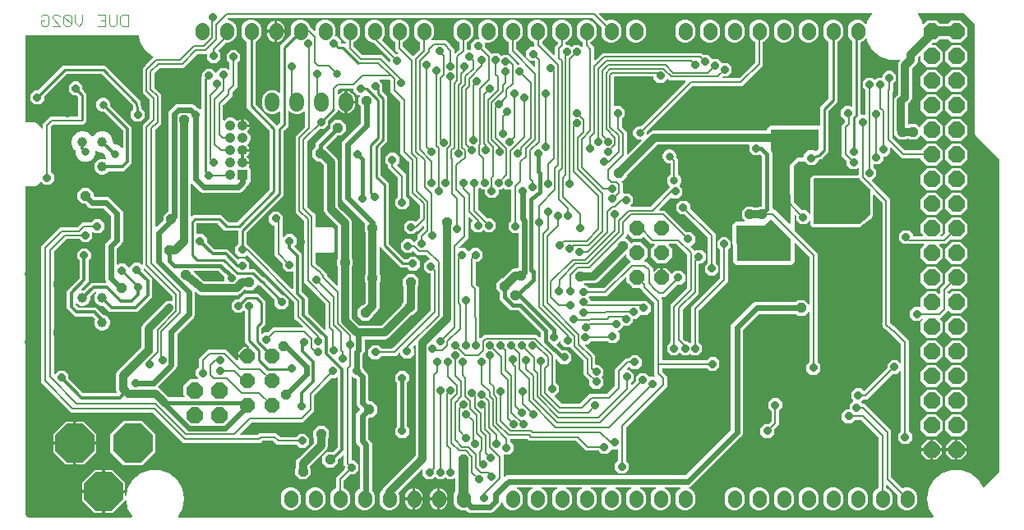
<source format=gbl>
G04 EAGLE Gerber RS-274X export*
G75*
%MOMM*%
%FSLAX34Y34*%
%LPD*%
%INBottom Copper*%
%IPPOS*%
%AMOC8*
5,1,8,0,0,1.08239X$1,22.5*%
G01*
%ADD10C,0.101600*%
%ADD11P,1.677704X8X292.500000*%
%ADD12C,1.422400*%
%ADD13P,4.329560X8X202.500000*%
%ADD14P,4.329560X8X112.500000*%
%ADD15C,1.950000*%
%ADD16P,1.814519X8X292.500000*%
%ADD17C,1.257200*%
%ADD18C,1.270000*%
%ADD19P,1.677704X8X112.500000*%
%ADD20P,1.814519X8X202.500000*%
%ADD21R,1.057200X1.057200*%
%ADD22C,1.057200*%
%ADD23C,1.500000*%
%ADD24C,1.000000*%
%ADD25C,1.016000*%
%ADD26C,0.812800*%
%ADD27P,1.099708X8X22.500000*%
%ADD28C,0.203200*%
%ADD29P,0.879767X8X22.500000*%
%ADD30C,0.304800*%
%ADD31C,0.406400*%
%ADD32C,0.609600*%
%ADD33C,0.457200*%
%ADD34C,0.812800*%
%ADD35C,0.254000*%

G36*
X115403Y6366D02*
X115403Y6366D01*
X115498Y6375D01*
X115524Y6386D01*
X115552Y6390D01*
X115636Y6435D01*
X115723Y6473D01*
X115744Y6492D01*
X115769Y6506D01*
X115835Y6574D01*
X115906Y6639D01*
X115919Y6663D01*
X115939Y6684D01*
X115979Y6770D01*
X116025Y6854D01*
X116030Y6881D01*
X116042Y6907D01*
X116053Y7002D01*
X116070Y7095D01*
X116066Y7123D01*
X116069Y7151D01*
X116049Y7245D01*
X116036Y7339D01*
X116022Y7371D01*
X116017Y7392D01*
X116000Y7420D01*
X115968Y7493D01*
X111546Y15153D01*
X110093Y23392D01*
X110091Y23397D01*
X110091Y23402D01*
X110051Y23512D01*
X110012Y23624D01*
X110009Y23628D01*
X110007Y23633D01*
X109934Y23725D01*
X109861Y23818D01*
X109856Y23821D01*
X109853Y23825D01*
X109753Y23890D01*
X109656Y23954D01*
X109651Y23955D01*
X109646Y23958D01*
X109532Y23987D01*
X109418Y24017D01*
X109413Y24017D01*
X109408Y24018D01*
X109291Y24009D01*
X109173Y24002D01*
X109168Y24000D01*
X109162Y23999D01*
X109055Y23954D01*
X108945Y23908D01*
X108941Y23905D01*
X108936Y23903D01*
X108805Y23798D01*
X95994Y10987D01*
X88391Y10987D01*
X88391Y21183D01*
X88372Y21298D01*
X88355Y21414D01*
X88352Y21420D01*
X88351Y21426D01*
X88297Y21529D01*
X88244Y21634D01*
X88239Y21638D01*
X88236Y21644D01*
X88151Y21724D01*
X88068Y21806D01*
X88062Y21809D01*
X88058Y21813D01*
X88041Y21821D01*
X87921Y21887D01*
X87159Y22202D01*
X87071Y22223D01*
X86984Y22252D01*
X86951Y22251D01*
X86920Y22259D01*
X86829Y22250D01*
X86738Y22249D01*
X86698Y22238D01*
X86675Y22235D01*
X86646Y22222D01*
X86577Y22202D01*
X85815Y21887D01*
X85716Y21825D01*
X85615Y21765D01*
X85611Y21760D01*
X85606Y21757D01*
X85531Y21668D01*
X85455Y21578D01*
X85453Y21572D01*
X85449Y21568D01*
X85407Y21459D01*
X85363Y21350D01*
X85362Y21343D01*
X85361Y21338D01*
X85360Y21319D01*
X85345Y21183D01*
X85345Y10987D01*
X77742Y10987D01*
X64835Y23894D01*
X64835Y31497D01*
X65688Y31497D01*
X65708Y31500D01*
X65727Y31498D01*
X65829Y31520D01*
X65931Y31537D01*
X65948Y31546D01*
X65968Y31550D01*
X66057Y31603D01*
X66148Y31652D01*
X66162Y31666D01*
X66179Y31676D01*
X66246Y31755D01*
X66318Y31830D01*
X66326Y31848D01*
X66339Y31863D01*
X66378Y31959D01*
X66421Y32053D01*
X66423Y32073D01*
X66431Y32091D01*
X66449Y32258D01*
X66449Y33782D01*
X66448Y33791D01*
X66448Y33795D01*
X66446Y33804D01*
X66448Y33821D01*
X66426Y33923D01*
X66410Y34025D01*
X66400Y34042D01*
X66396Y34062D01*
X66343Y34151D01*
X66294Y34242D01*
X66280Y34256D01*
X66270Y34273D01*
X66191Y34340D01*
X66116Y34411D01*
X66098Y34420D01*
X66083Y34433D01*
X65987Y34472D01*
X65893Y34515D01*
X65873Y34517D01*
X65855Y34525D01*
X65688Y34543D01*
X64835Y34543D01*
X64835Y42146D01*
X77742Y55053D01*
X85345Y55053D01*
X85345Y44857D01*
X85364Y44742D01*
X85381Y44626D01*
X85384Y44620D01*
X85385Y44614D01*
X85439Y44511D01*
X85492Y44406D01*
X85497Y44402D01*
X85500Y44396D01*
X85585Y44316D01*
X85668Y44234D01*
X85674Y44231D01*
X85678Y44227D01*
X85695Y44219D01*
X85815Y44153D01*
X86577Y43838D01*
X86665Y43817D01*
X86752Y43788D01*
X86785Y43789D01*
X86816Y43781D01*
X86907Y43790D01*
X86998Y43791D01*
X87038Y43802D01*
X87061Y43805D01*
X87090Y43818D01*
X87159Y43838D01*
X87921Y44153D01*
X88020Y44215D01*
X88121Y44275D01*
X88125Y44280D01*
X88130Y44283D01*
X88205Y44372D01*
X88281Y44462D01*
X88283Y44468D01*
X88287Y44472D01*
X88329Y44581D01*
X88373Y44690D01*
X88374Y44697D01*
X88375Y44702D01*
X88376Y44721D01*
X88391Y44857D01*
X88391Y55053D01*
X95994Y55053D01*
X108901Y42146D01*
X108901Y34543D01*
X108048Y34543D01*
X108028Y34540D01*
X108009Y34542D01*
X107907Y34520D01*
X107805Y34503D01*
X107788Y34494D01*
X107768Y34490D01*
X107679Y34437D01*
X107588Y34388D01*
X107574Y34374D01*
X107557Y34364D01*
X107490Y34285D01*
X107418Y34210D01*
X107410Y34192D01*
X107397Y34177D01*
X107358Y34081D01*
X107315Y33987D01*
X107313Y33967D01*
X107305Y33949D01*
X107287Y33782D01*
X107287Y32258D01*
X107290Y32238D01*
X107288Y32219D01*
X107310Y32117D01*
X107326Y32015D01*
X107336Y31998D01*
X107340Y31978D01*
X107393Y31889D01*
X107442Y31798D01*
X107456Y31784D01*
X107466Y31767D01*
X107545Y31700D01*
X107620Y31629D01*
X107638Y31620D01*
X107653Y31607D01*
X107749Y31568D01*
X107843Y31525D01*
X107863Y31523D01*
X107881Y31515D01*
X108048Y31497D01*
X108901Y31497D01*
X108901Y29347D01*
X108910Y29290D01*
X108909Y29233D01*
X108930Y29170D01*
X108940Y29104D01*
X108967Y29054D01*
X108985Y28999D01*
X109024Y28945D01*
X109056Y28887D01*
X109097Y28847D01*
X109131Y28801D01*
X109186Y28763D01*
X109234Y28717D01*
X109286Y28693D01*
X109333Y28660D01*
X109397Y28642D01*
X109457Y28614D01*
X109514Y28607D01*
X109569Y28591D01*
X109635Y28594D01*
X109701Y28587D01*
X109757Y28599D01*
X109815Y28601D01*
X109877Y28625D01*
X109942Y28639D01*
X109991Y28668D01*
X110044Y28689D01*
X110096Y28731D01*
X110153Y28765D01*
X110190Y28809D01*
X110234Y28845D01*
X110270Y28901D01*
X110313Y28952D01*
X110334Y29005D01*
X110365Y29054D01*
X110393Y29151D01*
X110405Y29180D01*
X110407Y29198D01*
X110412Y29215D01*
X111546Y35647D01*
X116749Y44659D01*
X124719Y51347D01*
X134497Y54906D01*
X144903Y54906D01*
X154681Y51347D01*
X162651Y44659D01*
X167854Y35647D01*
X169661Y25400D01*
X167854Y15153D01*
X163432Y7493D01*
X163398Y7404D01*
X163358Y7317D01*
X163355Y7289D01*
X163345Y7263D01*
X163341Y7167D01*
X163331Y7073D01*
X163337Y7045D01*
X163336Y7017D01*
X163363Y6925D01*
X163383Y6832D01*
X163397Y6808D01*
X163405Y6781D01*
X163460Y6703D01*
X163509Y6621D01*
X163530Y6603D01*
X163547Y6580D01*
X163623Y6523D01*
X163696Y6461D01*
X163722Y6451D01*
X163745Y6434D01*
X163835Y6405D01*
X163924Y6369D01*
X163959Y6365D01*
X163979Y6359D01*
X164012Y6359D01*
X164091Y6351D01*
X940809Y6351D01*
X940903Y6366D01*
X940998Y6375D01*
X941024Y6386D01*
X941052Y6390D01*
X941136Y6435D01*
X941223Y6473D01*
X941244Y6492D01*
X941269Y6506D01*
X941335Y6574D01*
X941406Y6639D01*
X941419Y6663D01*
X941439Y6684D01*
X941479Y6770D01*
X941525Y6854D01*
X941530Y6881D01*
X941542Y6907D01*
X941553Y7002D01*
X941570Y7095D01*
X941566Y7123D01*
X941569Y7151D01*
X941549Y7245D01*
X941536Y7339D01*
X941522Y7371D01*
X941517Y7392D01*
X941500Y7420D01*
X941468Y7493D01*
X937046Y15153D01*
X935239Y25400D01*
X937046Y35647D01*
X942249Y44659D01*
X950219Y51347D01*
X959997Y54906D01*
X970403Y54906D01*
X980181Y51347D01*
X988151Y44659D01*
X992313Y37450D01*
X992388Y37358D01*
X992463Y37265D01*
X992467Y37263D01*
X992469Y37260D01*
X992570Y37197D01*
X992670Y37132D01*
X992674Y37131D01*
X992678Y37129D01*
X992793Y37101D01*
X992908Y37072D01*
X992913Y37072D01*
X992917Y37071D01*
X993036Y37082D01*
X993154Y37091D01*
X993157Y37093D01*
X993162Y37093D01*
X993272Y37142D01*
X993380Y37187D01*
X993384Y37190D01*
X993387Y37192D01*
X993397Y37201D01*
X993511Y37292D01*
X1009426Y53208D01*
X1009479Y53282D01*
X1009539Y53351D01*
X1009551Y53381D01*
X1009570Y53407D01*
X1009597Y53494D01*
X1009631Y53579D01*
X1009635Y53620D01*
X1009642Y53642D01*
X1009641Y53675D01*
X1009649Y53746D01*
X1009649Y375514D01*
X1009635Y375604D01*
X1009627Y375695D01*
X1009615Y375725D01*
X1009610Y375757D01*
X1009567Y375838D01*
X1009531Y375921D01*
X1009505Y375954D01*
X1009494Y375974D01*
X1009471Y375996D01*
X1009426Y376052D01*
X987110Y398369D01*
X985216Y400263D01*
X984249Y402597D01*
X984249Y515214D01*
X984235Y515304D01*
X984227Y515395D01*
X984215Y515425D01*
X984210Y515457D01*
X984167Y515538D01*
X984131Y515621D01*
X984105Y515654D01*
X984094Y515674D01*
X984071Y515696D01*
X984026Y515752D01*
X972952Y526826D01*
X972878Y526879D01*
X972809Y526939D01*
X972779Y526951D01*
X972753Y526970D01*
X972666Y526997D01*
X972581Y527031D01*
X972540Y527035D01*
X972518Y527042D01*
X972485Y527041D01*
X972414Y527049D01*
X926091Y527049D01*
X925997Y527034D01*
X925902Y527025D01*
X925876Y527014D01*
X925848Y527010D01*
X925764Y526965D01*
X925677Y526927D01*
X925656Y526908D01*
X925631Y526894D01*
X925565Y526826D01*
X925494Y526761D01*
X925481Y526737D01*
X925461Y526716D01*
X925421Y526630D01*
X925375Y526546D01*
X925370Y526519D01*
X925358Y526493D01*
X925347Y526398D01*
X925330Y526305D01*
X925334Y526277D01*
X925331Y526249D01*
X925351Y526155D01*
X925364Y526061D01*
X925378Y526029D01*
X925383Y526008D01*
X925385Y526005D01*
X925400Y525980D01*
X925432Y525907D01*
X929854Y518247D01*
X930204Y516263D01*
X930206Y516258D01*
X930206Y516253D01*
X930246Y516142D01*
X930285Y516031D01*
X930288Y516027D01*
X930290Y516022D01*
X930364Y515930D01*
X930436Y515837D01*
X930441Y515834D01*
X930444Y515830D01*
X930544Y515766D01*
X930641Y515701D01*
X930646Y515700D01*
X930651Y515697D01*
X930765Y515668D01*
X930879Y515638D01*
X930884Y515638D01*
X930889Y515637D01*
X931006Y515646D01*
X931124Y515654D01*
X931129Y515656D01*
X931135Y515656D01*
X931242Y515702D01*
X931352Y515747D01*
X931356Y515751D01*
X931361Y515753D01*
X931492Y515857D01*
X935065Y519431D01*
X944535Y519431D01*
X947614Y516352D01*
X947688Y516299D01*
X947757Y516239D01*
X947787Y516227D01*
X947814Y516208D01*
X947900Y516181D01*
X947985Y516147D01*
X948026Y516143D01*
X948049Y516136D01*
X948081Y516137D01*
X948152Y516129D01*
X956848Y516129D01*
X956938Y516143D01*
X957029Y516151D01*
X957059Y516163D01*
X957091Y516168D01*
X957171Y516211D01*
X957255Y516247D01*
X957287Y516273D01*
X957308Y516284D01*
X957330Y516307D01*
X957386Y516352D01*
X960465Y519431D01*
X969935Y519431D01*
X976631Y512735D01*
X976631Y503265D01*
X969935Y496569D01*
X960465Y496569D01*
X957386Y499648D01*
X957312Y499701D01*
X957243Y499761D01*
X957213Y499773D01*
X957186Y499792D01*
X957100Y499819D01*
X957015Y499853D01*
X956974Y499857D01*
X956951Y499864D01*
X956919Y499863D01*
X956848Y499871D01*
X948152Y499871D01*
X948062Y499857D01*
X947971Y499849D01*
X947941Y499837D01*
X947909Y499832D01*
X947829Y499789D01*
X947745Y499753D01*
X947713Y499727D01*
X947692Y499716D01*
X947670Y499693D01*
X947614Y499648D01*
X944535Y496569D01*
X941792Y496569D01*
X941702Y496555D01*
X941611Y496547D01*
X941581Y496535D01*
X941549Y496530D01*
X941468Y496487D01*
X941384Y496451D01*
X941352Y496425D01*
X941331Y496414D01*
X941309Y496391D01*
X941253Y496346D01*
X940237Y495330D01*
X940195Y495272D01*
X940146Y495220D01*
X940124Y495173D01*
X940094Y495131D01*
X940073Y495062D01*
X940042Y494997D01*
X940037Y494945D01*
X940021Y494895D01*
X940023Y494824D01*
X940015Y494753D01*
X940026Y494702D01*
X940028Y494650D01*
X940052Y494582D01*
X940067Y494512D01*
X940094Y494467D01*
X940112Y494419D01*
X940157Y494363D01*
X940194Y494301D01*
X940233Y494267D01*
X940266Y494227D01*
X940326Y494188D01*
X940381Y494141D01*
X940429Y494122D01*
X940473Y494094D01*
X940542Y494076D01*
X940609Y494049D01*
X940680Y494041D01*
X940711Y494033D01*
X940735Y494035D01*
X940775Y494031D01*
X944535Y494031D01*
X951231Y487335D01*
X951231Y477865D01*
X944535Y471169D01*
X935065Y471169D01*
X928369Y477865D01*
X928369Y481625D01*
X928358Y481695D01*
X928356Y481767D01*
X928338Y481816D01*
X928330Y481867D01*
X928296Y481931D01*
X928271Y481998D01*
X928239Y482039D01*
X928214Y482085D01*
X928162Y482134D01*
X928118Y482190D01*
X928074Y482218D01*
X928036Y482254D01*
X927971Y482284D01*
X927911Y482323D01*
X927860Y482336D01*
X927813Y482358D01*
X927742Y482366D01*
X927672Y482383D01*
X927620Y482379D01*
X927569Y482385D01*
X927498Y482370D01*
X927427Y482364D01*
X927379Y482344D01*
X927328Y482333D01*
X927267Y482296D01*
X927201Y482268D01*
X927145Y482223D01*
X927117Y482206D01*
X927102Y482189D01*
X927070Y482163D01*
X925800Y480893D01*
X925747Y480819D01*
X925687Y480749D01*
X925675Y480719D01*
X925656Y480693D01*
X925629Y480606D01*
X925595Y480521D01*
X925591Y480480D01*
X925584Y480458D01*
X925585Y480426D01*
X925577Y480354D01*
X925577Y477121D01*
X924494Y474507D01*
X919704Y469717D01*
X919660Y469656D01*
X919625Y469619D01*
X919618Y469605D01*
X919591Y469573D01*
X919579Y469543D01*
X919560Y469517D01*
X919533Y469430D01*
X919499Y469345D01*
X919495Y469304D01*
X919488Y469282D01*
X919489Y469250D01*
X919481Y469178D01*
X919481Y438513D01*
X918398Y435899D01*
X915640Y433141D01*
X915587Y433067D01*
X915527Y432997D01*
X915515Y432967D01*
X915496Y432941D01*
X915469Y432854D01*
X915435Y432769D01*
X915431Y432728D01*
X915424Y432706D01*
X915425Y432674D01*
X915417Y432602D01*
X915417Y412622D01*
X915428Y412552D01*
X915430Y412480D01*
X915448Y412431D01*
X915456Y412380D01*
X915490Y412316D01*
X915515Y412249D01*
X915547Y412208D01*
X915572Y412162D01*
X915623Y412113D01*
X915668Y412057D01*
X915712Y412029D01*
X915750Y411993D01*
X915815Y411963D01*
X915875Y411924D01*
X915926Y411911D01*
X915973Y411889D01*
X916044Y411881D01*
X916114Y411864D01*
X916166Y411868D01*
X916217Y411862D01*
X916288Y411877D01*
X916359Y411883D01*
X916407Y411903D01*
X916458Y411914D01*
X916519Y411951D01*
X916585Y411979D01*
X916641Y412024D01*
X916669Y412041D01*
X916684Y412058D01*
X916716Y412084D01*
X917129Y412497D01*
X923863Y412497D01*
X927070Y409290D01*
X927128Y409248D01*
X927180Y409199D01*
X927227Y409177D01*
X927269Y409146D01*
X927338Y409125D01*
X927403Y409095D01*
X927455Y409089D01*
X927505Y409074D01*
X927576Y409076D01*
X927647Y409068D01*
X927698Y409079D01*
X927750Y409080D01*
X927818Y409105D01*
X927888Y409120D01*
X927933Y409147D01*
X927981Y409165D01*
X928037Y409210D01*
X928099Y409247D01*
X928133Y409286D01*
X928173Y409319D01*
X928212Y409379D01*
X928259Y409433D01*
X928278Y409482D01*
X928306Y409526D01*
X928324Y409595D01*
X928351Y409662D01*
X928359Y409733D01*
X928367Y409764D01*
X928365Y409787D01*
X928369Y409828D01*
X928369Y411135D01*
X935065Y417831D01*
X944535Y417831D01*
X951231Y411135D01*
X951231Y401665D01*
X944535Y394969D01*
X935065Y394969D01*
X929367Y400667D01*
X929351Y400679D01*
X929339Y400694D01*
X929252Y400750D01*
X929168Y400811D01*
X929149Y400816D01*
X929132Y400827D01*
X929031Y400853D01*
X928933Y400883D01*
X928913Y400882D01*
X928893Y400887D01*
X928790Y400879D01*
X928687Y400877D01*
X928668Y400870D01*
X928648Y400868D01*
X928553Y400828D01*
X928456Y400792D01*
X928440Y400780D01*
X928422Y400772D01*
X928291Y400667D01*
X923863Y396239D01*
X917129Y396239D01*
X916336Y397032D01*
X916262Y397085D01*
X916193Y397145D01*
X916162Y397157D01*
X916136Y397176D01*
X916049Y397203D01*
X915964Y397237D01*
X915923Y397241D01*
X915901Y397248D01*
X915869Y397247D01*
X915798Y397255D01*
X914018Y397255D01*
X913928Y397241D01*
X913837Y397233D01*
X913808Y397221D01*
X913776Y397216D01*
X913695Y397173D01*
X913611Y397137D01*
X913579Y397111D01*
X913558Y397100D01*
X913536Y397077D01*
X913480Y397032D01*
X912687Y396239D01*
X905953Y396239D01*
X901191Y401001D01*
X901191Y437279D01*
X902274Y439893D01*
X905032Y442651D01*
X905085Y442725D01*
X905145Y442795D01*
X905157Y442825D01*
X905176Y442851D01*
X905203Y442938D01*
X905237Y443023D01*
X905241Y443064D01*
X905248Y443086D01*
X905247Y443118D01*
X905255Y443190D01*
X905255Y473855D01*
X906338Y476469D01*
X907064Y477195D01*
X907106Y477253D01*
X907155Y477305D01*
X907177Y477352D01*
X907207Y477394D01*
X907228Y477463D01*
X907259Y477528D01*
X907264Y477580D01*
X907280Y477629D01*
X907278Y477701D01*
X907286Y477772D01*
X907275Y477823D01*
X907273Y477875D01*
X907249Y477943D01*
X907233Y478013D01*
X907207Y478057D01*
X907189Y478106D01*
X907144Y478162D01*
X907107Y478224D01*
X907068Y478258D01*
X907035Y478298D01*
X906975Y478337D01*
X906920Y478384D01*
X906872Y478403D01*
X906828Y478431D01*
X906759Y478449D01*
X906692Y478476D01*
X906621Y478484D01*
X906590Y478491D01*
X906566Y478490D01*
X906525Y478494D01*
X896497Y478494D01*
X886719Y482053D01*
X878749Y488741D01*
X873546Y497753D01*
X873193Y499752D01*
X873192Y499757D01*
X873192Y499762D01*
X873152Y499871D01*
X873112Y499984D01*
X873109Y499988D01*
X873107Y499993D01*
X873034Y500085D01*
X872961Y500178D01*
X872957Y500181D01*
X872953Y500185D01*
X872853Y500249D01*
X872756Y500314D01*
X872751Y500315D01*
X872746Y500318D01*
X872632Y500347D01*
X872518Y500377D01*
X872513Y500377D01*
X872508Y500378D01*
X872391Y500369D01*
X872273Y500362D01*
X872268Y500360D01*
X872263Y500359D01*
X872155Y500313D01*
X872045Y500268D01*
X872041Y500265D01*
X872036Y500263D01*
X871905Y500158D01*
X869356Y497608D01*
X867373Y496787D01*
X867273Y496725D01*
X867173Y496665D01*
X867169Y496660D01*
X867164Y496657D01*
X867089Y496568D01*
X867013Y496478D01*
X867011Y496472D01*
X867007Y496468D01*
X866965Y496360D01*
X866921Y496250D01*
X866920Y496243D01*
X866919Y496238D01*
X866918Y496220D01*
X866903Y496083D01*
X866903Y422402D01*
X866906Y422382D01*
X866904Y422363D01*
X866926Y422261D01*
X866942Y422159D01*
X866952Y422142D01*
X866956Y422122D01*
X867009Y422033D01*
X867058Y421942D01*
X867072Y421928D01*
X867082Y421911D01*
X867161Y421844D01*
X867236Y421772D01*
X867254Y421764D01*
X867269Y421751D01*
X867365Y421712D01*
X867459Y421669D01*
X867479Y421667D01*
X867497Y421659D01*
X867664Y421641D01*
X870966Y421641D01*
X870986Y421644D01*
X871005Y421642D01*
X871107Y421664D01*
X871209Y421680D01*
X871226Y421690D01*
X871246Y421694D01*
X871335Y421747D01*
X871426Y421796D01*
X871440Y421810D01*
X871457Y421820D01*
X871524Y421899D01*
X871596Y421974D01*
X871604Y421992D01*
X871617Y422007D01*
X871656Y422103D01*
X871699Y422197D01*
X871701Y422217D01*
X871709Y422235D01*
X871727Y422402D01*
X871727Y446826D01*
X871713Y446917D01*
X871705Y447007D01*
X871693Y447037D01*
X871688Y447069D01*
X871645Y447150D01*
X871609Y447234D01*
X871583Y447266D01*
X871572Y447287D01*
X871549Y447309D01*
X871504Y447365D01*
X868679Y450190D01*
X868679Y456082D01*
X872846Y460249D01*
X878738Y460249D01*
X880842Y458145D01*
X880858Y458134D01*
X880870Y458118D01*
X880958Y458062D01*
X881041Y458002D01*
X881060Y457996D01*
X881077Y457985D01*
X881178Y457960D01*
X881277Y457929D01*
X881296Y457930D01*
X881316Y457925D01*
X881419Y457933D01*
X881522Y457936D01*
X881541Y457943D01*
X881561Y457944D01*
X881656Y457984D01*
X881753Y458020D01*
X881769Y458033D01*
X881787Y458040D01*
X881918Y458145D01*
X884022Y460249D01*
X888238Y460249D01*
X888258Y460252D01*
X888277Y460250D01*
X888379Y460272D01*
X888481Y460288D01*
X888498Y460298D01*
X888518Y460302D01*
X888607Y460355D01*
X888698Y460404D01*
X888712Y460418D01*
X888729Y460428D01*
X888796Y460507D01*
X888868Y460582D01*
X888876Y460600D01*
X888889Y460615D01*
X888928Y460711D01*
X888971Y460805D01*
X888973Y460825D01*
X888981Y460843D01*
X888999Y461010D01*
X888999Y463194D01*
X893166Y467361D01*
X899058Y467361D01*
X903225Y463194D01*
X903225Y457302D01*
X900400Y454477D01*
X900354Y454413D01*
X900336Y454394D01*
X900332Y454386D01*
X900287Y454333D01*
X900275Y454303D01*
X900256Y454277D01*
X900229Y454190D01*
X900195Y454105D01*
X900191Y454064D01*
X900184Y454042D01*
X900185Y454010D01*
X900177Y453938D01*
X900177Y446372D01*
X899384Y445579D01*
X899331Y445505D01*
X899271Y445436D01*
X899259Y445406D01*
X899240Y445380D01*
X899213Y445293D01*
X899179Y445208D01*
X899175Y445167D01*
X899168Y445144D01*
X899169Y445112D01*
X899161Y445041D01*
X899161Y398747D01*
X899175Y398657D01*
X899183Y398566D01*
X899195Y398536D01*
X899200Y398504D01*
X899243Y398424D01*
X899279Y398340D01*
X899305Y398308D01*
X899316Y398287D01*
X899339Y398265D01*
X899384Y398209D01*
X912305Y385288D01*
X912379Y385235D01*
X912448Y385175D01*
X912478Y385163D01*
X912504Y385144D01*
X912591Y385117D01*
X912676Y385083D01*
X912717Y385079D01*
X912740Y385072D01*
X912772Y385073D01*
X912843Y385065D01*
X927608Y385065D01*
X927628Y385068D01*
X927647Y385066D01*
X927749Y385088D01*
X927851Y385104D01*
X927868Y385114D01*
X927888Y385118D01*
X927977Y385171D01*
X928068Y385220D01*
X928082Y385234D01*
X928099Y385244D01*
X928166Y385323D01*
X928238Y385398D01*
X928246Y385416D01*
X928259Y385431D01*
X928298Y385527D01*
X928341Y385621D01*
X928343Y385641D01*
X928351Y385659D01*
X928358Y385723D01*
X935065Y392431D01*
X944535Y392431D01*
X951231Y385735D01*
X951231Y376265D01*
X944535Y369569D01*
X935065Y369569D01*
X928354Y376281D01*
X928346Y376315D01*
X928330Y376417D01*
X928320Y376434D01*
X928316Y376454D01*
X928263Y376543D01*
X928214Y376634D01*
X928200Y376648D01*
X928190Y376665D01*
X928111Y376732D01*
X928036Y376804D01*
X928018Y376812D01*
X928003Y376825D01*
X927907Y376864D01*
X927813Y376907D01*
X927793Y376909D01*
X927775Y376917D01*
X927608Y376935D01*
X909160Y376935D01*
X898428Y387667D01*
X898370Y387709D01*
X898318Y387759D01*
X898271Y387781D01*
X898229Y387811D01*
X898160Y387832D01*
X898095Y387862D01*
X898043Y387868D01*
X897993Y387883D01*
X897922Y387881D01*
X897851Y387889D01*
X897800Y387878D01*
X897748Y387877D01*
X897680Y387852D01*
X897610Y387837D01*
X897565Y387810D01*
X897517Y387792D01*
X897461Y387748D01*
X897399Y387711D01*
X897365Y387671D01*
X897325Y387639D01*
X897286Y387578D01*
X897239Y387524D01*
X897220Y387476D01*
X897192Y387432D01*
X897174Y387362D01*
X897147Y387296D01*
X897139Y387224D01*
X897131Y387193D01*
X897133Y387170D01*
X897129Y387129D01*
X897129Y383134D01*
X892962Y378967D01*
X890778Y378967D01*
X890758Y378964D01*
X890739Y378966D01*
X890637Y378944D01*
X890535Y378928D01*
X890518Y378918D01*
X890498Y378914D01*
X890409Y378861D01*
X890318Y378812D01*
X890304Y378798D01*
X890287Y378788D01*
X890220Y378709D01*
X890148Y378634D01*
X890140Y378616D01*
X890127Y378601D01*
X890088Y378505D01*
X890045Y378411D01*
X890043Y378391D01*
X890035Y378373D01*
X890017Y378206D01*
X890017Y375006D01*
X885850Y370839D01*
X880618Y370839D01*
X880598Y370836D01*
X880579Y370838D01*
X880477Y370816D01*
X880375Y370800D01*
X880358Y370790D01*
X880338Y370786D01*
X880249Y370733D01*
X880158Y370684D01*
X880144Y370670D01*
X880127Y370660D01*
X880060Y370581D01*
X879988Y370506D01*
X879980Y370488D01*
X879967Y370473D01*
X879928Y370377D01*
X879885Y370283D01*
X879883Y370263D01*
X879875Y370245D01*
X879857Y370078D01*
X879857Y368006D01*
X879871Y367915D01*
X879879Y367825D01*
X879891Y367795D01*
X879896Y367763D01*
X879939Y367682D01*
X879975Y367598D01*
X880001Y367566D01*
X880012Y367545D01*
X880035Y367523D01*
X880080Y367467D01*
X882905Y364642D01*
X882905Y358750D01*
X878646Y354491D01*
X878634Y354475D01*
X878619Y354462D01*
X878563Y354375D01*
X878502Y354291D01*
X878497Y354272D01*
X878486Y354255D01*
X878460Y354155D01*
X878430Y354056D01*
X878431Y354036D01*
X878426Y354017D01*
X878434Y353914D01*
X878436Y353810D01*
X878443Y353792D01*
X878445Y353772D01*
X878485Y353677D01*
X878521Y353579D01*
X878533Y353564D01*
X878541Y353545D01*
X878646Y353414D01*
X894525Y337536D01*
X897129Y334932D01*
X897129Y207399D01*
X897147Y207287D01*
X897162Y207175D01*
X897167Y207166D01*
X897168Y207156D01*
X897221Y207056D01*
X897272Y206955D01*
X897280Y206946D01*
X897284Y206939D01*
X897301Y206922D01*
X897384Y206830D01*
X903537Y201361D01*
X903595Y201324D01*
X903648Y201279D01*
X903699Y201259D01*
X903745Y201229D01*
X903812Y201213D01*
X903871Y201189D01*
X904982Y200079D01*
X904996Y200069D01*
X905014Y200048D01*
X906196Y198998D01*
X906200Y198988D01*
X906212Y198934D01*
X906248Y198875D01*
X906275Y198812D01*
X906322Y198752D01*
X906339Y198724D01*
X906356Y198710D01*
X906380Y198681D01*
X913829Y191232D01*
X916433Y188628D01*
X916433Y95718D01*
X916447Y95627D01*
X916455Y95537D01*
X916467Y95507D01*
X916472Y95475D01*
X916515Y95394D01*
X916551Y95310D01*
X916577Y95278D01*
X916588Y95257D01*
X916611Y95235D01*
X916656Y95179D01*
X919481Y92354D01*
X919481Y86462D01*
X915314Y82295D01*
X909422Y82295D01*
X905255Y86462D01*
X905255Y92354D01*
X908080Y95179D01*
X908133Y95253D01*
X908193Y95323D01*
X908205Y95353D01*
X908224Y95379D01*
X908251Y95466D01*
X908285Y95551D01*
X908289Y95592D01*
X908296Y95614D01*
X908295Y95646D01*
X908303Y95718D01*
X908303Y156759D01*
X908292Y156829D01*
X908290Y156901D01*
X908272Y156950D01*
X908264Y157001D01*
X908230Y157065D01*
X908205Y157132D01*
X908173Y157173D01*
X908148Y157219D01*
X908096Y157268D01*
X908052Y157324D01*
X908008Y157352D01*
X907970Y157388D01*
X907905Y157418D01*
X907845Y157457D01*
X907794Y157470D01*
X907747Y157492D01*
X907676Y157500D01*
X907606Y157517D01*
X907554Y157513D01*
X907503Y157519D01*
X907432Y157504D01*
X907361Y157498D01*
X907313Y157478D01*
X907262Y157467D01*
X907201Y157430D01*
X907135Y157402D01*
X907079Y157357D01*
X907051Y157340D01*
X907036Y157323D01*
X907004Y157297D01*
X904138Y154431D01*
X900143Y154431D01*
X900053Y154417D01*
X899962Y154409D01*
X899932Y154397D01*
X899900Y154392D01*
X899820Y154349D01*
X899736Y154313D01*
X899704Y154287D01*
X899683Y154276D01*
X899661Y154253D01*
X899605Y154208D01*
X873666Y128269D01*
X870418Y128269D01*
X870327Y128255D01*
X870237Y128247D01*
X870207Y128235D01*
X870175Y128230D01*
X870094Y128187D01*
X870010Y128151D01*
X869978Y128125D01*
X869957Y128114D01*
X869935Y128091D01*
X869879Y128046D01*
X867720Y125887D01*
X867709Y125871D01*
X867693Y125859D01*
X867637Y125771D01*
X867577Y125688D01*
X867571Y125669D01*
X867560Y125652D01*
X867535Y125551D01*
X867504Y125452D01*
X867505Y125433D01*
X867500Y125413D01*
X867508Y125310D01*
X867511Y125207D01*
X867518Y125188D01*
X867519Y125168D01*
X867559Y125073D01*
X867595Y124976D01*
X867608Y124960D01*
X867615Y124942D01*
X867720Y124811D01*
X868355Y124176D01*
X868429Y124123D01*
X868499Y124063D01*
X868529Y124051D01*
X868555Y124032D01*
X868642Y124005D01*
X868727Y123971D01*
X868768Y123967D01*
X868790Y123960D01*
X868822Y123961D01*
X868894Y123953D01*
X870364Y123953D01*
X898145Y96172D01*
X898145Y47719D01*
X898159Y47629D01*
X898167Y47538D01*
X898179Y47508D01*
X898184Y47476D01*
X898227Y47396D01*
X898263Y47312D01*
X898289Y47280D01*
X898300Y47259D01*
X898323Y47237D01*
X898368Y47181D01*
X909071Y36477D01*
X909165Y36410D01*
X909260Y36339D01*
X909266Y36337D01*
X909271Y36334D01*
X909382Y36300D01*
X909494Y36263D01*
X909500Y36263D01*
X909506Y36261D01*
X909623Y36264D01*
X909740Y36266D01*
X909747Y36268D01*
X909752Y36268D01*
X909769Y36274D01*
X909901Y36312D01*
X912379Y37339D01*
X916421Y37339D01*
X920156Y35792D01*
X923014Y32934D01*
X924561Y29199D01*
X924561Y21601D01*
X923014Y17866D01*
X920156Y15008D01*
X916421Y13461D01*
X912379Y13461D01*
X908644Y15008D01*
X905786Y17866D01*
X904239Y21601D01*
X904239Y29227D01*
X904251Y29277D01*
X904279Y29390D01*
X904279Y29396D01*
X904280Y29402D01*
X904269Y29519D01*
X904260Y29635D01*
X904258Y29641D01*
X904257Y29647D01*
X904210Y29755D01*
X904164Y29861D01*
X904159Y29867D01*
X904157Y29872D01*
X904145Y29885D01*
X904059Y29992D01*
X894364Y39687D01*
X894306Y39729D01*
X894254Y39779D01*
X894207Y39801D01*
X894165Y39831D01*
X894096Y39852D01*
X894031Y39882D01*
X893979Y39888D01*
X893929Y39903D01*
X893858Y39901D01*
X893787Y39909D01*
X893736Y39898D01*
X893684Y39897D01*
X893616Y39872D01*
X893546Y39857D01*
X893502Y39830D01*
X893453Y39812D01*
X893397Y39768D01*
X893335Y39731D01*
X893301Y39691D01*
X893261Y39659D01*
X893222Y39598D01*
X893175Y39544D01*
X893156Y39496D01*
X893128Y39452D01*
X893110Y39382D01*
X893083Y39316D01*
X893075Y39244D01*
X893067Y39213D01*
X893069Y39190D01*
X893065Y39149D01*
X893065Y37001D01*
X893084Y36886D01*
X893101Y36770D01*
X893103Y36764D01*
X893104Y36758D01*
X893159Y36656D01*
X893212Y36551D01*
X893217Y36546D01*
X893220Y36541D01*
X893304Y36461D01*
X893388Y36378D01*
X893394Y36375D01*
X893398Y36371D01*
X893415Y36364D01*
X893535Y36298D01*
X894756Y35792D01*
X897614Y32934D01*
X899161Y29199D01*
X899161Y21601D01*
X897614Y17866D01*
X894756Y15008D01*
X891021Y13461D01*
X886979Y13461D01*
X883244Y15008D01*
X880386Y17866D01*
X878839Y21601D01*
X878839Y29199D01*
X880386Y32934D01*
X883244Y35792D01*
X884465Y36298D01*
X884565Y36359D01*
X884665Y36419D01*
X884669Y36424D01*
X884674Y36427D01*
X884749Y36518D01*
X884825Y36606D01*
X884827Y36612D01*
X884831Y36617D01*
X884873Y36725D01*
X884917Y36834D01*
X884918Y36842D01*
X884919Y36846D01*
X884920Y36865D01*
X884935Y37001D01*
X884935Y88425D01*
X884921Y88515D01*
X884913Y88606D01*
X884901Y88636D01*
X884896Y88668D01*
X884853Y88748D01*
X884817Y88832D01*
X884791Y88864D01*
X884780Y88885D01*
X884757Y88907D01*
X884712Y88963D01*
X867219Y106456D01*
X867145Y106509D01*
X867076Y106569D01*
X867046Y106581D01*
X867020Y106600D01*
X866933Y106627D01*
X866848Y106661D01*
X866807Y106665D01*
X866784Y106672D01*
X866752Y106671D01*
X866681Y106679D01*
X860765Y106679D01*
X860675Y106665D01*
X860584Y106657D01*
X860555Y106645D01*
X860523Y106640D01*
X860442Y106597D01*
X860358Y106561D01*
X860326Y106535D01*
X860305Y106524D01*
X860283Y106501D01*
X860227Y106456D01*
X857402Y103631D01*
X851510Y103631D01*
X847343Y107798D01*
X847343Y113690D01*
X851510Y117857D01*
X854710Y117857D01*
X854730Y117860D01*
X854749Y117858D01*
X854851Y117880D01*
X854953Y117896D01*
X854970Y117906D01*
X854990Y117910D01*
X855079Y117963D01*
X855170Y118012D01*
X855184Y118026D01*
X855201Y118036D01*
X855268Y118115D01*
X855340Y118190D01*
X855348Y118208D01*
X855361Y118223D01*
X855400Y118319D01*
X855443Y118413D01*
X855445Y118433D01*
X855453Y118451D01*
X855471Y118618D01*
X855471Y122834D01*
X858972Y126335D01*
X858983Y126351D01*
X858999Y126363D01*
X859055Y126451D01*
X859115Y126534D01*
X859121Y126553D01*
X859132Y126570D01*
X859157Y126671D01*
X859188Y126770D01*
X859187Y126789D01*
X859192Y126809D01*
X859184Y126912D01*
X859181Y127015D01*
X859174Y127034D01*
X859173Y127054D01*
X859133Y127149D01*
X859097Y127246D01*
X859084Y127262D01*
X859077Y127280D01*
X858972Y127411D01*
X856995Y129388D01*
X856995Y135280D01*
X861162Y139447D01*
X867054Y139447D01*
X869662Y136839D01*
X869678Y136827D01*
X869691Y136812D01*
X869778Y136756D01*
X869862Y136695D01*
X869881Y136690D01*
X869898Y136679D01*
X869998Y136653D01*
X870097Y136623D01*
X870117Y136624D01*
X870136Y136619D01*
X870239Y136627D01*
X870343Y136629D01*
X870361Y136636D01*
X870381Y136638D01*
X870476Y136678D01*
X870574Y136714D01*
X870589Y136726D01*
X870608Y136734D01*
X870739Y136839D01*
X893856Y159957D01*
X893909Y160031D01*
X893969Y160100D01*
X893981Y160130D01*
X894000Y160156D01*
X894027Y160243D01*
X894061Y160328D01*
X894065Y160369D01*
X894072Y160392D01*
X894071Y160424D01*
X894079Y160495D01*
X894079Y164490D01*
X898246Y168657D01*
X904138Y168657D01*
X907004Y165791D01*
X907062Y165749D01*
X907114Y165700D01*
X907161Y165678D01*
X907203Y165648D01*
X907272Y165627D01*
X907337Y165596D01*
X907389Y165591D01*
X907439Y165575D01*
X907510Y165577D01*
X907581Y165569D01*
X907632Y165580D01*
X907684Y165582D01*
X907752Y165606D01*
X907822Y165621D01*
X907867Y165648D01*
X907915Y165666D01*
X907971Y165711D01*
X908033Y165748D01*
X908067Y165787D01*
X908107Y165820D01*
X908146Y165880D01*
X908193Y165935D01*
X908212Y165983D01*
X908240Y166027D01*
X908258Y166096D01*
X908285Y166163D01*
X908293Y166234D01*
X908301Y166265D01*
X908299Y166289D01*
X908303Y166329D01*
X908303Y184945D01*
X908289Y185035D01*
X908281Y185126D01*
X908269Y185156D01*
X908264Y185188D01*
X908221Y185268D01*
X908185Y185352D01*
X908159Y185384D01*
X908148Y185405D01*
X908125Y185427D01*
X908080Y185483D01*
X899434Y194129D01*
X899421Y194139D01*
X899402Y194160D01*
X891735Y200975D01*
X891677Y201012D01*
X891624Y201057D01*
X891573Y201077D01*
X891527Y201107D01*
X891460Y201123D01*
X891401Y201147D01*
X890290Y202257D01*
X890276Y202267D01*
X890258Y202288D01*
X889077Y203338D01*
X889072Y203348D01*
X889060Y203402D01*
X889024Y203461D01*
X888999Y203519D01*
X888999Y205090D01*
X888997Y205107D01*
X888998Y205135D01*
X888905Y206712D01*
X888909Y206723D01*
X888939Y206769D01*
X888955Y206836D01*
X888981Y206900D01*
X888989Y206976D01*
X888997Y207008D01*
X888995Y207030D01*
X888999Y207067D01*
X888999Y331249D01*
X888985Y331339D01*
X888977Y331430D01*
X888965Y331460D01*
X888960Y331492D01*
X888917Y331572D01*
X888881Y331656D01*
X888855Y331688D01*
X888844Y331709D01*
X888821Y331731D01*
X888776Y331787D01*
X880902Y339661D01*
X880844Y339703D01*
X880792Y339753D01*
X880745Y339775D01*
X880703Y339805D01*
X880634Y339826D01*
X880569Y339856D01*
X880517Y339862D01*
X880467Y339877D01*
X880396Y339875D01*
X880325Y339883D01*
X880274Y339872D01*
X880222Y339871D01*
X880154Y339846D01*
X880084Y339831D01*
X880039Y339804D01*
X879991Y339786D01*
X879935Y339742D01*
X879873Y339705D01*
X879839Y339665D01*
X879799Y339633D01*
X879760Y339572D01*
X879713Y339518D01*
X879694Y339470D01*
X879666Y339426D01*
X879648Y339356D01*
X879621Y339290D01*
X879613Y339218D01*
X879605Y339187D01*
X879607Y339164D01*
X879603Y339123D01*
X879603Y317235D01*
X878569Y316201D01*
X878541Y316163D01*
X878507Y316131D01*
X878470Y316064D01*
X878425Y316002D01*
X878411Y315957D01*
X878389Y315915D01*
X878359Y315786D01*
X878353Y315766D01*
X878353Y315760D01*
X878351Y315752D01*
X878348Y315727D01*
X877178Y314803D01*
X877158Y314781D01*
X877111Y314744D01*
X876057Y313689D01*
X876032Y313689D01*
X875985Y313682D01*
X875938Y313684D01*
X875865Y313662D01*
X875789Y313650D01*
X875747Y313628D01*
X875702Y313614D01*
X875590Y313544D01*
X875571Y313534D01*
X875567Y313530D01*
X875560Y313526D01*
X867526Y307183D01*
X867506Y307161D01*
X867459Y307124D01*
X866405Y306069D01*
X866380Y306069D01*
X866333Y306062D01*
X866286Y306064D01*
X866213Y306042D01*
X866137Y306030D01*
X866095Y306008D01*
X866050Y305994D01*
X865937Y305924D01*
X865919Y305914D01*
X865915Y305910D01*
X865908Y305906D01*
X865888Y305890D01*
X864407Y306064D01*
X864377Y306063D01*
X864318Y306069D01*
X817615Y306069D01*
X815085Y308599D01*
X815085Y311953D01*
X815074Y312023D01*
X815072Y312095D01*
X815054Y312144D01*
X815046Y312195D01*
X815012Y312259D01*
X814987Y312326D01*
X814955Y312367D01*
X814930Y312413D01*
X814878Y312462D01*
X814834Y312518D01*
X814790Y312546D01*
X814752Y312582D01*
X814687Y312612D01*
X814627Y312651D01*
X814576Y312664D01*
X814529Y312686D01*
X814458Y312694D01*
X814388Y312711D01*
X814336Y312707D01*
X814285Y312713D01*
X814214Y312698D01*
X814143Y312692D01*
X814095Y312672D01*
X814044Y312661D01*
X813983Y312624D01*
X813917Y312596D01*
X813861Y312551D01*
X813833Y312534D01*
X813818Y312517D01*
X813786Y312491D01*
X810361Y309066D01*
X804469Y309066D01*
X800302Y313233D01*
X800302Y317228D01*
X800288Y317318D01*
X800280Y317409D01*
X800268Y317439D01*
X800262Y317471D01*
X800220Y317551D01*
X800184Y317635D01*
X800158Y317668D01*
X800147Y317688D01*
X800124Y317710D01*
X800079Y317766D01*
X799641Y318205D01*
X799581Y318247D01*
X799528Y318298D01*
X799482Y318319D01*
X799441Y318348D01*
X799371Y318370D01*
X799304Y318400D01*
X799254Y318406D01*
X799206Y318420D01*
X799132Y318419D01*
X799059Y318426D01*
X799011Y318415D01*
X798960Y318414D01*
X798891Y318389D01*
X798819Y318373D01*
X798776Y318347D01*
X798729Y318330D01*
X798672Y318284D01*
X798609Y318246D01*
X798576Y318207D01*
X798537Y318176D01*
X798497Y318114D01*
X798450Y318058D01*
X798431Y318011D01*
X798404Y317969D01*
X798386Y317898D01*
X798359Y317829D01*
X798352Y317761D01*
X798344Y317731D01*
X798346Y317706D01*
X798341Y317662D01*
X798419Y302635D01*
X798433Y302547D01*
X798440Y302458D01*
X798454Y302427D01*
X798460Y302393D01*
X798502Y302314D01*
X798537Y302232D01*
X798564Y302198D01*
X798576Y302176D01*
X798599Y302154D01*
X798642Y302101D01*
X822199Y278544D01*
X822199Y167092D01*
X822213Y167001D01*
X822221Y166911D01*
X822233Y166881D01*
X822238Y166849D01*
X822281Y166768D01*
X822317Y166684D01*
X822343Y166652D01*
X822354Y166631D01*
X822377Y166609D01*
X822422Y166553D01*
X825247Y163728D01*
X825247Y157836D01*
X821080Y153669D01*
X815188Y153669D01*
X811021Y157836D01*
X811021Y163728D01*
X813846Y166553D01*
X813899Y166627D01*
X813959Y166697D01*
X813971Y166727D01*
X813990Y166753D01*
X814017Y166840D01*
X814051Y166925D01*
X814055Y166966D01*
X814062Y166988D01*
X814061Y167020D01*
X814069Y167092D01*
X814069Y218060D01*
X814058Y218130D01*
X814056Y218202D01*
X814038Y218251D01*
X814030Y218302D01*
X813996Y218366D01*
X813971Y218433D01*
X813939Y218474D01*
X813914Y218520D01*
X813862Y218569D01*
X813818Y218625D01*
X813774Y218653D01*
X813736Y218689D01*
X813671Y218719D01*
X813611Y218758D01*
X813560Y218771D01*
X813513Y218793D01*
X813442Y218801D01*
X813372Y218818D01*
X813320Y218814D01*
X813269Y218820D01*
X813198Y218805D01*
X813127Y218799D01*
X813079Y218779D01*
X813028Y218768D01*
X812967Y218731D01*
X812901Y218703D01*
X812845Y218658D01*
X812817Y218641D01*
X812802Y218624D01*
X812770Y218598D01*
X808547Y214375D01*
X801813Y214375D01*
X800004Y216184D01*
X799930Y216237D01*
X799861Y216297D01*
X799830Y216309D01*
X799804Y216328D01*
X799717Y216355D01*
X799632Y216389D01*
X799591Y216393D01*
X799569Y216400D01*
X799537Y216399D01*
X799466Y216407D01*
X762301Y216407D01*
X762211Y216393D01*
X762120Y216385D01*
X762090Y216373D01*
X762058Y216368D01*
X761977Y216325D01*
X761893Y216289D01*
X761861Y216263D01*
X761841Y216252D01*
X761818Y216229D01*
X761762Y216184D01*
X745460Y199882D01*
X745407Y199808D01*
X745347Y199738D01*
X745335Y199708D01*
X745316Y199682D01*
X745289Y199595D01*
X745255Y199510D01*
X745251Y199469D01*
X745244Y199447D01*
X745245Y199415D01*
X745237Y199343D01*
X745237Y92767D01*
X744309Y90526D01*
X742487Y88704D01*
X742486Y88704D01*
X694124Y40342D01*
X692302Y38519D01*
X690334Y37704D01*
X690273Y37667D01*
X690208Y37638D01*
X690169Y37602D01*
X690125Y37575D01*
X690079Y37520D01*
X690026Y37471D01*
X690001Y37426D01*
X689968Y37385D01*
X689942Y37318D01*
X689908Y37256D01*
X689899Y37204D01*
X689880Y37156D01*
X689877Y37084D01*
X689864Y37014D01*
X689872Y36962D01*
X689869Y36910D01*
X689889Y36841D01*
X689900Y36770D01*
X689924Y36724D01*
X689938Y36674D01*
X689979Y36615D01*
X690011Y36551D01*
X690049Y36515D01*
X690078Y36472D01*
X690136Y36429D01*
X690187Y36379D01*
X690250Y36344D01*
X690276Y36325D01*
X690298Y36318D01*
X690334Y36298D01*
X691556Y35792D01*
X694414Y32934D01*
X695961Y29199D01*
X695961Y21601D01*
X694414Y17866D01*
X691556Y15008D01*
X687821Y13461D01*
X683779Y13461D01*
X680044Y15008D01*
X677186Y17866D01*
X675639Y21601D01*
X675639Y29199D01*
X677186Y32934D01*
X680044Y35792D01*
X680853Y36127D01*
X680936Y36178D01*
X681022Y36224D01*
X681040Y36243D01*
X681062Y36256D01*
X681124Y36331D01*
X681191Y36402D01*
X681202Y36426D01*
X681219Y36446D01*
X681254Y36537D01*
X681295Y36625D01*
X681298Y36651D01*
X681307Y36675D01*
X681311Y36773D01*
X681322Y36869D01*
X681316Y36895D01*
X681317Y36921D01*
X681290Y37015D01*
X681270Y37110D01*
X681256Y37132D01*
X681249Y37157D01*
X681193Y37237D01*
X681143Y37321D01*
X681124Y37338D01*
X681109Y37359D01*
X681030Y37418D01*
X680956Y37481D01*
X680932Y37491D01*
X680911Y37506D01*
X680819Y37536D01*
X680728Y37573D01*
X680696Y37576D01*
X680677Y37582D01*
X680644Y37582D01*
X680562Y37591D01*
X665638Y37591D01*
X665542Y37576D01*
X665445Y37566D01*
X665421Y37556D01*
X665396Y37552D01*
X665310Y37506D01*
X665221Y37466D01*
X665201Y37449D01*
X665178Y37436D01*
X665111Y37366D01*
X665040Y37300D01*
X665027Y37277D01*
X665009Y37258D01*
X664968Y37170D01*
X664921Y37084D01*
X664916Y37059D01*
X664905Y37035D01*
X664895Y36938D01*
X664877Y36842D01*
X664881Y36816D01*
X664878Y36791D01*
X664899Y36696D01*
X664913Y36599D01*
X664925Y36576D01*
X664930Y36550D01*
X664980Y36466D01*
X665025Y36380D01*
X665043Y36362D01*
X665057Y36339D01*
X665131Y36276D01*
X665200Y36208D01*
X665229Y36192D01*
X665244Y36179D01*
X665274Y36167D01*
X665347Y36127D01*
X666156Y35792D01*
X669014Y32934D01*
X670561Y29199D01*
X670561Y21601D01*
X669014Y17866D01*
X666156Y15008D01*
X662421Y13461D01*
X658379Y13461D01*
X654644Y15008D01*
X651786Y17866D01*
X650239Y21601D01*
X650239Y29199D01*
X651786Y32934D01*
X654644Y35792D01*
X655453Y36127D01*
X655536Y36178D01*
X655622Y36224D01*
X655640Y36243D01*
X655662Y36256D01*
X655724Y36331D01*
X655791Y36402D01*
X655802Y36426D01*
X655819Y36446D01*
X655854Y36537D01*
X655895Y36625D01*
X655898Y36651D01*
X655907Y36675D01*
X655911Y36773D01*
X655922Y36869D01*
X655916Y36895D01*
X655917Y36921D01*
X655890Y37015D01*
X655870Y37110D01*
X655856Y37132D01*
X655849Y37157D01*
X655793Y37237D01*
X655743Y37321D01*
X655724Y37338D01*
X655709Y37359D01*
X655630Y37418D01*
X655556Y37481D01*
X655532Y37491D01*
X655511Y37506D01*
X655419Y37536D01*
X655328Y37573D01*
X655296Y37576D01*
X655277Y37582D01*
X655244Y37582D01*
X655162Y37591D01*
X640238Y37591D01*
X640142Y37576D01*
X640045Y37566D01*
X640021Y37556D01*
X639996Y37552D01*
X639910Y37506D01*
X639821Y37466D01*
X639801Y37449D01*
X639778Y37436D01*
X639711Y37366D01*
X639640Y37300D01*
X639627Y37277D01*
X639609Y37258D01*
X639568Y37170D01*
X639521Y37084D01*
X639516Y37059D01*
X639505Y37035D01*
X639495Y36938D01*
X639477Y36842D01*
X639481Y36816D01*
X639478Y36791D01*
X639499Y36696D01*
X639513Y36599D01*
X639525Y36576D01*
X639530Y36550D01*
X639580Y36466D01*
X639625Y36380D01*
X639643Y36362D01*
X639657Y36339D01*
X639731Y36276D01*
X639800Y36208D01*
X639829Y36192D01*
X639844Y36179D01*
X639874Y36167D01*
X639947Y36127D01*
X640756Y35792D01*
X643614Y32934D01*
X645161Y29199D01*
X645161Y21601D01*
X643614Y17866D01*
X640756Y15008D01*
X637021Y13461D01*
X632979Y13461D01*
X629244Y15008D01*
X626386Y17866D01*
X624839Y21601D01*
X624839Y29199D01*
X626386Y32934D01*
X629244Y35792D01*
X630053Y36127D01*
X630136Y36178D01*
X630222Y36224D01*
X630240Y36243D01*
X630262Y36256D01*
X630324Y36331D01*
X630391Y36402D01*
X630402Y36426D01*
X630419Y36446D01*
X630454Y36537D01*
X630495Y36625D01*
X630498Y36651D01*
X630507Y36675D01*
X630511Y36773D01*
X630522Y36869D01*
X630516Y36895D01*
X630517Y36921D01*
X630490Y37015D01*
X630470Y37110D01*
X630456Y37132D01*
X630449Y37157D01*
X630393Y37237D01*
X630343Y37321D01*
X630324Y37338D01*
X630309Y37359D01*
X630230Y37418D01*
X630156Y37481D01*
X630132Y37491D01*
X630111Y37506D01*
X630019Y37536D01*
X629928Y37573D01*
X629896Y37576D01*
X629877Y37582D01*
X629844Y37582D01*
X629762Y37591D01*
X614838Y37591D01*
X614742Y37576D01*
X614645Y37566D01*
X614621Y37556D01*
X614596Y37552D01*
X614510Y37506D01*
X614421Y37466D01*
X614401Y37449D01*
X614378Y37436D01*
X614311Y37366D01*
X614240Y37300D01*
X614227Y37277D01*
X614209Y37258D01*
X614168Y37170D01*
X614121Y37084D01*
X614116Y37059D01*
X614105Y37035D01*
X614095Y36938D01*
X614077Y36842D01*
X614081Y36816D01*
X614078Y36791D01*
X614099Y36696D01*
X614113Y36599D01*
X614125Y36576D01*
X614130Y36550D01*
X614180Y36466D01*
X614225Y36380D01*
X614243Y36362D01*
X614257Y36339D01*
X614331Y36276D01*
X614400Y36208D01*
X614429Y36192D01*
X614444Y36179D01*
X614474Y36167D01*
X614547Y36127D01*
X615356Y35792D01*
X618214Y32934D01*
X619761Y29199D01*
X619761Y21601D01*
X618214Y17866D01*
X615356Y15008D01*
X611621Y13461D01*
X607579Y13461D01*
X603844Y15008D01*
X600986Y17866D01*
X599439Y21601D01*
X599439Y29199D01*
X600986Y32934D01*
X603844Y35792D01*
X604653Y36127D01*
X604736Y36178D01*
X604822Y36224D01*
X604840Y36243D01*
X604862Y36256D01*
X604924Y36331D01*
X604991Y36402D01*
X605002Y36426D01*
X605019Y36446D01*
X605054Y36537D01*
X605095Y36625D01*
X605098Y36651D01*
X605107Y36675D01*
X605111Y36773D01*
X605122Y36869D01*
X605116Y36895D01*
X605117Y36921D01*
X605090Y37015D01*
X605070Y37110D01*
X605056Y37132D01*
X605049Y37157D01*
X604993Y37237D01*
X604943Y37321D01*
X604924Y37338D01*
X604909Y37359D01*
X604830Y37418D01*
X604756Y37481D01*
X604732Y37491D01*
X604711Y37506D01*
X604619Y37536D01*
X604528Y37573D01*
X604496Y37576D01*
X604477Y37582D01*
X604444Y37582D01*
X604362Y37591D01*
X589438Y37591D01*
X589342Y37576D01*
X589245Y37566D01*
X589221Y37556D01*
X589196Y37552D01*
X589110Y37506D01*
X589021Y37466D01*
X589001Y37449D01*
X588978Y37436D01*
X588911Y37366D01*
X588840Y37300D01*
X588827Y37277D01*
X588809Y37258D01*
X588768Y37170D01*
X588721Y37084D01*
X588716Y37059D01*
X588705Y37035D01*
X588695Y36938D01*
X588677Y36842D01*
X588681Y36816D01*
X588678Y36791D01*
X588699Y36696D01*
X588713Y36599D01*
X588725Y36576D01*
X588730Y36550D01*
X588780Y36466D01*
X588825Y36380D01*
X588843Y36362D01*
X588857Y36339D01*
X588931Y36276D01*
X589000Y36208D01*
X589029Y36192D01*
X589044Y36179D01*
X589074Y36167D01*
X589147Y36127D01*
X589956Y35792D01*
X592814Y32934D01*
X594361Y29199D01*
X594361Y21601D01*
X592814Y17866D01*
X589956Y15008D01*
X586221Y13461D01*
X582179Y13461D01*
X578444Y15008D01*
X575586Y17866D01*
X574039Y21601D01*
X574039Y29199D01*
X575586Y32934D01*
X578444Y35792D01*
X579253Y36127D01*
X579336Y36178D01*
X579422Y36224D01*
X579440Y36243D01*
X579462Y36256D01*
X579524Y36331D01*
X579591Y36402D01*
X579602Y36426D01*
X579619Y36446D01*
X579654Y36537D01*
X579695Y36625D01*
X579698Y36651D01*
X579707Y36675D01*
X579711Y36773D01*
X579722Y36869D01*
X579716Y36895D01*
X579717Y36921D01*
X579690Y37015D01*
X579670Y37110D01*
X579656Y37132D01*
X579649Y37157D01*
X579593Y37237D01*
X579543Y37321D01*
X579524Y37338D01*
X579509Y37359D01*
X579430Y37418D01*
X579356Y37481D01*
X579332Y37491D01*
X579311Y37506D01*
X579219Y37536D01*
X579128Y37573D01*
X579096Y37576D01*
X579077Y37582D01*
X579044Y37582D01*
X578962Y37591D01*
X564038Y37591D01*
X563942Y37576D01*
X563845Y37566D01*
X563821Y37556D01*
X563796Y37552D01*
X563710Y37506D01*
X563621Y37466D01*
X563601Y37449D01*
X563578Y37436D01*
X563511Y37366D01*
X563440Y37300D01*
X563427Y37277D01*
X563409Y37258D01*
X563368Y37170D01*
X563321Y37084D01*
X563316Y37059D01*
X563305Y37035D01*
X563295Y36938D01*
X563277Y36842D01*
X563281Y36816D01*
X563278Y36791D01*
X563299Y36696D01*
X563313Y36599D01*
X563325Y36576D01*
X563330Y36550D01*
X563380Y36466D01*
X563425Y36380D01*
X563443Y36362D01*
X563457Y36339D01*
X563531Y36276D01*
X563600Y36208D01*
X563629Y36192D01*
X563644Y36179D01*
X563674Y36167D01*
X563747Y36127D01*
X564556Y35792D01*
X567414Y32934D01*
X568961Y29199D01*
X568961Y21601D01*
X567414Y17866D01*
X564556Y15008D01*
X560821Y13461D01*
X556779Y13461D01*
X553044Y15008D01*
X550186Y17866D01*
X548639Y21601D01*
X548639Y29199D01*
X550186Y32934D01*
X553044Y35792D01*
X553853Y36127D01*
X553936Y36178D01*
X554022Y36224D01*
X554040Y36243D01*
X554062Y36256D01*
X554124Y36331D01*
X554191Y36402D01*
X554202Y36426D01*
X554219Y36446D01*
X554254Y36537D01*
X554295Y36625D01*
X554298Y36651D01*
X554307Y36675D01*
X554311Y36773D01*
X554322Y36869D01*
X554316Y36895D01*
X554317Y36921D01*
X554290Y37015D01*
X554270Y37110D01*
X554256Y37132D01*
X554249Y37157D01*
X554193Y37237D01*
X554143Y37321D01*
X554124Y37338D01*
X554109Y37359D01*
X554030Y37418D01*
X553956Y37481D01*
X553932Y37491D01*
X553911Y37506D01*
X553819Y37536D01*
X553728Y37573D01*
X553696Y37576D01*
X553677Y37582D01*
X553644Y37582D01*
X553562Y37591D01*
X538638Y37591D01*
X538542Y37576D01*
X538445Y37566D01*
X538421Y37556D01*
X538396Y37552D01*
X538310Y37506D01*
X538221Y37466D01*
X538201Y37449D01*
X538178Y37436D01*
X538111Y37366D01*
X538040Y37300D01*
X538027Y37277D01*
X538009Y37258D01*
X537968Y37170D01*
X537921Y37084D01*
X537916Y37059D01*
X537905Y37035D01*
X537895Y36938D01*
X537877Y36842D01*
X537881Y36816D01*
X537878Y36791D01*
X537899Y36695D01*
X537913Y36599D01*
X537925Y36576D01*
X537930Y36550D01*
X537980Y36467D01*
X538025Y36380D01*
X538043Y36361D01*
X538057Y36339D01*
X538131Y36276D01*
X538200Y36208D01*
X538229Y36192D01*
X538244Y36179D01*
X538274Y36167D01*
X538347Y36127D01*
X539156Y35792D01*
X542014Y32934D01*
X543561Y29199D01*
X543561Y21601D01*
X542014Y17866D01*
X539156Y15008D01*
X535421Y13461D01*
X531379Y13461D01*
X527644Y15008D01*
X524786Y17866D01*
X523239Y21601D01*
X523239Y29199D01*
X524786Y32934D01*
X527644Y35792D01*
X528453Y36127D01*
X528536Y36178D01*
X528622Y36224D01*
X528640Y36242D01*
X528662Y36256D01*
X528724Y36332D01*
X528791Y36402D01*
X528802Y36426D01*
X528819Y36446D01*
X528854Y36537D01*
X528895Y36625D01*
X528898Y36651D01*
X528907Y36675D01*
X528911Y36773D01*
X528922Y36869D01*
X528916Y36895D01*
X528917Y36921D01*
X528890Y37015D01*
X528870Y37110D01*
X528856Y37132D01*
X528849Y37157D01*
X528793Y37237D01*
X528743Y37321D01*
X528723Y37338D01*
X528709Y37359D01*
X528630Y37418D01*
X528556Y37481D01*
X528532Y37491D01*
X528511Y37506D01*
X528419Y37536D01*
X528328Y37573D01*
X528296Y37576D01*
X528277Y37582D01*
X528244Y37582D01*
X528162Y37591D01*
X513238Y37591D01*
X513142Y37576D01*
X513045Y37566D01*
X513021Y37556D01*
X512996Y37552D01*
X512910Y37506D01*
X512821Y37466D01*
X512801Y37449D01*
X512778Y37436D01*
X512711Y37366D01*
X512640Y37300D01*
X512627Y37277D01*
X512609Y37258D01*
X512568Y37170D01*
X512521Y37084D01*
X512516Y37059D01*
X512505Y37035D01*
X512495Y36938D01*
X512477Y36842D01*
X512481Y36816D01*
X512478Y36791D01*
X512499Y36695D01*
X512513Y36599D01*
X512525Y36576D01*
X512530Y36550D01*
X512580Y36467D01*
X512625Y36380D01*
X512643Y36361D01*
X512657Y36339D01*
X512731Y36276D01*
X512800Y36208D01*
X512829Y36192D01*
X512844Y36179D01*
X512874Y36167D01*
X512947Y36127D01*
X513756Y35792D01*
X516614Y32934D01*
X518161Y29199D01*
X518161Y21601D01*
X516614Y17866D01*
X513756Y15008D01*
X510021Y13461D01*
X505979Y13461D01*
X502244Y15008D01*
X499386Y17866D01*
X497920Y21405D01*
X497883Y21466D01*
X497854Y21531D01*
X497818Y21570D01*
X497791Y21614D01*
X497736Y21660D01*
X497687Y21712D01*
X497641Y21738D01*
X497601Y21771D01*
X497535Y21796D01*
X497472Y21831D01*
X497420Y21840D01*
X497372Y21859D01*
X497300Y21862D01*
X497230Y21875D01*
X497178Y21867D01*
X497126Y21869D01*
X497057Y21849D01*
X496986Y21839D01*
X496940Y21815D01*
X496890Y21801D01*
X496831Y21760D01*
X496767Y21727D01*
X496731Y21690D01*
X496688Y21661D01*
X496645Y21603D01*
X496595Y21552D01*
X496560Y21489D01*
X496541Y21463D01*
X496534Y21441D01*
X496514Y21405D01*
X495897Y19914D01*
X488086Y12103D01*
X485845Y11175D01*
X464115Y11175D01*
X461874Y12103D01*
X460497Y13481D01*
X460402Y13549D01*
X460308Y13619D01*
X460302Y13621D01*
X460297Y13625D01*
X460185Y13659D01*
X460074Y13695D01*
X460068Y13695D01*
X460062Y13697D01*
X459945Y13694D01*
X459828Y13693D01*
X459821Y13691D01*
X459816Y13691D01*
X459799Y13684D01*
X459667Y13646D01*
X459221Y13461D01*
X455179Y13461D01*
X451444Y15008D01*
X448586Y17866D01*
X447039Y21601D01*
X447039Y29199D01*
X448586Y32934D01*
X448848Y33196D01*
X448901Y33270D01*
X448961Y33339D01*
X448973Y33369D01*
X448992Y33396D01*
X449019Y33482D01*
X449053Y33567D01*
X449057Y33608D01*
X449064Y33631D01*
X449063Y33663D01*
X449071Y33734D01*
X449071Y46015D01*
X449060Y46085D01*
X449058Y46157D01*
X449040Y46206D01*
X449032Y46257D01*
X448998Y46321D01*
X448973Y46388D01*
X448941Y46429D01*
X448916Y46475D01*
X448864Y46524D01*
X448820Y46580D01*
X448776Y46608D01*
X448738Y46644D01*
X448673Y46674D01*
X448613Y46713D01*
X448562Y46726D01*
X448515Y46748D01*
X448444Y46756D01*
X448374Y46773D01*
X448322Y46769D01*
X448271Y46775D01*
X448200Y46760D01*
X448129Y46754D01*
X448081Y46734D01*
X448030Y46723D01*
X447969Y46686D01*
X447903Y46658D01*
X447847Y46613D01*
X447819Y46596D01*
X447804Y46579D01*
X447772Y46553D01*
X446938Y45719D01*
X441046Y45719D01*
X439450Y47315D01*
X439434Y47326D01*
X439422Y47342D01*
X439334Y47398D01*
X439251Y47458D01*
X439232Y47464D01*
X439215Y47475D01*
X439114Y47500D01*
X439015Y47531D01*
X438996Y47530D01*
X438976Y47535D01*
X438873Y47527D01*
X438770Y47524D01*
X438751Y47517D01*
X438731Y47516D01*
X438636Y47476D01*
X438539Y47440D01*
X438523Y47427D01*
X438505Y47420D01*
X438374Y47315D01*
X436778Y45719D01*
X430886Y45719D01*
X428782Y47823D01*
X428766Y47834D01*
X428754Y47850D01*
X428666Y47906D01*
X428583Y47966D01*
X428564Y47972D01*
X428547Y47983D01*
X428446Y48008D01*
X428347Y48039D01*
X428328Y48038D01*
X428308Y48043D01*
X428205Y48035D01*
X428102Y48032D01*
X428083Y48025D01*
X428063Y48024D01*
X427968Y47984D01*
X427871Y47948D01*
X427855Y47935D01*
X427837Y47928D01*
X427706Y47823D01*
X425602Y45719D01*
X419710Y45719D01*
X415543Y49886D01*
X415543Y55159D01*
X415532Y55229D01*
X415530Y55301D01*
X415512Y55350D01*
X415504Y55401D01*
X415470Y55465D01*
X415445Y55532D01*
X415413Y55573D01*
X415388Y55619D01*
X415337Y55668D01*
X415292Y55724D01*
X415248Y55752D01*
X415210Y55788D01*
X415145Y55818D01*
X415085Y55857D01*
X415034Y55870D01*
X414987Y55892D01*
X414916Y55900D01*
X414846Y55917D01*
X414794Y55913D01*
X414743Y55919D01*
X414672Y55904D01*
X414601Y55898D01*
X414553Y55878D01*
X414502Y55867D01*
X414441Y55830D01*
X414375Y55802D01*
X414319Y55757D01*
X414291Y55740D01*
X414276Y55723D01*
X414244Y55697D01*
X390520Y31973D01*
X390473Y31907D01*
X390466Y31900D01*
X390463Y31894D01*
X390452Y31878D01*
X390382Y31785D01*
X390380Y31779D01*
X390377Y31774D01*
X390342Y31662D01*
X390306Y31551D01*
X390306Y31544D01*
X390304Y31539D01*
X390307Y31422D01*
X390308Y31305D01*
X390311Y31298D01*
X390311Y31293D01*
X390317Y31275D01*
X390355Y31144D01*
X391161Y29199D01*
X391161Y21601D01*
X389614Y17866D01*
X386756Y15008D01*
X383021Y13461D01*
X378979Y13461D01*
X375244Y15008D01*
X372386Y17866D01*
X370839Y21601D01*
X370839Y29199D01*
X372386Y32934D01*
X374139Y34687D01*
X374178Y34740D01*
X374224Y34787D01*
X374264Y34860D01*
X374283Y34887D01*
X374289Y34905D01*
X374304Y34934D01*
X374970Y36541D01*
X408208Y69779D01*
X408254Y69842D01*
X408278Y69868D01*
X408282Y69878D01*
X408321Y69923D01*
X408333Y69953D01*
X408352Y69979D01*
X408379Y70066D01*
X408413Y70151D01*
X408417Y70192D01*
X408424Y70214D01*
X408423Y70246D01*
X408431Y70318D01*
X408431Y183421D01*
X408420Y183492D01*
X408418Y183564D01*
X408400Y183613D01*
X408392Y183664D01*
X408358Y183727D01*
X408333Y183795D01*
X408301Y183835D01*
X408276Y183881D01*
X408225Y183931D01*
X408180Y183987D01*
X408136Y184015D01*
X408098Y184051D01*
X408033Y184081D01*
X407973Y184120D01*
X407922Y184132D01*
X407875Y184154D01*
X407804Y184162D01*
X407734Y184180D01*
X407682Y184176D01*
X407631Y184181D01*
X407560Y184166D01*
X407489Y184160D01*
X407441Y184140D01*
X407390Y184129D01*
X407329Y184092D01*
X407263Y184064D01*
X407207Y184019D01*
X407179Y184003D01*
X407164Y183985D01*
X407132Y183959D01*
X405698Y182526D01*
X405686Y182509D01*
X405671Y182497D01*
X405615Y182410D01*
X405554Y182326D01*
X405549Y182307D01*
X405538Y182290D01*
X405512Y182190D01*
X405482Y182091D01*
X405483Y182071D01*
X405478Y182051D01*
X405486Y181949D01*
X405488Y181845D01*
X405495Y181826D01*
X405497Y181806D01*
X405537Y181711D01*
X405573Y181614D01*
X405585Y181598D01*
X405593Y181580D01*
X405698Y181449D01*
X406401Y180746D01*
X406401Y174854D01*
X402234Y170687D01*
X396342Y170687D01*
X392175Y174854D01*
X392175Y175293D01*
X392164Y175364D01*
X392162Y175436D01*
X392144Y175484D01*
X392136Y175536D01*
X392102Y175599D01*
X392077Y175667D01*
X392045Y175707D01*
X392020Y175753D01*
X391968Y175803D01*
X391924Y175859D01*
X391880Y175887D01*
X391842Y175923D01*
X391777Y175953D01*
X391717Y175992D01*
X391666Y176004D01*
X391619Y176026D01*
X391548Y176034D01*
X391478Y176052D01*
X391426Y176048D01*
X391375Y176053D01*
X391304Y176038D01*
X391233Y176032D01*
X391185Y176012D01*
X391134Y176001D01*
X391073Y175964D01*
X391007Y175936D01*
X390951Y175891D01*
X390923Y175875D01*
X390908Y175857D01*
X390876Y175831D01*
X390368Y175323D01*
X387764Y172719D01*
X373086Y172719D01*
X372995Y172705D01*
X372905Y172697D01*
X372875Y172685D01*
X372843Y172680D01*
X372762Y172637D01*
X372678Y172601D01*
X372646Y172575D01*
X372625Y172564D01*
X372603Y172541D01*
X372547Y172496D01*
X369722Y169671D01*
X363830Y169671D01*
X359663Y173838D01*
X359663Y179730D01*
X363830Y183897D01*
X369722Y183897D01*
X372547Y181072D01*
X372621Y181019D01*
X372691Y180959D01*
X372721Y180947D01*
X372747Y180928D01*
X372834Y180901D01*
X372919Y180867D01*
X372960Y180863D01*
X372982Y180856D01*
X373014Y180857D01*
X373086Y180849D01*
X384081Y180849D01*
X384171Y180863D01*
X384262Y180871D01*
X384292Y180883D01*
X384324Y180888D01*
X384404Y180931D01*
X384488Y180967D01*
X384520Y180993D01*
X384541Y181004D01*
X384563Y181027D01*
X384619Y181072D01*
X423448Y219901D01*
X423501Y219975D01*
X423561Y220044D01*
X423573Y220074D01*
X423592Y220100D01*
X423619Y220187D01*
X423653Y220272D01*
X423657Y220313D01*
X423664Y220336D01*
X423663Y220368D01*
X423671Y220439D01*
X423671Y257302D01*
X423668Y257322D01*
X423670Y257341D01*
X423648Y257443D01*
X423632Y257545D01*
X423622Y257562D01*
X423618Y257582D01*
X423565Y257671D01*
X423516Y257762D01*
X423502Y257776D01*
X423492Y257793D01*
X423413Y257860D01*
X423338Y257932D01*
X423320Y257940D01*
X423305Y257953D01*
X423209Y257992D01*
X423115Y258035D01*
X423095Y258037D01*
X423077Y258045D01*
X422910Y258063D01*
X420726Y258063D01*
X416559Y262230D01*
X416559Y268122D01*
X420726Y272289D01*
X422181Y272289D01*
X422252Y272300D01*
X422324Y272302D01*
X422372Y272320D01*
X422424Y272328D01*
X422487Y272362D01*
X422555Y272387D01*
X422595Y272419D01*
X422641Y272444D01*
X422691Y272496D01*
X422747Y272540D01*
X422775Y272584D01*
X422811Y272622D01*
X422841Y272687D01*
X422880Y272747D01*
X422892Y272798D01*
X422914Y272845D01*
X422922Y272916D01*
X422940Y272986D01*
X422936Y273038D01*
X422941Y273089D01*
X422926Y273160D01*
X422920Y273231D01*
X422900Y273279D01*
X422889Y273330D01*
X422852Y273391D01*
X422824Y273457D01*
X422779Y273513D01*
X422763Y273541D01*
X422745Y273556D01*
X422719Y273588D01*
X419163Y277144D01*
X419089Y277197D01*
X419020Y277257D01*
X418990Y277269D01*
X418964Y277288D01*
X418876Y277315D01*
X418792Y277349D01*
X418751Y277353D01*
X418728Y277360D01*
X418696Y277359D01*
X418625Y277367D01*
X409796Y277367D01*
X406046Y281118D01*
X406029Y281130D01*
X406017Y281145D01*
X405930Y281201D01*
X405846Y281262D01*
X405827Y281267D01*
X405810Y281278D01*
X405710Y281304D01*
X405611Y281334D01*
X405591Y281333D01*
X405571Y281338D01*
X405469Y281330D01*
X405365Y281328D01*
X405346Y281321D01*
X405326Y281319D01*
X405231Y281279D01*
X405134Y281243D01*
X405118Y281231D01*
X405100Y281223D01*
X404969Y281118D01*
X403250Y279399D01*
X397358Y279399D01*
X393191Y283566D01*
X393191Y289458D01*
X397358Y293625D01*
X403250Y293625D01*
X406075Y290800D01*
X406149Y290747D01*
X406219Y290687D01*
X406249Y290675D01*
X406275Y290656D01*
X406362Y290629D01*
X406447Y290595D01*
X406488Y290591D01*
X406510Y290584D01*
X406542Y290585D01*
X406614Y290577D01*
X406654Y290577D01*
X406674Y290580D01*
X406693Y290578D01*
X406750Y290590D01*
X406756Y290590D01*
X406764Y290593D01*
X406795Y290600D01*
X406897Y290616D01*
X406914Y290626D01*
X406934Y290630D01*
X407023Y290683D01*
X407114Y290732D01*
X407128Y290746D01*
X407145Y290756D01*
X407212Y290835D01*
X407284Y290910D01*
X407292Y290928D01*
X407305Y290943D01*
X407344Y291039D01*
X407387Y291133D01*
X407389Y291153D01*
X407397Y291171D01*
X407415Y291338D01*
X407415Y291490D01*
X410240Y294315D01*
X410293Y294389D01*
X410353Y294459D01*
X410365Y294489D01*
X410384Y294515D01*
X410411Y294602D01*
X410425Y294638D01*
X410435Y294659D01*
X410436Y294664D01*
X410445Y294687D01*
X410449Y294728D01*
X410456Y294750D01*
X410455Y294782D01*
X410463Y294854D01*
X410463Y298356D01*
X416336Y304229D01*
X416379Y304288D01*
X416421Y304333D01*
X416429Y304348D01*
X416449Y304372D01*
X416461Y304402D01*
X416480Y304428D01*
X416507Y304515D01*
X416510Y304523D01*
X416525Y304556D01*
X416526Y304563D01*
X416541Y304600D01*
X416545Y304641D01*
X416552Y304664D01*
X416551Y304696D01*
X416559Y304767D01*
X416559Y306357D01*
X416548Y306428D01*
X416546Y306500D01*
X416528Y306548D01*
X416520Y306600D01*
X416486Y306663D01*
X416461Y306731D01*
X416429Y306771D01*
X416404Y306817D01*
X416352Y306867D01*
X416308Y306923D01*
X416264Y306951D01*
X416226Y306987D01*
X416161Y307017D01*
X416101Y307056D01*
X416050Y307068D01*
X416003Y307090D01*
X415932Y307098D01*
X415862Y307116D01*
X415810Y307112D01*
X415759Y307117D01*
X415688Y307102D01*
X415617Y307096D01*
X415569Y307076D01*
X415518Y307065D01*
X415457Y307028D01*
X415391Y307000D01*
X415335Y306955D01*
X415307Y306939D01*
X415292Y306921D01*
X415260Y306895D01*
X412720Y304355D01*
X410116Y301751D01*
X409661Y301751D01*
X409571Y301737D01*
X409480Y301729D01*
X409451Y301717D01*
X409419Y301712D01*
X409338Y301669D01*
X409254Y301633D01*
X409222Y301607D01*
X409201Y301596D01*
X409179Y301573D01*
X409123Y301528D01*
X406298Y298703D01*
X400406Y298703D01*
X396239Y302870D01*
X396239Y308762D01*
X400406Y312929D01*
X406298Y312929D01*
X407509Y311718D01*
X407525Y311706D01*
X407538Y311691D01*
X407625Y311635D01*
X407709Y311574D01*
X407728Y311569D01*
X407745Y311558D01*
X407845Y311532D01*
X407944Y311502D01*
X407964Y311503D01*
X407983Y311498D01*
X408086Y311506D01*
X408190Y311508D01*
X408208Y311515D01*
X408228Y311517D01*
X408323Y311557D01*
X408421Y311593D01*
X408436Y311605D01*
X408455Y311613D01*
X408586Y311718D01*
X412272Y315405D01*
X412325Y315479D01*
X412385Y315548D01*
X412397Y315578D01*
X412416Y315604D01*
X412443Y315692D01*
X412477Y315776D01*
X412481Y315817D01*
X412488Y315840D01*
X412487Y315872D01*
X412495Y315943D01*
X412495Y328201D01*
X412481Y328291D01*
X412473Y328382D01*
X412461Y328412D01*
X412456Y328444D01*
X412413Y328524D01*
X412377Y328608D01*
X412351Y328640D01*
X412340Y328661D01*
X412317Y328683D01*
X412272Y328739D01*
X401319Y339692D01*
X401319Y372905D01*
X401305Y372995D01*
X401297Y373086D01*
X401285Y373116D01*
X401280Y373148D01*
X401237Y373228D01*
X401201Y373312D01*
X401175Y373344D01*
X401164Y373365D01*
X401141Y373387D01*
X401096Y373443D01*
X392175Y382364D01*
X392175Y434881D01*
X392161Y434971D01*
X392153Y435062D01*
X392141Y435092D01*
X392136Y435124D01*
X392093Y435204D01*
X392057Y435288D01*
X392031Y435320D01*
X392020Y435341D01*
X391997Y435363D01*
X391952Y435419D01*
X382015Y445356D01*
X382015Y457200D01*
X382012Y457220D01*
X382014Y457239D01*
X381992Y457341D01*
X381976Y457443D01*
X381966Y457460D01*
X381962Y457480D01*
X381909Y457569D01*
X381860Y457660D01*
X381846Y457674D01*
X381836Y457691D01*
X381757Y457758D01*
X381682Y457830D01*
X381664Y457838D01*
X381649Y457851D01*
X381553Y457890D01*
X381459Y457933D01*
X381439Y457935D01*
X381421Y457943D01*
X381254Y457961D01*
X371815Y457961D01*
X371745Y457950D01*
X371673Y457948D01*
X371624Y457930D01*
X371573Y457922D01*
X371509Y457888D01*
X371442Y457863D01*
X371401Y457831D01*
X371355Y457806D01*
X371306Y457754D01*
X371250Y457710D01*
X371222Y457666D01*
X371186Y457628D01*
X371156Y457563D01*
X371117Y457503D01*
X371104Y457452D01*
X371082Y457405D01*
X371074Y457334D01*
X371057Y457264D01*
X371061Y457212D01*
X371055Y457161D01*
X371070Y457090D01*
X371076Y457019D01*
X371096Y456971D01*
X371107Y456920D01*
X371144Y456859D01*
X371172Y456793D01*
X371217Y456737D01*
X371234Y456709D01*
X371251Y456694D01*
X371277Y456662D01*
X373889Y454050D01*
X373889Y450414D01*
X373903Y450324D01*
X373911Y450233D01*
X373923Y450203D01*
X373928Y450171D01*
X373971Y450091D01*
X374007Y450007D01*
X374033Y449975D01*
X374044Y449954D01*
X374067Y449932D01*
X374112Y449876D01*
X374143Y449845D01*
X374143Y445588D01*
X374146Y445570D01*
X374144Y445553D01*
X374159Y445485D01*
X374165Y445407D01*
X374177Y445377D01*
X374182Y445345D01*
X374193Y445325D01*
X374196Y445312D01*
X374227Y445260D01*
X374261Y445181D01*
X374287Y445149D01*
X374298Y445128D01*
X374317Y445109D01*
X374322Y445101D01*
X374330Y445094D01*
X374366Y445050D01*
X379223Y440193D01*
X379223Y394451D01*
X372334Y387562D01*
X372281Y387488D01*
X372221Y387419D01*
X372209Y387389D01*
X372190Y387362D01*
X372163Y387275D01*
X372129Y387191D01*
X372125Y387150D01*
X372118Y387127D01*
X372119Y387095D01*
X372111Y387024D01*
X372111Y359736D01*
X372125Y359646D01*
X372133Y359555D01*
X372145Y359525D01*
X372150Y359493D01*
X372193Y359413D01*
X372229Y359329D01*
X372255Y359297D01*
X372266Y359276D01*
X372289Y359254D01*
X372334Y359198D01*
X380239Y351293D01*
X380239Y289632D01*
X380253Y289542D01*
X380261Y289451D01*
X380273Y289421D01*
X380278Y289389D01*
X380321Y289309D01*
X380357Y289225D01*
X380383Y289193D01*
X380394Y289172D01*
X380417Y289150D01*
X380462Y289094D01*
X396790Y272766D01*
X396864Y272713D01*
X396933Y272653D01*
X396963Y272641D01*
X396990Y272622D01*
X397077Y272595D01*
X397161Y272561D01*
X397202Y272557D01*
X397225Y272550D01*
X397257Y272551D01*
X397328Y272543D01*
X399329Y272543D01*
X399419Y272557D01*
X399510Y272565D01*
X399539Y272577D01*
X399571Y272582D01*
X399652Y272625D01*
X399736Y272661D01*
X399768Y272687D01*
X399789Y272698D01*
X399811Y272721D01*
X399867Y272766D01*
X402438Y275337D01*
X408330Y275337D01*
X412497Y271170D01*
X412497Y265278D01*
X408330Y261111D01*
X402438Y261111D01*
X399867Y263682D01*
X399793Y263735D01*
X399723Y263795D01*
X399693Y263807D01*
X399667Y263826D01*
X399580Y263853D01*
X399495Y263887D01*
X399454Y263891D01*
X399432Y263898D01*
X399400Y263897D01*
X399329Y263905D01*
X393435Y263905D01*
X390682Y266658D01*
X372140Y285200D01*
X372082Y285242D01*
X372030Y285291D01*
X371983Y285313D01*
X371941Y285344D01*
X371872Y285365D01*
X371807Y285395D01*
X371755Y285401D01*
X371705Y285416D01*
X371634Y285414D01*
X371563Y285422D01*
X371512Y285411D01*
X371460Y285410D01*
X371392Y285385D01*
X371322Y285370D01*
X371278Y285343D01*
X371229Y285325D01*
X371173Y285280D01*
X371111Y285244D01*
X371077Y285204D01*
X371037Y285172D01*
X370998Y285111D01*
X370951Y285057D01*
X370932Y285008D01*
X370904Y284965D01*
X370886Y284895D01*
X370859Y284829D01*
X370851Y284757D01*
X370843Y284726D01*
X370845Y284703D01*
X370841Y284662D01*
X370841Y257682D01*
X370855Y257592D01*
X370863Y257501D01*
X370875Y257472D01*
X370880Y257440D01*
X370923Y257359D01*
X370959Y257275D01*
X370985Y257243D01*
X370996Y257222D01*
X371019Y257200D01*
X371064Y257144D01*
X371857Y256351D01*
X371857Y249617D01*
X371064Y248824D01*
X371011Y248750D01*
X370951Y248681D01*
X370939Y248650D01*
X370920Y248624D01*
X370893Y248537D01*
X370859Y248452D01*
X370855Y248411D01*
X370848Y248389D01*
X370849Y248357D01*
X370841Y248286D01*
X370841Y223121D01*
X369758Y220507D01*
X364968Y215717D01*
X364915Y215643D01*
X364855Y215573D01*
X364843Y215543D01*
X364824Y215517D01*
X364797Y215430D01*
X364763Y215345D01*
X364759Y215304D01*
X364752Y215282D01*
X364753Y215250D01*
X364745Y215178D01*
X364745Y214057D01*
X359983Y209295D01*
X353249Y209295D01*
X348487Y214057D01*
X348487Y220791D01*
X353249Y225553D01*
X354370Y225553D01*
X354461Y225567D01*
X354551Y225575D01*
X354581Y225587D01*
X354613Y225592D01*
X354694Y225635D01*
X354778Y225671D01*
X354810Y225697D01*
X354831Y225708D01*
X354853Y225731D01*
X354909Y225776D01*
X356392Y227259D01*
X356445Y227333D01*
X356505Y227403D01*
X356517Y227433D01*
X356536Y227459D01*
X356563Y227546D01*
X356597Y227631D01*
X356601Y227672D01*
X356608Y227694D01*
X356607Y227726D01*
X356615Y227798D01*
X356615Y248286D01*
X356601Y248376D01*
X356593Y248467D01*
X356581Y248496D01*
X356576Y248528D01*
X356533Y248609D01*
X356497Y248693D01*
X356471Y248725D01*
X356460Y248746D01*
X356437Y248768D01*
X356392Y248824D01*
X355599Y249617D01*
X355599Y256351D01*
X356392Y257144D01*
X356445Y257218D01*
X356505Y257287D01*
X356517Y257318D01*
X356536Y257344D01*
X356563Y257431D01*
X356597Y257516D01*
X356601Y257557D01*
X356608Y257579D01*
X356607Y257611D01*
X356615Y257682D01*
X356615Y300102D01*
X356601Y300192D01*
X356593Y300283D01*
X356581Y300312D01*
X356576Y300344D01*
X356533Y300425D01*
X356497Y300509D01*
X356471Y300541D01*
X356460Y300562D01*
X356437Y300584D01*
X356392Y300640D01*
X355599Y301433D01*
X355599Y308167D01*
X356179Y308747D01*
X356190Y308763D01*
X356206Y308775D01*
X356262Y308862D01*
X356322Y308946D01*
X356328Y308965D01*
X356339Y308982D01*
X356364Y309082D01*
X356395Y309181D01*
X356394Y309201D01*
X356399Y309221D01*
X356391Y309324D01*
X356388Y309427D01*
X356381Y309446D01*
X356380Y309466D01*
X356340Y309561D01*
X356304Y309658D01*
X356291Y309674D01*
X356284Y309692D01*
X356179Y309823D01*
X334982Y331020D01*
X334981Y331020D01*
X333159Y332842D01*
X332231Y335083D01*
X332231Y392373D01*
X333159Y394614D01*
X351312Y412766D01*
X351365Y412840D01*
X351425Y412910D01*
X351437Y412940D01*
X351456Y412966D01*
X351483Y413053D01*
X351517Y413138D01*
X351521Y413179D01*
X351528Y413201D01*
X351527Y413233D01*
X351535Y413305D01*
X351535Y430150D01*
X351521Y430240D01*
X351513Y430331D01*
X351501Y430360D01*
X351496Y430392D01*
X351453Y430473D01*
X351417Y430557D01*
X351391Y430589D01*
X351380Y430610D01*
X351357Y430632D01*
X351312Y430688D01*
X349503Y432497D01*
X349503Y439231D01*
X350932Y440660D01*
X350974Y440718D01*
X351023Y440770D01*
X351045Y440817D01*
X351076Y440859D01*
X351097Y440928D01*
X351127Y440993D01*
X351133Y441045D01*
X351148Y441095D01*
X351146Y441166D01*
X351154Y441237D01*
X351143Y441288D01*
X351142Y441340D01*
X351117Y441408D01*
X351102Y441478D01*
X351075Y441523D01*
X351057Y441571D01*
X351012Y441627D01*
X350975Y441689D01*
X350936Y441723D01*
X350903Y441763D01*
X350843Y441802D01*
X350789Y441849D01*
X350740Y441868D01*
X350696Y441896D01*
X350627Y441914D01*
X350560Y441941D01*
X350489Y441949D01*
X350458Y441957D01*
X350435Y441955D01*
X350394Y441959D01*
X348590Y441959D01*
X344423Y446126D01*
X344423Y448310D01*
X344420Y448330D01*
X344422Y448349D01*
X344400Y448451D01*
X344384Y448553D01*
X344374Y448570D01*
X344370Y448590D01*
X344317Y448679D01*
X344268Y448770D01*
X344254Y448784D01*
X344244Y448801D01*
X344165Y448868D01*
X344090Y448940D01*
X344072Y448948D01*
X344057Y448961D01*
X343961Y449000D01*
X343867Y449043D01*
X343847Y449045D01*
X343829Y449053D01*
X343662Y449071D01*
X330421Y449071D01*
X330331Y449057D01*
X330240Y449049D01*
X330210Y449037D01*
X330178Y449032D01*
X330098Y448989D01*
X330014Y448953D01*
X329982Y448927D01*
X329961Y448916D01*
X329939Y448893D01*
X329883Y448848D01*
X328138Y447103D01*
X328085Y447029D01*
X328025Y446960D01*
X328013Y446930D01*
X327994Y446904D01*
X327967Y446817D01*
X327933Y446732D01*
X327929Y446691D01*
X327922Y446668D01*
X327923Y446636D01*
X327915Y446565D01*
X327915Y443407D01*
X327926Y443336D01*
X327928Y443264D01*
X327946Y443215D01*
X327954Y443164D01*
X327988Y443101D01*
X328013Y443033D01*
X328045Y442993D01*
X328070Y442947D01*
X328122Y442897D01*
X328166Y442841D01*
X328210Y442813D01*
X328248Y442777D01*
X328313Y442747D01*
X328373Y442708D01*
X328424Y442696D01*
X328471Y442674D01*
X328542Y442666D01*
X328612Y442648D01*
X328664Y442652D01*
X328715Y442647D01*
X328786Y442662D01*
X328857Y442667D01*
X328905Y442688D01*
X328956Y442699D01*
X329017Y442736D01*
X329083Y442764D01*
X329139Y442809D01*
X329167Y442825D01*
X329182Y442843D01*
X329214Y442869D01*
X330473Y444127D01*
X332035Y445171D01*
X333769Y445889D01*
X335027Y446140D01*
X335027Y435610D01*
X335030Y435590D01*
X335028Y435571D01*
X335050Y435469D01*
X335067Y435367D01*
X335076Y435350D01*
X335080Y435330D01*
X335133Y435241D01*
X335182Y435150D01*
X335196Y435136D01*
X335206Y435119D01*
X335285Y435052D01*
X335360Y434981D01*
X335378Y434972D01*
X335393Y434959D01*
X335489Y434921D01*
X335583Y434877D01*
X335603Y434875D01*
X335621Y434867D01*
X335788Y434849D01*
X336551Y434849D01*
X336551Y434847D01*
X335788Y434847D01*
X335768Y434844D01*
X335749Y434846D01*
X335647Y434824D01*
X335545Y434807D01*
X335528Y434798D01*
X335508Y434794D01*
X335419Y434741D01*
X335328Y434692D01*
X335314Y434678D01*
X335297Y434668D01*
X335230Y434589D01*
X335159Y434514D01*
X335150Y434496D01*
X335137Y434481D01*
X335098Y434385D01*
X335055Y434291D01*
X335053Y434271D01*
X335045Y434253D01*
X335027Y434086D01*
X335027Y423556D01*
X333769Y423807D01*
X332035Y424525D01*
X330473Y425569D01*
X329468Y426573D01*
X329410Y426615D01*
X329358Y426665D01*
X329311Y426687D01*
X329269Y426717D01*
X329200Y426738D01*
X329135Y426768D01*
X329083Y426774D01*
X329033Y426789D01*
X328962Y426787D01*
X328891Y426795D01*
X328840Y426784D01*
X328788Y426783D01*
X328720Y426758D01*
X328650Y426743D01*
X328605Y426716D01*
X328557Y426699D01*
X328501Y426654D01*
X328439Y426617D01*
X328405Y426577D01*
X328365Y426545D01*
X328326Y426485D01*
X328279Y426430D01*
X328260Y426382D01*
X328232Y426338D01*
X328214Y426268D01*
X328187Y426202D01*
X328179Y426131D01*
X328171Y426099D01*
X328173Y426076D01*
X328169Y426035D01*
X328169Y425693D01*
X318232Y415756D01*
X318179Y415682D01*
X318119Y415613D01*
X318107Y415583D01*
X318088Y415556D01*
X318061Y415469D01*
X318027Y415385D01*
X318023Y415344D01*
X318016Y415321D01*
X318017Y415289D01*
X318009Y415218D01*
X318009Y411582D01*
X313842Y407415D01*
X309847Y407415D01*
X309757Y407401D01*
X309666Y407393D01*
X309636Y407381D01*
X309604Y407376D01*
X309524Y407333D01*
X309440Y407297D01*
X309408Y407271D01*
X309387Y407260D01*
X309365Y407237D01*
X309309Y407192D01*
X296896Y394779D01*
X296843Y394705D01*
X296783Y394636D01*
X296771Y394606D01*
X296752Y394580D01*
X296725Y394493D01*
X296691Y394408D01*
X296687Y394367D01*
X296680Y394344D01*
X296681Y394312D01*
X296673Y394241D01*
X296673Y327205D01*
X296689Y327104D01*
X296700Y327002D01*
X296709Y326983D01*
X296712Y326962D01*
X296760Y326872D01*
X296804Y326779D01*
X296820Y326759D01*
X296828Y326745D01*
X296851Y326723D01*
X296912Y326651D01*
X302636Y321264D01*
X302702Y321219D01*
X302763Y321167D01*
X302804Y321151D01*
X302840Y321126D01*
X302865Y321119D01*
X304066Y319918D01*
X304074Y319913D01*
X304083Y319902D01*
X305309Y318748D01*
X305309Y317065D01*
X305310Y317056D01*
X305309Y317042D01*
X305361Y315333D01*
X305357Y315319D01*
X305327Y315245D01*
X305321Y315187D01*
X305313Y315159D01*
X305315Y315131D01*
X305309Y315078D01*
X305309Y306418D01*
X305312Y306398D01*
X305310Y306379D01*
X305332Y306277D01*
X305348Y306175D01*
X305358Y306158D01*
X305362Y306138D01*
X305415Y306049D01*
X305464Y305958D01*
X305478Y305944D01*
X305488Y305927D01*
X305567Y305860D01*
X305642Y305788D01*
X305660Y305780D01*
X305675Y305767D01*
X305771Y305728D01*
X305865Y305685D01*
X305885Y305683D01*
X305903Y305675D01*
X306070Y305657D01*
X323191Y305657D01*
X324977Y303871D01*
X324977Y281345D01*
X323191Y279559D01*
X306070Y279559D01*
X306050Y279556D01*
X306031Y279558D01*
X305929Y279536D01*
X305827Y279520D01*
X305810Y279510D01*
X305790Y279506D01*
X305701Y279453D01*
X305610Y279404D01*
X305596Y279390D01*
X305579Y279380D01*
X305512Y279301D01*
X305440Y279226D01*
X305432Y279208D01*
X305419Y279193D01*
X305380Y279097D01*
X305337Y279003D01*
X305335Y278983D01*
X305327Y278965D01*
X305309Y278798D01*
X305309Y269095D01*
X305321Y269020D01*
X305324Y268944D01*
X305341Y268899D01*
X305348Y268852D01*
X305384Y268785D01*
X305411Y268714D01*
X305449Y268662D01*
X305464Y268635D01*
X305482Y268617D01*
X305511Y268579D01*
X308894Y264914D01*
X308977Y264848D01*
X309058Y264779D01*
X309074Y264773D01*
X309087Y264762D01*
X309187Y264727D01*
X309286Y264687D01*
X309307Y264685D01*
X309319Y264681D01*
X309350Y264680D01*
X309453Y264669D01*
X310040Y264669D01*
X316993Y257716D01*
X316993Y255999D01*
X317007Y255909D01*
X317015Y255818D01*
X317027Y255788D01*
X317032Y255756D01*
X317075Y255676D01*
X317111Y255592D01*
X317137Y255560D01*
X317148Y255539D01*
X317171Y255517D01*
X317216Y255461D01*
X326868Y245809D01*
X326926Y245767D01*
X326978Y245717D01*
X327025Y245695D01*
X327067Y245665D01*
X327136Y245644D01*
X327201Y245614D01*
X327253Y245608D01*
X327303Y245593D01*
X327374Y245595D01*
X327445Y245587D01*
X327496Y245598D01*
X327548Y245599D01*
X327616Y245624D01*
X327686Y245639D01*
X327731Y245666D01*
X327779Y245684D01*
X327835Y245728D01*
X327897Y245765D01*
X327931Y245805D01*
X327971Y245837D01*
X328010Y245898D01*
X328057Y245952D01*
X328076Y246000D01*
X328104Y246044D01*
X328122Y246114D01*
X328149Y246180D01*
X328157Y246252D01*
X328165Y246283D01*
X328163Y246306D01*
X328167Y246347D01*
X328167Y265050D01*
X328153Y265140D01*
X328145Y265231D01*
X328133Y265260D01*
X328128Y265292D01*
X328085Y265373D01*
X328049Y265457D01*
X328023Y265489D01*
X328012Y265510D01*
X327989Y265532D01*
X327944Y265588D01*
X327151Y266381D01*
X327151Y273115D01*
X327944Y273908D01*
X327997Y273982D01*
X328057Y274051D01*
X328069Y274082D01*
X328088Y274108D01*
X328115Y274195D01*
X328149Y274280D01*
X328153Y274321D01*
X328160Y274343D01*
X328159Y274375D01*
X328167Y274446D01*
X328167Y306618D01*
X328153Y306709D01*
X328145Y306799D01*
X328133Y306829D01*
X328128Y306861D01*
X328085Y306942D01*
X328049Y307026D01*
X328023Y307058D01*
X328012Y307079D01*
X327989Y307101D01*
X327944Y307157D01*
X317134Y317967D01*
X315026Y320075D01*
X313943Y322689D01*
X313943Y369610D01*
X313929Y369701D01*
X313921Y369791D01*
X313909Y369821D01*
X313904Y369853D01*
X313861Y369934D01*
X313825Y370018D01*
X313799Y370050D01*
X313788Y370071D01*
X313765Y370093D01*
X313720Y370149D01*
X310205Y373664D01*
X310131Y373717D01*
X310061Y373777D01*
X310031Y373789D01*
X310005Y373808D01*
X309918Y373835D01*
X309833Y373869D01*
X309792Y373873D01*
X309770Y373880D01*
X309738Y373879D01*
X309666Y373887D01*
X306513Y373887D01*
X301751Y378649D01*
X301751Y385383D01*
X304576Y388208D01*
X304629Y388282D01*
X304689Y388351D01*
X304701Y388382D01*
X304720Y388408D01*
X304747Y388495D01*
X304781Y388580D01*
X304785Y388621D01*
X304792Y388643D01*
X304791Y388675D01*
X304799Y388746D01*
X304799Y392249D01*
X307998Y395448D01*
X319816Y407266D01*
X319869Y407339D01*
X319929Y407409D01*
X319941Y407439D01*
X319960Y407465D01*
X319987Y407552D01*
X320021Y407637D01*
X320025Y407678D01*
X320032Y407700D01*
X320031Y407733D01*
X320039Y407804D01*
X320039Y411799D01*
X324801Y416561D01*
X331535Y416561D01*
X336297Y411799D01*
X336297Y405065D01*
X331535Y400303D01*
X327540Y400303D01*
X327450Y400289D01*
X327359Y400281D01*
X327329Y400269D01*
X327297Y400264D01*
X327216Y400221D01*
X327132Y400185D01*
X327100Y400159D01*
X327080Y400148D01*
X327057Y400125D01*
X327002Y400080D01*
X315992Y389071D01*
X315981Y389055D01*
X315965Y389043D01*
X315909Y388955D01*
X315849Y388871D01*
X315843Y388852D01*
X315832Y388836D01*
X315807Y388735D01*
X315776Y388636D01*
X315777Y388616D01*
X315772Y388597D01*
X315780Y388494D01*
X315783Y388390D01*
X315790Y388372D01*
X315791Y388352D01*
X315832Y388257D01*
X315867Y388159D01*
X315880Y388144D01*
X315888Y388126D01*
X315992Y387995D01*
X327086Y376901D01*
X328169Y374287D01*
X328169Y327365D01*
X328183Y327275D01*
X328191Y327184D01*
X328203Y327155D01*
X328208Y327123D01*
X328251Y327042D01*
X328287Y326958D01*
X328313Y326926D01*
X328324Y326905D01*
X328347Y326883D01*
X328392Y326827D01*
X341310Y313909D01*
X342393Y311295D01*
X342393Y274446D01*
X342407Y274356D01*
X342415Y274265D01*
X342427Y274236D01*
X342432Y274204D01*
X342475Y274123D01*
X342511Y274039D01*
X342537Y274007D01*
X342548Y273986D01*
X342571Y273964D01*
X342616Y273908D01*
X343409Y273115D01*
X343409Y266381D01*
X342616Y265588D01*
X342563Y265514D01*
X342503Y265445D01*
X342491Y265414D01*
X342472Y265388D01*
X342445Y265301D01*
X342411Y265216D01*
X342407Y265175D01*
X342400Y265153D01*
X342401Y265121D01*
X342393Y265050D01*
X342393Y212557D01*
X342407Y212467D01*
X342415Y212376D01*
X342427Y212347D01*
X342432Y212315D01*
X342475Y212234D01*
X342511Y212150D01*
X342537Y212118D01*
X342548Y212097D01*
X342571Y212075D01*
X342616Y212019D01*
X350195Y204440D01*
X350269Y204387D01*
X350339Y204327D01*
X350369Y204315D01*
X350395Y204296D01*
X350482Y204269D01*
X350567Y204235D01*
X350608Y204231D01*
X350630Y204224D01*
X350662Y204225D01*
X350734Y204217D01*
X372658Y204217D01*
X372749Y204231D01*
X372839Y204239D01*
X372869Y204251D01*
X372901Y204256D01*
X372982Y204299D01*
X373066Y204335D01*
X373098Y204361D01*
X373119Y204372D01*
X373141Y204395D01*
X373197Y204440D01*
X393984Y225227D01*
X394037Y225301D01*
X394097Y225371D01*
X394109Y225401D01*
X394128Y225427D01*
X394155Y225514D01*
X394189Y225599D01*
X394193Y225640D01*
X394200Y225662D01*
X394199Y225694D01*
X394207Y225766D01*
X394207Y226887D01*
X395889Y228569D01*
X395942Y228643D01*
X396002Y228712D01*
X396014Y228743D01*
X396033Y228769D01*
X396060Y228856D01*
X396094Y228941D01*
X396098Y228982D01*
X396105Y229004D01*
X396104Y229036D01*
X396112Y229107D01*
X396112Y244603D01*
X396098Y244693D01*
X396090Y244784D01*
X396078Y244813D01*
X396073Y244845D01*
X396030Y244926D01*
X395994Y245010D01*
X395968Y245042D01*
X395957Y245063D01*
X395934Y245085D01*
X395919Y245104D01*
X395913Y245113D01*
X395908Y245118D01*
X395889Y245141D01*
X395096Y245934D01*
X395096Y252668D01*
X399858Y257430D01*
X406592Y257430D01*
X411354Y252668D01*
X411354Y245934D01*
X410561Y245141D01*
X410516Y245079D01*
X410489Y245050D01*
X410484Y245039D01*
X410448Y244998D01*
X410436Y244967D01*
X410417Y244941D01*
X410390Y244854D01*
X410356Y244769D01*
X410352Y244728D01*
X410345Y244706D01*
X410346Y244674D01*
X410338Y244603D01*
X410338Y227329D01*
X410352Y227239D01*
X410360Y227148D01*
X410372Y227119D01*
X410377Y227087D01*
X410420Y227006D01*
X410456Y226922D01*
X410465Y226911D01*
X410465Y220153D01*
X405703Y215391D01*
X404582Y215391D01*
X404491Y215377D01*
X404401Y215369D01*
X404371Y215357D01*
X404339Y215352D01*
X404258Y215309D01*
X404174Y215273D01*
X404142Y215247D01*
X404121Y215236D01*
X404099Y215213D01*
X404043Y215168D01*
X379949Y191074D01*
X377335Y189991D01*
X356362Y189991D01*
X356342Y189988D01*
X356323Y189990D01*
X356221Y189968D01*
X356119Y189952D01*
X356102Y189942D01*
X356082Y189938D01*
X355993Y189885D01*
X355902Y189836D01*
X355888Y189822D01*
X355871Y189812D01*
X355804Y189733D01*
X355732Y189658D01*
X355724Y189640D01*
X355711Y189625D01*
X355672Y189529D01*
X355629Y189435D01*
X355627Y189415D01*
X355619Y189397D01*
X355601Y189230D01*
X355601Y177603D01*
X354673Y175362D01*
X353792Y174482D01*
X353739Y174408D01*
X353679Y174338D01*
X353667Y174308D01*
X353648Y174282D01*
X353621Y174195D01*
X353587Y174110D01*
X353583Y174069D01*
X353576Y174047D01*
X353577Y174015D01*
X353569Y173943D01*
X353569Y161758D01*
X353583Y161667D01*
X353591Y161577D01*
X353603Y161547D01*
X353608Y161515D01*
X353651Y161434D01*
X353687Y161350D01*
X353713Y161318D01*
X353724Y161297D01*
X353747Y161275D01*
X353792Y161219D01*
X354585Y160426D01*
X354585Y159305D01*
X354599Y159215D01*
X354607Y159124D01*
X354619Y159094D01*
X354624Y159062D01*
X354667Y158981D01*
X354703Y158897D01*
X354729Y158865D01*
X354740Y158845D01*
X354763Y158822D01*
X354808Y158766D01*
X356914Y156660D01*
X356915Y156660D01*
X358737Y154838D01*
X359665Y152597D01*
X359665Y127301D01*
X359679Y127211D01*
X359687Y127120D01*
X359699Y127090D01*
X359704Y127058D01*
X359747Y126977D01*
X359783Y126893D01*
X359809Y126861D01*
X359820Y126841D01*
X359843Y126818D01*
X359888Y126762D01*
X360442Y126208D01*
X360516Y126154D01*
X360586Y126095D01*
X360616Y126083D01*
X360642Y126064D01*
X360729Y126037D01*
X360814Y126003D01*
X360855Y125999D01*
X360877Y125992D01*
X360909Y125993D01*
X360981Y125985D01*
X363539Y125985D01*
X368301Y121223D01*
X368301Y114489D01*
X363539Y109727D01*
X360981Y109727D01*
X360891Y109713D01*
X360800Y109705D01*
X360770Y109693D01*
X360738Y109688D01*
X360657Y109645D01*
X360573Y109609D01*
X360541Y109583D01*
X360521Y109572D01*
X360498Y109549D01*
X360442Y109504D01*
X359380Y108442D01*
X359327Y108368D01*
X359267Y108298D01*
X359255Y108268D01*
X359236Y108242D01*
X359209Y108155D01*
X359175Y108070D01*
X359171Y108029D01*
X359164Y108007D01*
X359165Y107975D01*
X359157Y107903D01*
X359157Y88185D01*
X359171Y88095D01*
X359179Y88004D01*
X359191Y87974D01*
X359196Y87942D01*
X359239Y87861D01*
X359275Y87777D01*
X359301Y87745D01*
X359312Y87725D01*
X359335Y87702D01*
X359380Y87646D01*
X362293Y84734D01*
X363221Y82493D01*
X363221Y34242D01*
X363235Y34152D01*
X363243Y34061D01*
X363255Y34031D01*
X363260Y33999D01*
X363303Y33919D01*
X363339Y33835D01*
X363365Y33803D01*
X363376Y33782D01*
X363399Y33760D01*
X363444Y33704D01*
X364214Y32934D01*
X365761Y29199D01*
X365761Y21601D01*
X364214Y17866D01*
X361356Y15008D01*
X357621Y13461D01*
X353579Y13461D01*
X349844Y15008D01*
X346986Y17866D01*
X345439Y21601D01*
X345439Y29199D01*
X346986Y32934D01*
X349844Y35792D01*
X350557Y36087D01*
X350657Y36149D01*
X350757Y36209D01*
X350761Y36213D01*
X350766Y36217D01*
X350841Y36307D01*
X350917Y36396D01*
X350919Y36401D01*
X350923Y36406D01*
X350965Y36515D01*
X350987Y36569D01*
X350999Y36596D01*
X351000Y36601D01*
X351009Y36624D01*
X351010Y36631D01*
X351011Y36636D01*
X351012Y36654D01*
X351027Y36790D01*
X351027Y78439D01*
X351013Y78529D01*
X351005Y78620D01*
X350993Y78650D01*
X350988Y78682D01*
X350945Y78763D01*
X350909Y78847D01*
X350883Y78879D01*
X350872Y78899D01*
X350849Y78922D01*
X350804Y78978D01*
X347891Y81890D01*
X346963Y84131D01*
X346963Y111957D01*
X347891Y114198D01*
X351012Y117318D01*
X351023Y117334D01*
X351039Y117346D01*
X351095Y117434D01*
X351155Y117517D01*
X351161Y117536D01*
X351172Y117553D01*
X351197Y117654D01*
X351228Y117753D01*
X351227Y117772D01*
X351232Y117792D01*
X351224Y117895D01*
X351221Y117998D01*
X351214Y118017D01*
X351213Y118037D01*
X351172Y118132D01*
X351137Y118229D01*
X351124Y118245D01*
X351116Y118263D01*
X351012Y118394D01*
X350222Y119184D01*
X348399Y121006D01*
X347471Y123247D01*
X347471Y148543D01*
X347457Y148633D01*
X347449Y148724D01*
X347437Y148754D01*
X347432Y148786D01*
X347389Y148867D01*
X347353Y148951D01*
X347327Y148983D01*
X347316Y149003D01*
X347293Y149026D01*
X347248Y149082D01*
X346186Y150144D01*
X346112Y150197D01*
X346042Y150257D01*
X346012Y150269D01*
X345986Y150288D01*
X345899Y150315D01*
X345814Y150349D01*
X345773Y150353D01*
X345751Y150360D01*
X345719Y150359D01*
X345647Y150367D01*
X344526Y150367D01*
X343692Y151201D01*
X343634Y151243D01*
X343582Y151292D01*
X343535Y151314D01*
X343493Y151344D01*
X343424Y151365D01*
X343359Y151396D01*
X343307Y151401D01*
X343257Y151417D01*
X343186Y151415D01*
X343115Y151423D01*
X343064Y151412D01*
X343012Y151410D01*
X342944Y151386D01*
X342874Y151371D01*
X342829Y151344D01*
X342781Y151326D01*
X342725Y151281D01*
X342663Y151244D01*
X342629Y151205D01*
X342589Y151172D01*
X342550Y151112D01*
X342503Y151057D01*
X342484Y151009D01*
X342456Y150965D01*
X342438Y150896D01*
X342411Y150829D01*
X342403Y150758D01*
X342395Y150727D01*
X342397Y150703D01*
X342393Y150663D01*
X342393Y65786D01*
X342396Y65766D01*
X342394Y65747D01*
X342416Y65645D01*
X342432Y65543D01*
X342442Y65526D01*
X342446Y65506D01*
X342499Y65417D01*
X342548Y65326D01*
X342562Y65312D01*
X342572Y65295D01*
X342651Y65228D01*
X342726Y65156D01*
X342744Y65148D01*
X342759Y65135D01*
X342855Y65096D01*
X342949Y65053D01*
X342969Y65051D01*
X342987Y65043D01*
X343154Y65025D01*
X345338Y65025D01*
X349505Y60858D01*
X349505Y54966D01*
X345338Y50799D01*
X341343Y50799D01*
X341253Y50785D01*
X341162Y50777D01*
X341132Y50765D01*
X341100Y50760D01*
X341020Y50717D01*
X340936Y50681D01*
X340904Y50655D01*
X340883Y50644D01*
X340861Y50621D01*
X340805Y50576D01*
X334488Y44259D01*
X334435Y44185D01*
X334375Y44116D01*
X334363Y44086D01*
X334344Y44060D01*
X334317Y43973D01*
X334283Y43888D01*
X334279Y43847D01*
X334272Y43824D01*
X334273Y43792D01*
X334265Y43721D01*
X334265Y37001D01*
X334284Y36886D01*
X334301Y36770D01*
X334303Y36764D01*
X334304Y36758D01*
X334359Y36656D01*
X334412Y36551D01*
X334417Y36546D01*
X334420Y36541D01*
X334504Y36461D01*
X334588Y36378D01*
X334594Y36375D01*
X334598Y36371D01*
X334615Y36364D01*
X334735Y36298D01*
X335956Y35792D01*
X338814Y32934D01*
X340361Y29199D01*
X340361Y21601D01*
X338814Y17866D01*
X335956Y15008D01*
X332221Y13461D01*
X328179Y13461D01*
X324444Y15008D01*
X321586Y17866D01*
X320039Y21601D01*
X320039Y29199D01*
X321586Y32934D01*
X324444Y35792D01*
X325665Y36298D01*
X325765Y36359D01*
X325865Y36419D01*
X325869Y36424D01*
X325874Y36427D01*
X325949Y36518D01*
X326025Y36606D01*
X326027Y36612D01*
X326031Y36617D01*
X326073Y36725D01*
X326117Y36834D01*
X326118Y36842D01*
X326119Y36846D01*
X326120Y36865D01*
X326135Y37001D01*
X326135Y47404D01*
X335056Y56325D01*
X335109Y56399D01*
X335169Y56468D01*
X335181Y56498D01*
X335200Y56524D01*
X335227Y56611D01*
X335261Y56696D01*
X335265Y56737D01*
X335272Y56760D01*
X335271Y56792D01*
X335279Y56863D01*
X335279Y58961D01*
X335265Y59051D01*
X335257Y59142D01*
X335245Y59172D01*
X335240Y59204D01*
X335197Y59284D01*
X335161Y59368D01*
X335135Y59400D01*
X335124Y59421D01*
X335101Y59443D01*
X335056Y59499D01*
X334263Y60292D01*
X334263Y69927D01*
X334252Y69997D01*
X334250Y70069D01*
X334232Y70118D01*
X334224Y70169D01*
X334190Y70233D01*
X334165Y70300D01*
X334133Y70341D01*
X334108Y70387D01*
X334056Y70436D01*
X334012Y70492D01*
X333968Y70520D01*
X333930Y70556D01*
X333865Y70586D01*
X333805Y70625D01*
X333754Y70638D01*
X333707Y70660D01*
X333636Y70668D01*
X333566Y70685D01*
X333514Y70681D01*
X333463Y70687D01*
X333392Y70672D01*
X333321Y70666D01*
X333273Y70646D01*
X333222Y70635D01*
X333161Y70598D01*
X333095Y70570D01*
X333039Y70525D01*
X333011Y70508D01*
X332996Y70491D01*
X332964Y70465D01*
X330511Y68013D01*
X330502Y67999D01*
X330489Y67989D01*
X330430Y67900D01*
X330368Y67813D01*
X330363Y67797D01*
X330354Y67783D01*
X330303Y67624D01*
X330248Y67350D01*
X329112Y66592D01*
X329095Y66576D01*
X328996Y66497D01*
X328392Y65893D01*
X328339Y65819D01*
X328279Y65749D01*
X328267Y65719D01*
X328248Y65693D01*
X328221Y65606D01*
X328187Y65521D01*
X328183Y65480D01*
X328176Y65458D01*
X328177Y65426D01*
X328169Y65355D01*
X328169Y62673D01*
X323407Y57911D01*
X316673Y57911D01*
X311911Y62673D01*
X311911Y69407D01*
X316673Y74169D01*
X323419Y74169D01*
X323509Y74183D01*
X323600Y74191D01*
X323629Y74203D01*
X323661Y74208D01*
X323742Y74251D01*
X323826Y74287D01*
X323858Y74313D01*
X323879Y74324D01*
X323901Y74347D01*
X323957Y74392D01*
X327436Y77871D01*
X327489Y77945D01*
X327549Y78015D01*
X327561Y78045D01*
X327580Y78071D01*
X327607Y78158D01*
X327641Y78243D01*
X327645Y78284D01*
X327652Y78306D01*
X327651Y78338D01*
X327659Y78409D01*
X327659Y150155D01*
X327648Y150225D01*
X327646Y150297D01*
X327628Y150346D01*
X327620Y150397D01*
X327586Y150461D01*
X327561Y150528D01*
X327529Y150569D01*
X327504Y150615D01*
X327452Y150664D01*
X327408Y150720D01*
X327364Y150748D01*
X327326Y150784D01*
X327261Y150814D01*
X327201Y150853D01*
X327150Y150866D01*
X327103Y150888D01*
X327032Y150896D01*
X326962Y150913D01*
X326910Y150909D01*
X326859Y150915D01*
X326788Y150900D01*
X326717Y150894D01*
X326669Y150874D01*
X326618Y150863D01*
X326557Y150826D01*
X326491Y150798D01*
X326435Y150753D01*
X326407Y150736D01*
X326392Y150719D01*
X326360Y150693D01*
X326034Y150367D01*
X322039Y150367D01*
X321949Y150353D01*
X321858Y150345D01*
X321828Y150333D01*
X321796Y150328D01*
X321716Y150285D01*
X321632Y150249D01*
X321600Y150223D01*
X321579Y150212D01*
X321557Y150189D01*
X321501Y150144D01*
X304008Y132651D01*
X303955Y132577D01*
X303895Y132508D01*
X303883Y132478D01*
X303864Y132452D01*
X303837Y132365D01*
X303803Y132280D01*
X303799Y132239D01*
X303792Y132217D01*
X303793Y132184D01*
X303785Y132113D01*
X303785Y116172D01*
X292260Y104647D01*
X239743Y104647D01*
X239653Y104633D01*
X239562Y104625D01*
X239532Y104613D01*
X239500Y104608D01*
X239420Y104565D01*
X239336Y104529D01*
X239304Y104503D01*
X239283Y104492D01*
X239261Y104469D01*
X239205Y104424D01*
X227521Y92740D01*
X227479Y92682D01*
X227429Y92630D01*
X227407Y92583D01*
X227377Y92541D01*
X227356Y92472D01*
X227326Y92407D01*
X227320Y92355D01*
X227305Y92305D01*
X227307Y92234D01*
X227299Y92163D01*
X227310Y92112D01*
X227311Y92060D01*
X227336Y91992D01*
X227351Y91922D01*
X227378Y91877D01*
X227396Y91829D01*
X227440Y91773D01*
X227477Y91711D01*
X227517Y91677D01*
X227549Y91637D01*
X227610Y91598D01*
X227664Y91551D01*
X227712Y91532D01*
X227756Y91504D01*
X227826Y91486D01*
X227892Y91459D01*
X227964Y91451D01*
X227995Y91443D01*
X228018Y91445D01*
X228059Y91441D01*
X244889Y91441D01*
X244979Y91455D01*
X245070Y91463D01*
X245100Y91475D01*
X245132Y91480D01*
X245212Y91523D01*
X245296Y91559D01*
X245328Y91585D01*
X245349Y91596D01*
X245371Y91619D01*
X245427Y91664D01*
X247236Y93473D01*
X264828Y93473D01*
X267432Y90869D01*
X268669Y89632D01*
X268743Y89579D01*
X268812Y89519D01*
X268842Y89507D01*
X268868Y89488D01*
X268955Y89461D01*
X269040Y89427D01*
X269081Y89423D01*
X269103Y89416D01*
X269136Y89417D01*
X269207Y89409D01*
X285282Y89409D01*
X285373Y89423D01*
X285463Y89431D01*
X285493Y89443D01*
X285525Y89448D01*
X285606Y89491D01*
X285690Y89527D01*
X285722Y89553D01*
X285743Y89564D01*
X285765Y89587D01*
X285821Y89632D01*
X288646Y92457D01*
X294538Y92457D01*
X298705Y88290D01*
X298705Y82398D01*
X294538Y78231D01*
X288646Y78231D01*
X285821Y81056D01*
X285747Y81109D01*
X285677Y81169D01*
X285647Y81181D01*
X285621Y81200D01*
X285534Y81227D01*
X285449Y81261D01*
X285408Y81265D01*
X285386Y81272D01*
X285354Y81271D01*
X285282Y81279D01*
X265524Y81279D01*
X262920Y83883D01*
X261683Y85120D01*
X261609Y85173D01*
X261540Y85233D01*
X261510Y85245D01*
X261484Y85264D01*
X261397Y85291D01*
X261312Y85325D01*
X261271Y85329D01*
X261249Y85336D01*
X261216Y85335D01*
X261145Y85343D01*
X250919Y85343D01*
X250829Y85329D01*
X250738Y85321D01*
X250708Y85309D01*
X250676Y85304D01*
X250596Y85261D01*
X250512Y85225D01*
X250480Y85199D01*
X250459Y85188D01*
X250437Y85165D01*
X250381Y85120D01*
X248572Y83311D01*
X169004Y83311D01*
X137731Y114584D01*
X137657Y114637D01*
X137588Y114697D01*
X137558Y114709D01*
X137532Y114728D01*
X137445Y114755D01*
X137360Y114789D01*
X137319Y114793D01*
X137296Y114800D01*
X137264Y114799D01*
X137193Y114807D01*
X53180Y114807D01*
X50576Y117411D01*
X22351Y145636D01*
X22351Y286672D01*
X41496Y305817D01*
X58961Y305817D01*
X59051Y305831D01*
X59142Y305839D01*
X59172Y305851D01*
X59204Y305856D01*
X59284Y305899D01*
X59368Y305935D01*
X59400Y305961D01*
X59421Y305972D01*
X59443Y305995D01*
X59499Y306040D01*
X64356Y310897D01*
X73954Y310897D01*
X74045Y310911D01*
X74135Y310919D01*
X74165Y310931D01*
X74197Y310936D01*
X74278Y310979D01*
X74362Y311015D01*
X74394Y311041D01*
X74415Y311052D01*
X74437Y311075D01*
X74493Y311120D01*
X77318Y313945D01*
X83210Y313945D01*
X87377Y309778D01*
X87377Y303886D01*
X83210Y299719D01*
X77318Y299719D01*
X76484Y300553D01*
X76426Y300595D01*
X76374Y300644D01*
X76327Y300666D01*
X76285Y300696D01*
X76216Y300717D01*
X76151Y300748D01*
X76099Y300753D01*
X76049Y300769D01*
X75978Y300767D01*
X75907Y300775D01*
X75856Y300764D01*
X75804Y300762D01*
X75736Y300738D01*
X75666Y300723D01*
X75621Y300696D01*
X75573Y300678D01*
X75517Y300633D01*
X75455Y300596D01*
X75421Y300557D01*
X75381Y300524D01*
X75342Y300464D01*
X75295Y300409D01*
X75276Y300361D01*
X75248Y300317D01*
X75230Y300248D01*
X75203Y300181D01*
X75195Y300110D01*
X75187Y300079D01*
X75189Y300055D01*
X75185Y300015D01*
X75185Y294742D01*
X71018Y290575D01*
X65126Y290575D01*
X62301Y293400D01*
X62227Y293453D01*
X62157Y293513D01*
X62127Y293525D01*
X62101Y293544D01*
X62014Y293571D01*
X61929Y293605D01*
X61888Y293609D01*
X61866Y293616D01*
X61834Y293615D01*
X61763Y293623D01*
X48735Y293623D01*
X48645Y293609D01*
X48554Y293601D01*
X48524Y293589D01*
X48492Y293584D01*
X48412Y293541D01*
X48328Y293505D01*
X48296Y293479D01*
X48275Y293468D01*
X48253Y293445D01*
X48197Y293400D01*
X35784Y280987D01*
X35731Y280913D01*
X35671Y280844D01*
X35659Y280814D01*
X35640Y280788D01*
X35613Y280701D01*
X35579Y280616D01*
X35575Y280575D01*
X35568Y280552D01*
X35569Y280520D01*
X35561Y280449D01*
X35561Y155153D01*
X35572Y155083D01*
X35574Y155011D01*
X35592Y154962D01*
X35600Y154911D01*
X35634Y154847D01*
X35659Y154780D01*
X35691Y154739D01*
X35716Y154693D01*
X35768Y154644D01*
X35812Y154588D01*
X35856Y154560D01*
X35894Y154524D01*
X35959Y154494D01*
X36019Y154455D01*
X36070Y154442D01*
X36117Y154420D01*
X36188Y154412D01*
X36258Y154395D01*
X36310Y154399D01*
X36361Y154393D01*
X36432Y154408D01*
X36503Y154414D01*
X36551Y154434D01*
X36602Y154445D01*
X36663Y154482D01*
X36729Y154510D01*
X36785Y154555D01*
X36813Y154572D01*
X36828Y154589D01*
X36860Y154615D01*
X40234Y157989D01*
X46126Y157989D01*
X50293Y153822D01*
X50293Y150545D01*
X50307Y150455D01*
X50315Y150364D01*
X50327Y150335D01*
X50332Y150303D01*
X50375Y150222D01*
X50411Y150138D01*
X50437Y150106D01*
X50448Y150085D01*
X50471Y150063D01*
X50516Y150007D01*
X65679Y134844D01*
X65753Y134791D01*
X65823Y134731D01*
X65853Y134719D01*
X65879Y134700D01*
X65966Y134673D01*
X66051Y134639D01*
X66092Y134635D01*
X66114Y134628D01*
X66146Y134629D01*
X66217Y134621D01*
X99735Y134621D01*
X99781Y134628D01*
X99827Y134626D01*
X99901Y134648D01*
X99978Y134660D01*
X100019Y134682D01*
X100063Y134695D01*
X100127Y134739D01*
X100196Y134776D01*
X100227Y134809D01*
X100265Y134835D01*
X100311Y134897D01*
X100365Y134954D01*
X100384Y134996D01*
X100412Y135032D01*
X100436Y135106D01*
X100469Y135177D01*
X100474Y135223D01*
X100488Y135266D01*
X100487Y135344D01*
X100496Y135421D01*
X100486Y135466D01*
X100485Y135512D01*
X100447Y135644D01*
X100443Y135662D01*
X100441Y135666D01*
X100439Y135673D01*
X99567Y137777D01*
X99567Y153767D01*
X100650Y156381D01*
X125760Y181491D01*
X125813Y181565D01*
X125873Y181635D01*
X125885Y181665D01*
X125904Y181691D01*
X125931Y181778D01*
X125965Y181863D01*
X125969Y181904D01*
X125976Y181926D01*
X125975Y181958D01*
X125983Y182029D01*
X125983Y202583D01*
X127066Y205197D01*
X150510Y228641D01*
X151486Y229617D01*
X156718Y229617D01*
X156738Y229620D01*
X156757Y229618D01*
X156859Y229640D01*
X156961Y229656D01*
X156978Y229666D01*
X156998Y229670D01*
X157087Y229723D01*
X157178Y229772D01*
X157192Y229786D01*
X157209Y229796D01*
X157276Y229875D01*
X157348Y229950D01*
X157356Y229968D01*
X157369Y229983D01*
X157408Y230079D01*
X157451Y230173D01*
X157453Y230193D01*
X157461Y230211D01*
X157479Y230378D01*
X157479Y234729D01*
X157476Y234747D01*
X157478Y234765D01*
X157463Y234833D01*
X157457Y234910D01*
X157445Y234940D01*
X157440Y234972D01*
X157429Y234992D01*
X157426Y235006D01*
X157394Y235059D01*
X157361Y235136D01*
X157335Y235168D01*
X157324Y235189D01*
X157305Y235207D01*
X157300Y235217D01*
X157290Y235225D01*
X157256Y235267D01*
X129316Y263207D01*
X129258Y263249D01*
X129206Y263299D01*
X129159Y263321D01*
X129117Y263351D01*
X129048Y263372D01*
X128983Y263402D01*
X128931Y263408D01*
X128881Y263423D01*
X128810Y263421D01*
X128739Y263429D01*
X128688Y263418D01*
X128636Y263417D01*
X128568Y263392D01*
X128498Y263377D01*
X128453Y263350D01*
X128405Y263332D01*
X128349Y263288D01*
X128287Y263251D01*
X128253Y263211D01*
X128213Y263179D01*
X128174Y263118D01*
X128127Y263064D01*
X128108Y263016D01*
X128080Y262972D01*
X128062Y262902D01*
X128035Y262836D01*
X128027Y262764D01*
X128019Y262733D01*
X128021Y262710D01*
X128017Y262669D01*
X128017Y261797D01*
X128031Y261707D01*
X128039Y261616D01*
X128051Y261587D01*
X128056Y261555D01*
X128099Y261474D01*
X128135Y261390D01*
X128161Y261358D01*
X128172Y261337D01*
X128195Y261315D01*
X128240Y261259D01*
X136653Y252846D01*
X136653Y233564D01*
X121528Y218439D01*
X93048Y218439D01*
X87095Y224392D01*
X87021Y224445D01*
X86951Y224505D01*
X86921Y224517D01*
X86895Y224536D01*
X86808Y224563D01*
X86723Y224597D01*
X86682Y224601D01*
X86660Y224608D01*
X86628Y224607D01*
X86557Y224615D01*
X83689Y224615D01*
X80731Y225841D01*
X78467Y228105D01*
X77241Y231063D01*
X77241Y234265D01*
X78467Y237223D01*
X79211Y237968D01*
X79253Y238026D01*
X79302Y238078D01*
X79324Y238125D01*
X79355Y238167D01*
X79376Y238236D01*
X79406Y238301D01*
X79412Y238353D01*
X79427Y238403D01*
X79425Y238474D01*
X79433Y238545D01*
X79422Y238596D01*
X79421Y238648D01*
X79396Y238716D01*
X79381Y238786D01*
X79354Y238831D01*
X79336Y238879D01*
X79291Y238935D01*
X79255Y238997D01*
X79215Y239031D01*
X79183Y239071D01*
X79122Y239110D01*
X79068Y239157D01*
X79019Y239176D01*
X78976Y239204D01*
X78906Y239222D01*
X78840Y239249D01*
X78768Y239257D01*
X78737Y239265D01*
X78714Y239263D01*
X78673Y239267D01*
X78409Y239267D01*
X78319Y239253D01*
X78228Y239245D01*
X78199Y239233D01*
X78167Y239228D01*
X78086Y239185D01*
X78002Y239149D01*
X77970Y239123D01*
X77949Y239112D01*
X77927Y239089D01*
X77871Y239044D01*
X73272Y234445D01*
X73219Y234371D01*
X73159Y234301D01*
X73147Y234271D01*
X73128Y234245D01*
X73101Y234158D01*
X73067Y234073D01*
X73063Y234032D01*
X73056Y234010D01*
X73057Y233978D01*
X73049Y233907D01*
X73049Y231063D01*
X71823Y228105D01*
X69559Y225841D01*
X66601Y224615D01*
X63399Y224615D01*
X60441Y225841D01*
X59212Y227069D01*
X59154Y227111D01*
X59102Y227160D01*
X59055Y227182D01*
X59013Y227213D01*
X58944Y227234D01*
X58879Y227264D01*
X58827Y227270D01*
X58777Y227285D01*
X58706Y227283D01*
X58635Y227291D01*
X58584Y227280D01*
X58532Y227279D01*
X58464Y227254D01*
X58394Y227239D01*
X58349Y227212D01*
X58301Y227194D01*
X58245Y227149D01*
X58183Y227113D01*
X58149Y227073D01*
X58109Y227041D01*
X58070Y226980D01*
X58023Y226926D01*
X58004Y226877D01*
X57976Y226834D01*
X57958Y226764D01*
X57931Y226698D01*
X57923Y226626D01*
X57915Y226595D01*
X57917Y226572D01*
X57913Y226531D01*
X57913Y225983D01*
X57927Y225893D01*
X57935Y225802D01*
X57947Y225773D01*
X57952Y225741D01*
X57995Y225660D01*
X58031Y225576D01*
X58057Y225544D01*
X58068Y225523D01*
X58091Y225501D01*
X58136Y225445D01*
X60345Y223236D01*
X60419Y223183D01*
X60489Y223123D01*
X60519Y223111D01*
X60545Y223092D01*
X60632Y223065D01*
X60717Y223031D01*
X60758Y223027D01*
X60780Y223020D01*
X60812Y223021D01*
X60883Y223013D01*
X79110Y223013D01*
X86646Y215477D01*
X86699Y215439D01*
X86746Y215393D01*
X86819Y215353D01*
X86846Y215333D01*
X86864Y215328D01*
X86893Y215312D01*
X89849Y214087D01*
X92113Y211823D01*
X93339Y208865D01*
X93339Y205663D01*
X92113Y202705D01*
X89849Y200441D01*
X86891Y199215D01*
X83689Y199215D01*
X80731Y200441D01*
X78467Y202705D01*
X77241Y205663D01*
X77241Y208865D01*
X77950Y210575D01*
X77976Y210689D01*
X78005Y210802D01*
X78004Y210808D01*
X78006Y210814D01*
X77995Y210931D01*
X77986Y211047D01*
X77983Y211053D01*
X77983Y211059D01*
X77935Y211166D01*
X77889Y211274D01*
X77885Y211280D01*
X77883Y211284D01*
X77870Y211298D01*
X77785Y211405D01*
X75545Y213644D01*
X75471Y213697D01*
X75401Y213757D01*
X75371Y213769D01*
X75345Y213788D01*
X75258Y213815D01*
X75173Y213849D01*
X75132Y213853D01*
X75110Y213860D01*
X75078Y213859D01*
X75007Y213867D01*
X56780Y213867D01*
X51669Y218978D01*
X48767Y221880D01*
X48767Y239892D01*
X61752Y252877D01*
X61805Y252951D01*
X61865Y253021D01*
X61877Y253051D01*
X61896Y253077D01*
X61923Y253164D01*
X61957Y253249D01*
X61961Y253290D01*
X61968Y253312D01*
X61967Y253344D01*
X61975Y253415D01*
X61975Y271058D01*
X61961Y271149D01*
X61953Y271239D01*
X61941Y271269D01*
X61936Y271301D01*
X61893Y271382D01*
X61857Y271466D01*
X61831Y271498D01*
X61820Y271519D01*
X61797Y271541D01*
X61752Y271597D01*
X59435Y273914D01*
X59435Y279806D01*
X63602Y283973D01*
X69494Y283973D01*
X73661Y279806D01*
X73661Y273914D01*
X71344Y271597D01*
X71291Y271523D01*
X71231Y271453D01*
X71219Y271423D01*
X71200Y271397D01*
X71173Y271310D01*
X71139Y271225D01*
X71135Y271184D01*
X71128Y271162D01*
X71129Y271130D01*
X71121Y271058D01*
X71121Y249312D01*
X68219Y246410D01*
X63821Y242012D01*
X63779Y241954D01*
X63730Y241902D01*
X63708Y241855D01*
X63678Y241813D01*
X63656Y241744D01*
X63626Y241679D01*
X63621Y241627D01*
X63605Y241577D01*
X63607Y241506D01*
X63599Y241435D01*
X63610Y241384D01*
X63612Y241332D01*
X63636Y241264D01*
X63651Y241194D01*
X63678Y241149D01*
X63696Y241101D01*
X63741Y241045D01*
X63778Y240983D01*
X63817Y240949D01*
X63850Y240909D01*
X63910Y240870D01*
X63964Y240823D01*
X64013Y240804D01*
X64057Y240776D01*
X64126Y240758D01*
X64193Y240731D01*
X64264Y240723D01*
X64295Y240715D01*
X64318Y240717D01*
X64359Y240713D01*
X66291Y240713D01*
X66381Y240727D01*
X66472Y240735D01*
X66501Y240747D01*
X66533Y240752D01*
X66614Y240795D01*
X66698Y240831D01*
X66730Y240857D01*
X66751Y240868D01*
X66773Y240891D01*
X66829Y240936D01*
X74306Y248413D01*
X88643Y248413D01*
X88688Y248420D01*
X88734Y248418D01*
X88809Y248440D01*
X88886Y248452D01*
X88926Y248474D01*
X88971Y248487D01*
X89035Y248531D01*
X89103Y248568D01*
X89135Y248601D01*
X89173Y248627D01*
X89219Y248690D01*
X89273Y248746D01*
X89292Y248788D01*
X89319Y248824D01*
X89343Y248898D01*
X89376Y248969D01*
X89381Y249015D01*
X89396Y249058D01*
X89395Y249136D01*
X89403Y249213D01*
X89394Y249258D01*
X89393Y249304D01*
X89355Y249436D01*
X89351Y249454D01*
X89349Y249458D01*
X89346Y249465D01*
X88391Y251771D01*
X88391Y287725D01*
X89319Y289966D01*
X94264Y294910D01*
X94317Y294984D01*
X94377Y295054D01*
X94389Y295084D01*
X94408Y295110D01*
X94435Y295197D01*
X94469Y295282D01*
X94473Y295323D01*
X94480Y295345D01*
X94479Y295377D01*
X94487Y295449D01*
X94487Y317199D01*
X94473Y317289D01*
X94465Y317380D01*
X94453Y317410D01*
X94448Y317442D01*
X94405Y317523D01*
X94369Y317607D01*
X94343Y317639D01*
X94332Y317659D01*
X94309Y317682D01*
X94264Y317738D01*
X87106Y324896D01*
X87032Y324949D01*
X86962Y325009D01*
X86932Y325021D01*
X86906Y325040D01*
X86819Y325067D01*
X86734Y325101D01*
X86693Y325105D01*
X86671Y325112D01*
X86639Y325111D01*
X86567Y325119D01*
X73971Y325119D01*
X71730Y326047D01*
X69908Y327869D01*
X69908Y327870D01*
X67802Y329976D01*
X67728Y330029D01*
X67658Y330089D01*
X67628Y330101D01*
X67602Y330120D01*
X67515Y330147D01*
X67430Y330181D01*
X67389Y330185D01*
X67367Y330192D01*
X67335Y330191D01*
X67263Y330199D01*
X64705Y330199D01*
X59943Y334961D01*
X59943Y341695D01*
X64705Y346457D01*
X71439Y346457D01*
X76201Y341695D01*
X76201Y339137D01*
X76215Y339047D01*
X76223Y338956D01*
X76235Y338926D01*
X76240Y338894D01*
X76283Y338813D01*
X76319Y338729D01*
X76345Y338697D01*
X76356Y338677D01*
X76379Y338654D01*
X76424Y338598D01*
X77486Y337536D01*
X77560Y337483D01*
X77630Y337423D01*
X77660Y337411D01*
X77686Y337392D01*
X77773Y337365D01*
X77858Y337331D01*
X77899Y337327D01*
X77921Y337320D01*
X77953Y337321D01*
X78025Y337313D01*
X90621Y337313D01*
X92862Y336385D01*
X105753Y323494D01*
X106681Y321253D01*
X106681Y291395D01*
X105753Y289154D01*
X100808Y284210D01*
X100755Y284136D01*
X100695Y284066D01*
X100683Y284036D01*
X100664Y284010D01*
X100637Y283923D01*
X100603Y283838D01*
X100599Y283797D01*
X100592Y283775D01*
X100593Y283743D01*
X100585Y283671D01*
X100585Y267929D01*
X100596Y267859D01*
X100598Y267787D01*
X100616Y267738D01*
X100624Y267687D01*
X100658Y267623D01*
X100683Y267556D01*
X100715Y267515D01*
X100740Y267469D01*
X100792Y267420D01*
X100836Y267364D01*
X100880Y267336D01*
X100918Y267300D01*
X100983Y267270D01*
X101043Y267231D01*
X101094Y267218D01*
X101141Y267196D01*
X101212Y267188D01*
X101282Y267171D01*
X101334Y267175D01*
X101385Y267169D01*
X101456Y267184D01*
X101527Y267190D01*
X101575Y267210D01*
X101626Y267221D01*
X101687Y267258D01*
X101753Y267286D01*
X101809Y267331D01*
X101837Y267348D01*
X101852Y267365D01*
X101884Y267391D01*
X102718Y268225D01*
X108610Y268225D01*
X112492Y264343D01*
X112550Y264301D01*
X112602Y264252D01*
X112649Y264230D01*
X112691Y264200D01*
X112760Y264179D01*
X112825Y264148D01*
X112877Y264143D01*
X112927Y264127D01*
X112998Y264129D01*
X113069Y264121D01*
X113120Y264132D01*
X113172Y264134D01*
X113240Y264158D01*
X113310Y264173D01*
X113355Y264200D01*
X113403Y264218D01*
X113459Y264263D01*
X113521Y264300D01*
X113555Y264339D01*
X113595Y264372D01*
X113634Y264432D01*
X113681Y264487D01*
X113700Y264535D01*
X113728Y264579D01*
X113746Y264648D01*
X113773Y264715D01*
X113781Y264786D01*
X113789Y264817D01*
X113787Y264841D01*
X113791Y264881D01*
X113791Y265074D01*
X117958Y269241D01*
X123850Y269241D01*
X125700Y267391D01*
X125758Y267349D01*
X125810Y267300D01*
X125857Y267278D01*
X125899Y267248D01*
X125968Y267227D01*
X126033Y267196D01*
X126085Y267191D01*
X126135Y267175D01*
X126206Y267177D01*
X126277Y267169D01*
X126328Y267180D01*
X126380Y267182D01*
X126448Y267206D01*
X126518Y267221D01*
X126563Y267248D01*
X126611Y267266D01*
X126667Y267311D01*
X126729Y267348D01*
X126763Y267387D01*
X126803Y267420D01*
X126842Y267480D01*
X126889Y267535D01*
X126908Y267583D01*
X126936Y267627D01*
X126954Y267696D01*
X126981Y267763D01*
X126989Y267834D01*
X126997Y267865D01*
X126995Y267889D01*
X126999Y267929D01*
X126999Y411132D01*
X133888Y418021D01*
X133941Y418095D01*
X134001Y418164D01*
X134013Y418194D01*
X134032Y418220D01*
X134059Y418307D01*
X134093Y418392D01*
X134097Y418433D01*
X134104Y418456D01*
X134103Y418488D01*
X134111Y418559D01*
X134111Y436913D01*
X134097Y437003D01*
X134089Y437094D01*
X134077Y437124D01*
X134072Y437156D01*
X134029Y437236D01*
X133993Y437320D01*
X133967Y437352D01*
X133956Y437373D01*
X133933Y437395D01*
X133888Y437451D01*
X129603Y441736D01*
X126999Y444340D01*
X126999Y470060D01*
X129603Y472664D01*
X136936Y479997D01*
X137728Y480788D01*
X137764Y480839D01*
X137808Y480883D01*
X137836Y480938D01*
X137871Y480988D01*
X137890Y481048D01*
X137918Y481104D01*
X137926Y481164D01*
X137944Y481223D01*
X137942Y481286D01*
X137951Y481347D01*
X137939Y481408D01*
X137937Y481469D01*
X137916Y481528D01*
X137904Y481589D01*
X137874Y481642D01*
X137853Y481700D01*
X137814Y481749D01*
X137783Y481803D01*
X137738Y481844D01*
X137699Y481892D01*
X137647Y481926D01*
X137600Y481968D01*
X137520Y482007D01*
X137492Y482025D01*
X137475Y482029D01*
X137450Y482042D01*
X137419Y482053D01*
X129449Y488741D01*
X124246Y497753D01*
X123222Y503560D01*
X123197Y503633D01*
X123180Y503708D01*
X123156Y503748D01*
X123141Y503792D01*
X123093Y503853D01*
X123054Y503919D01*
X123018Y503949D01*
X122990Y503986D01*
X122926Y504029D01*
X122867Y504079D01*
X122823Y504096D01*
X122784Y504122D01*
X122710Y504142D01*
X122639Y504171D01*
X122576Y504178D01*
X122547Y504186D01*
X122520Y504184D01*
X122472Y504189D01*
X7112Y504189D01*
X7092Y504186D01*
X7073Y504188D01*
X6971Y504166D01*
X6869Y504150D01*
X6852Y504140D01*
X6832Y504136D01*
X6743Y504083D01*
X6652Y504034D01*
X6638Y504020D01*
X6621Y504010D01*
X6554Y503931D01*
X6482Y503856D01*
X6474Y503838D01*
X6461Y503823D01*
X6422Y503727D01*
X6379Y503633D01*
X6377Y503613D01*
X6369Y503595D01*
X6351Y503428D01*
X6351Y414842D01*
X6354Y414822D01*
X6352Y414803D01*
X6374Y414701D01*
X6390Y414599D01*
X6400Y414582D01*
X6404Y414562D01*
X6457Y414473D01*
X6506Y414382D01*
X6520Y414368D01*
X6530Y414351D01*
X6609Y414284D01*
X6684Y414212D01*
X6702Y414204D01*
X6717Y414191D01*
X6813Y414152D01*
X6907Y414109D01*
X6927Y414107D01*
X6945Y414099D01*
X7112Y414081D01*
X15826Y414081D01*
X19255Y412660D01*
X21880Y410035D01*
X22919Y407528D01*
X22970Y407445D01*
X23016Y407359D01*
X23034Y407342D01*
X23048Y407319D01*
X23124Y407257D01*
X23194Y407190D01*
X23218Y407179D01*
X23238Y407162D01*
X23329Y407127D01*
X23417Y407086D01*
X23443Y407084D01*
X23467Y407074D01*
X23565Y407070D01*
X23661Y407059D01*
X23687Y407065D01*
X23713Y407064D01*
X23807Y407091D01*
X23902Y407112D01*
X23924Y407125D01*
X23949Y407132D01*
X24029Y407188D01*
X24113Y407238D01*
X24130Y407258D01*
X24151Y407273D01*
X24210Y407351D01*
X24273Y407425D01*
X24283Y407449D01*
X24298Y407470D01*
X24328Y407562D01*
X24365Y407653D01*
X24368Y407685D01*
X24374Y407704D01*
X24374Y407737D01*
X24383Y407820D01*
X24383Y412656D01*
X31844Y420117D01*
X59944Y420117D01*
X59964Y420120D01*
X59983Y420118D01*
X60085Y420140D01*
X60187Y420156D01*
X60204Y420166D01*
X60224Y420170D01*
X60313Y420223D01*
X60404Y420272D01*
X60418Y420286D01*
X60435Y420296D01*
X60502Y420375D01*
X60574Y420450D01*
X60582Y420468D01*
X60595Y420483D01*
X60634Y420579D01*
X60677Y420673D01*
X60679Y420693D01*
X60687Y420711D01*
X60705Y420878D01*
X60705Y439856D01*
X60691Y439946D01*
X60683Y440037D01*
X60671Y440067D01*
X60666Y440099D01*
X60623Y440179D01*
X60587Y440263D01*
X60561Y440295D01*
X60550Y440316D01*
X60527Y440338D01*
X60482Y440394D01*
X59140Y441736D01*
X59066Y441789D01*
X58997Y441849D01*
X58967Y441861D01*
X58940Y441880D01*
X58853Y441907D01*
X58769Y441941D01*
X58728Y441945D01*
X58705Y441952D01*
X58673Y441951D01*
X58602Y441959D01*
X54966Y441959D01*
X50799Y446126D01*
X50799Y452018D01*
X54966Y456185D01*
X60858Y456185D01*
X65025Y452018D01*
X65025Y448382D01*
X65039Y448292D01*
X65047Y448201D01*
X65059Y448171D01*
X65064Y448139D01*
X65107Y448059D01*
X65143Y447975D01*
X65169Y447943D01*
X65180Y447922D01*
X65203Y447900D01*
X65248Y447844D01*
X66590Y446502D01*
X69343Y443749D01*
X69343Y415279D01*
X66813Y412749D01*
X66769Y412749D01*
X66679Y412735D01*
X66588Y412727D01*
X66558Y412715D01*
X66526Y412710D01*
X66446Y412667D01*
X66362Y412631D01*
X66330Y412605D01*
X66309Y412594D01*
X66287Y412571D01*
X66231Y412526D01*
X65692Y411987D01*
X35527Y411987D01*
X35437Y411973D01*
X35346Y411965D01*
X35316Y411953D01*
X35284Y411948D01*
X35204Y411905D01*
X35120Y411869D01*
X35088Y411843D01*
X35067Y411832D01*
X35045Y411809D01*
X34989Y411764D01*
X32736Y409511D01*
X32683Y409437D01*
X32623Y409368D01*
X32611Y409338D01*
X32592Y409312D01*
X32565Y409225D01*
X32531Y409140D01*
X32527Y409099D01*
X32520Y409076D01*
X32521Y409044D01*
X32513Y408973D01*
X32513Y362926D01*
X32527Y362835D01*
X32535Y362745D01*
X32547Y362715D01*
X32552Y362683D01*
X32595Y362602D01*
X32631Y362518D01*
X32657Y362486D01*
X32668Y362465D01*
X32691Y362443D01*
X32736Y362387D01*
X35561Y359562D01*
X35561Y353670D01*
X31394Y349503D01*
X25502Y349503D01*
X22999Y352006D01*
X22983Y352018D01*
X22970Y352034D01*
X22883Y352090D01*
X22799Y352150D01*
X22780Y352156D01*
X22763Y352167D01*
X22663Y352192D01*
X22564Y352222D01*
X22544Y352222D01*
X22525Y352227D01*
X22422Y352219D01*
X22318Y352216D01*
X22299Y352209D01*
X22279Y352208D01*
X22185Y352167D01*
X22087Y352132D01*
X22071Y352119D01*
X22053Y352111D01*
X21922Y352006D01*
X19255Y349340D01*
X15826Y347919D01*
X7112Y347919D01*
X7092Y347916D01*
X7073Y347918D01*
X6971Y347896D01*
X6869Y347880D01*
X6852Y347870D01*
X6832Y347866D01*
X6743Y347813D01*
X6652Y347764D01*
X6638Y347750D01*
X6621Y347740D01*
X6554Y347661D01*
X6482Y347586D01*
X6474Y347568D01*
X6461Y347553D01*
X6422Y347457D01*
X6379Y347363D01*
X6377Y347343D01*
X6369Y347325D01*
X6351Y347158D01*
X6351Y10000D01*
X6355Y9974D01*
X6354Y9925D01*
X6410Y9362D01*
X6417Y9335D01*
X6417Y9306D01*
X6464Y9145D01*
X6895Y8104D01*
X6930Y8048D01*
X6956Y7988D01*
X7008Y7923D01*
X7025Y7895D01*
X7040Y7883D01*
X7060Y7857D01*
X7857Y7060D01*
X7910Y7022D01*
X7957Y6976D01*
X8030Y6936D01*
X8057Y6917D01*
X8075Y6911D01*
X8104Y6895D01*
X9145Y6464D01*
X9173Y6458D01*
X9198Y6445D01*
X9362Y6410D01*
X9925Y6354D01*
X9952Y6356D01*
X10000Y6351D01*
X115309Y6351D01*
X115403Y6366D01*
G37*
G36*
X141080Y306388D02*
X141080Y306388D01*
X141151Y306393D01*
X141199Y306414D01*
X141250Y306425D01*
X141311Y306461D01*
X141377Y306490D01*
X141433Y306534D01*
X141461Y306551D01*
X141476Y306569D01*
X141508Y306594D01*
X148112Y313198D01*
X148165Y313272D01*
X148225Y313342D01*
X148237Y313372D01*
X148256Y313398D01*
X148283Y313485D01*
X148317Y313570D01*
X148321Y313611D01*
X148328Y313633D01*
X148327Y313665D01*
X148335Y313737D01*
X148335Y317311D01*
X153192Y322168D01*
X153245Y322242D01*
X153305Y322311D01*
X153317Y322342D01*
X153336Y322368D01*
X153363Y322455D01*
X153397Y322540D01*
X153401Y322581D01*
X153408Y322603D01*
X153407Y322635D01*
X153415Y322706D01*
X153415Y423869D01*
X154343Y426110D01*
X160122Y431889D01*
X162363Y432817D01*
X177997Y432817D01*
X180238Y431889D01*
X182060Y430066D01*
X183150Y428976D01*
X183224Y428923D01*
X183294Y428863D01*
X183324Y428851D01*
X183350Y428832D01*
X183437Y428805D01*
X183522Y428771D01*
X183563Y428767D01*
X183585Y428760D01*
X183617Y428761D01*
X183689Y428753D01*
X184810Y428753D01*
X185898Y427665D01*
X185956Y427623D01*
X186008Y427574D01*
X186055Y427552D01*
X186097Y427522D01*
X186166Y427501D01*
X186231Y427470D01*
X186283Y427465D01*
X186333Y427449D01*
X186404Y427451D01*
X186475Y427443D01*
X186526Y427454D01*
X186578Y427456D01*
X186646Y427480D01*
X186716Y427495D01*
X186761Y427522D01*
X186809Y427540D01*
X186865Y427585D01*
X186927Y427622D01*
X186961Y427661D01*
X187001Y427694D01*
X187040Y427754D01*
X187087Y427809D01*
X187106Y427857D01*
X187134Y427901D01*
X187152Y427970D01*
X187179Y428037D01*
X187187Y428108D01*
X187195Y428139D01*
X187193Y428163D01*
X187197Y428203D01*
X187197Y460513D01*
X187736Y461052D01*
X187780Y461113D01*
X187816Y461150D01*
X187822Y461164D01*
X187849Y461195D01*
X187861Y461225D01*
X187880Y461252D01*
X187907Y461339D01*
X187941Y461423D01*
X187945Y461464D01*
X187952Y461487D01*
X187951Y461519D01*
X187959Y461590D01*
X187959Y465226D01*
X192126Y469393D01*
X198018Y469393D01*
X201900Y465511D01*
X201958Y465469D01*
X202010Y465420D01*
X202057Y465398D01*
X202099Y465368D01*
X202168Y465347D01*
X202233Y465316D01*
X202285Y465311D01*
X202335Y465295D01*
X202406Y465297D01*
X202477Y465289D01*
X202528Y465300D01*
X202580Y465302D01*
X202648Y465326D01*
X202718Y465341D01*
X202763Y465368D01*
X202811Y465386D01*
X202867Y465431D01*
X202929Y465468D01*
X202963Y465507D01*
X203003Y465540D01*
X203042Y465600D01*
X203089Y465655D01*
X203108Y465703D01*
X203136Y465747D01*
X203154Y465816D01*
X203181Y465883D01*
X203189Y465954D01*
X203197Y465985D01*
X203195Y466009D01*
X203199Y466049D01*
X203199Y466242D01*
X207366Y470409D01*
X213258Y470409D01*
X215108Y468559D01*
X215166Y468517D01*
X215218Y468468D01*
X215265Y468446D01*
X215307Y468416D01*
X215376Y468395D01*
X215441Y468364D01*
X215493Y468359D01*
X215543Y468343D01*
X215614Y468345D01*
X215685Y468337D01*
X215736Y468348D01*
X215788Y468350D01*
X215856Y468374D01*
X215926Y468389D01*
X215971Y468416D01*
X216019Y468434D01*
X216075Y468479D01*
X216137Y468516D01*
X216171Y468555D01*
X216211Y468588D01*
X216250Y468648D01*
X216297Y468703D01*
X216316Y468751D01*
X216344Y468795D01*
X216362Y468864D01*
X216389Y468931D01*
X216397Y469002D01*
X216405Y469033D01*
X216403Y469057D01*
X216407Y469097D01*
X216407Y475274D01*
X216400Y475319D01*
X216400Y475320D01*
X216399Y475324D01*
X216393Y475365D01*
X216385Y475455D01*
X216373Y475485D01*
X216368Y475517D01*
X216350Y475550D01*
X216348Y475561D01*
X216323Y475601D01*
X216289Y475682D01*
X216263Y475714D01*
X216252Y475735D01*
X216232Y475754D01*
X216222Y475772D01*
X216208Y475784D01*
X216184Y475813D01*
X213359Y478638D01*
X213359Y484530D01*
X217526Y488697D01*
X223418Y488697D01*
X227585Y484530D01*
X227585Y478638D01*
X224760Y475813D01*
X224717Y475753D01*
X224675Y475709D01*
X224667Y475693D01*
X224647Y475669D01*
X224635Y475639D01*
X224616Y475613D01*
X224589Y475526D01*
X224586Y475519D01*
X224571Y475486D01*
X224570Y475479D01*
X224555Y475441D01*
X224551Y475400D01*
X224544Y475378D01*
X224545Y475346D01*
X224537Y475274D01*
X224537Y450436D01*
X219680Y445579D01*
X219627Y445505D01*
X219567Y445436D01*
X219555Y445406D01*
X219536Y445380D01*
X219509Y445293D01*
X219475Y445208D01*
X219471Y445167D01*
X219464Y445144D01*
X219465Y445112D01*
X219457Y445041D01*
X219457Y441292D01*
X210028Y431863D01*
X209975Y431789D01*
X209915Y431720D01*
X209903Y431690D01*
X209884Y431664D01*
X209857Y431577D01*
X209823Y431492D01*
X209819Y431451D01*
X209812Y431428D01*
X209813Y431396D01*
X209805Y431325D01*
X209805Y416724D01*
X209816Y416653D01*
X209818Y416581D01*
X209836Y416532D01*
X209844Y416481D01*
X209878Y416418D01*
X209903Y416350D01*
X209935Y416310D01*
X209960Y416263D01*
X210012Y416214D01*
X210056Y416158D01*
X210100Y416130D01*
X210138Y416094D01*
X210203Y416064D01*
X210263Y416025D01*
X210314Y416012D01*
X210361Y415990D01*
X210432Y415983D01*
X210502Y415965D01*
X210554Y415969D01*
X210605Y415963D01*
X210676Y415979D01*
X210747Y415984D01*
X210795Y416005D01*
X210846Y416016D01*
X210907Y416052D01*
X210973Y416081D01*
X211029Y416125D01*
X211057Y416142D01*
X211072Y416160D01*
X211104Y416185D01*
X212449Y417530D01*
X215512Y418799D01*
X218828Y418799D01*
X221891Y417530D01*
X223700Y415721D01*
X223716Y415709D01*
X223729Y415694D01*
X223816Y415638D01*
X223900Y415577D01*
X223919Y415572D01*
X223936Y415561D01*
X224036Y415535D01*
X224135Y415505D01*
X224155Y415506D01*
X224174Y415501D01*
X224277Y415509D01*
X224381Y415511D01*
X224400Y415518D01*
X224419Y415520D01*
X224514Y415560D01*
X224612Y415596D01*
X224627Y415608D01*
X224646Y415616D01*
X224777Y415721D01*
X225204Y416149D01*
X226403Y416950D01*
X227735Y417501D01*
X228371Y417628D01*
X228371Y411202D01*
X228374Y411183D01*
X228372Y411163D01*
X228394Y411061D01*
X228410Y410959D01*
X228420Y410942D01*
X228424Y410922D01*
X228477Y410833D01*
X228526Y410742D01*
X228540Y410728D01*
X228550Y410711D01*
X228629Y410644D01*
X228704Y410573D01*
X228722Y410564D01*
X228737Y410551D01*
X228833Y410513D01*
X228927Y410469D01*
X228947Y410467D01*
X228965Y410459D01*
X229132Y410441D01*
X229847Y410441D01*
X229847Y409726D01*
X229850Y409706D01*
X229848Y409686D01*
X229870Y409585D01*
X229887Y409483D01*
X229896Y409466D01*
X229900Y409446D01*
X229953Y409357D01*
X230002Y409266D01*
X230016Y409252D01*
X230026Y409235D01*
X230105Y409168D01*
X230180Y409096D01*
X230198Y409088D01*
X230213Y409075D01*
X230310Y409036D01*
X230403Y408993D01*
X230423Y408991D01*
X230441Y408983D01*
X230608Y408965D01*
X237034Y408965D01*
X236907Y408329D01*
X236356Y406997D01*
X235555Y405798D01*
X235127Y405371D01*
X235115Y405355D01*
X235100Y405342D01*
X235044Y405255D01*
X234983Y405171D01*
X234978Y405152D01*
X234967Y405135D01*
X234941Y405035D01*
X234911Y404936D01*
X234912Y404916D01*
X234907Y404897D01*
X234915Y404794D01*
X234917Y404690D01*
X234924Y404671D01*
X234926Y404651D01*
X234966Y404557D01*
X235002Y404459D01*
X235014Y404443D01*
X235022Y404425D01*
X235127Y404294D01*
X236936Y402485D01*
X238205Y399422D01*
X238205Y396106D01*
X236936Y393043D01*
X235127Y391234D01*
X235115Y391218D01*
X235100Y391205D01*
X235044Y391118D01*
X234983Y391034D01*
X234978Y391015D01*
X234967Y390998D01*
X234941Y390898D01*
X234911Y390799D01*
X234912Y390779D01*
X234907Y390760D01*
X234915Y390657D01*
X234917Y390553D01*
X234924Y390534D01*
X234926Y390515D01*
X234966Y390420D01*
X235002Y390322D01*
X235014Y390307D01*
X235022Y390288D01*
X235127Y390157D01*
X235555Y389729D01*
X236356Y388531D01*
X236907Y387199D01*
X237034Y386563D01*
X230608Y386563D01*
X230589Y386560D01*
X230569Y386562D01*
X230467Y386540D01*
X230365Y386524D01*
X230348Y386514D01*
X230328Y386510D01*
X230239Y386457D01*
X230148Y386408D01*
X230134Y386394D01*
X230117Y386384D01*
X230050Y386305D01*
X229979Y386230D01*
X229970Y386212D01*
X229957Y386197D01*
X229919Y386101D01*
X229875Y386007D01*
X229873Y385987D01*
X229865Y385969D01*
X229847Y385802D01*
X229847Y385087D01*
X229132Y385087D01*
X229112Y385084D01*
X229092Y385086D01*
X228991Y385064D01*
X228889Y385047D01*
X228872Y385038D01*
X228852Y385034D01*
X228763Y384981D01*
X228672Y384932D01*
X228658Y384918D01*
X228641Y384908D01*
X228574Y384829D01*
X228502Y384754D01*
X228494Y384736D01*
X228481Y384721D01*
X228442Y384624D01*
X228399Y384531D01*
X228397Y384511D01*
X228389Y384493D01*
X228371Y384326D01*
X228371Y373102D01*
X228374Y373083D01*
X228372Y373063D01*
X228394Y372961D01*
X228410Y372859D01*
X228420Y372842D01*
X228424Y372822D01*
X228477Y372733D01*
X228526Y372642D01*
X228540Y372628D01*
X228550Y372611D01*
X228629Y372544D01*
X228704Y372473D01*
X228722Y372464D01*
X228737Y372451D01*
X228833Y372413D01*
X228927Y372369D01*
X228947Y372367D01*
X228965Y372359D01*
X229132Y372341D01*
X229847Y372341D01*
X229847Y371626D01*
X229850Y371606D01*
X229848Y371586D01*
X229870Y371485D01*
X229887Y371383D01*
X229896Y371366D01*
X229900Y371346D01*
X229953Y371257D01*
X230002Y371166D01*
X230016Y371152D01*
X230026Y371135D01*
X230105Y371068D01*
X230180Y370996D01*
X230198Y370988D01*
X230213Y370975D01*
X230310Y370936D01*
X230403Y370893D01*
X230423Y370891D01*
X230441Y370883D01*
X230608Y370865D01*
X237034Y370865D01*
X236907Y370229D01*
X236334Y368844D01*
X236303Y368796D01*
X236289Y368742D01*
X236266Y368692D01*
X236259Y368624D01*
X236243Y368557D01*
X236247Y368502D01*
X236241Y368447D01*
X236256Y368380D01*
X236262Y368312D01*
X236283Y368261D01*
X236295Y368207D01*
X236331Y368149D01*
X236358Y368086D01*
X236406Y368025D01*
X236423Y367997D01*
X236440Y367983D01*
X236463Y367955D01*
X238205Y366213D01*
X238205Y353115D01*
X236444Y351354D01*
X236391Y351280D01*
X236331Y351211D01*
X236319Y351181D01*
X236300Y351154D01*
X236273Y351067D01*
X236239Y350983D01*
X236235Y350942D01*
X236228Y350919D01*
X236229Y350887D01*
X236223Y350837D01*
X235293Y348590D01*
X233471Y346768D01*
X233470Y346768D01*
X230828Y344126D01*
X230828Y344125D01*
X229006Y342303D01*
X226765Y341375D01*
X188779Y341375D01*
X186538Y342303D01*
X178518Y350324D01*
X178084Y350758D01*
X178026Y350800D01*
X177974Y350849D01*
X177927Y350871D01*
X177885Y350901D01*
X177816Y350922D01*
X177751Y350953D01*
X177699Y350958D01*
X177649Y350974D01*
X177578Y350972D01*
X177507Y350980D01*
X177456Y350969D01*
X177404Y350967D01*
X177336Y350943D01*
X177266Y350927D01*
X177221Y350901D01*
X177173Y350883D01*
X177117Y350838D01*
X177055Y350801D01*
X177021Y350762D01*
X176981Y350729D01*
X176942Y350669D01*
X176895Y350614D01*
X176876Y350566D01*
X176848Y350522D01*
X176830Y350453D01*
X176803Y350386D01*
X176795Y350315D01*
X176787Y350284D01*
X176789Y350260D01*
X176785Y350219D01*
X176785Y317826D01*
X176796Y317755D01*
X176798Y317684D01*
X176816Y317635D01*
X176824Y317583D01*
X176858Y317520D01*
X176883Y317453D01*
X176915Y317412D01*
X176940Y317366D01*
X176992Y317317D01*
X177036Y317261D01*
X177080Y317232D01*
X177118Y317197D01*
X177183Y317166D01*
X177243Y317128D01*
X177294Y317115D01*
X177341Y317093D01*
X177412Y317085D01*
X177482Y317068D01*
X177534Y317072D01*
X177585Y317066D01*
X177656Y317081D01*
X177727Y317087D01*
X177775Y317107D01*
X177826Y317118D01*
X177887Y317155D01*
X177953Y317183D01*
X178009Y317228D01*
X178037Y317244D01*
X178052Y317262D01*
X178084Y317288D01*
X179059Y318263D01*
X208037Y318263D01*
X214926Y311374D01*
X215000Y311321D01*
X215069Y311261D01*
X215099Y311249D01*
X215126Y311230D01*
X215213Y311203D01*
X215297Y311169D01*
X215338Y311165D01*
X215361Y311158D01*
X215393Y311159D01*
X215464Y311151D01*
X224422Y311151D01*
X224517Y311166D01*
X224613Y311175D01*
X224638Y311186D01*
X224665Y311190D01*
X224750Y311236D01*
X224838Y311275D01*
X224864Y311296D01*
X224882Y311306D01*
X224905Y311329D01*
X224968Y311381D01*
X257594Y344940D01*
X257643Y345010D01*
X257699Y345076D01*
X257713Y345111D01*
X257735Y345142D01*
X257759Y345224D01*
X257791Y345304D01*
X257796Y345352D01*
X257804Y345378D01*
X257802Y345408D01*
X257809Y345470D01*
X257809Y405312D01*
X257795Y405402D01*
X257787Y405493D01*
X257775Y405523D01*
X257770Y405555D01*
X257727Y405635D01*
X257691Y405719D01*
X257665Y405751D01*
X257654Y405772D01*
X257631Y405794D01*
X257586Y405850D01*
X234441Y428995D01*
X234441Y496504D01*
X234422Y496619D01*
X234405Y496735D01*
X234403Y496741D01*
X234402Y496747D01*
X234347Y496849D01*
X234294Y496955D01*
X234289Y496959D01*
X234286Y496964D01*
X234202Y497044D01*
X234118Y497127D01*
X234112Y497130D01*
X234108Y497134D01*
X234091Y497142D01*
X233971Y497208D01*
X233004Y497608D01*
X230146Y500466D01*
X228599Y504201D01*
X228599Y511799D01*
X230146Y515534D01*
X233004Y518392D01*
X236739Y519939D01*
X240781Y519939D01*
X244516Y518392D01*
X247374Y515534D01*
X248921Y511799D01*
X248921Y504201D01*
X247374Y500466D01*
X244516Y497608D01*
X243549Y497208D01*
X243449Y497146D01*
X243349Y497086D01*
X243345Y497081D01*
X243340Y497078D01*
X243265Y496988D01*
X243189Y496899D01*
X243187Y496893D01*
X243183Y496889D01*
X243141Y496780D01*
X243097Y496671D01*
X243096Y496663D01*
X243095Y496659D01*
X243094Y496641D01*
X243079Y496504D01*
X243079Y432888D01*
X243093Y432798D01*
X243101Y432707D01*
X243113Y432677D01*
X243118Y432645D01*
X243161Y432565D01*
X243197Y432481D01*
X243223Y432449D01*
X243234Y432428D01*
X243257Y432406D01*
X243302Y432350D01*
X264638Y411014D01*
X264654Y411002D01*
X264666Y410987D01*
X264754Y410931D01*
X264837Y410870D01*
X264856Y410865D01*
X264873Y410854D01*
X264974Y410828D01*
X265073Y410798D01*
X265092Y410799D01*
X265112Y410794D01*
X265215Y410802D01*
X265318Y410804D01*
X265337Y410811D01*
X265357Y410813D01*
X265452Y410853D01*
X265549Y410889D01*
X265565Y410901D01*
X265583Y410909D01*
X265714Y411014D01*
X268254Y413554D01*
X268307Y413628D01*
X268367Y413697D01*
X268379Y413727D01*
X268398Y413754D01*
X268425Y413841D01*
X268459Y413925D01*
X268463Y413966D01*
X268470Y413989D01*
X268469Y414021D01*
X268477Y414092D01*
X268477Y424344D01*
X268466Y424415D01*
X268464Y424487D01*
X268446Y424536D01*
X268438Y424587D01*
X268404Y424650D01*
X268379Y424718D01*
X268347Y424758D01*
X268322Y424804D01*
X268270Y424854D01*
X268226Y424910D01*
X268182Y424938D01*
X268144Y424974D01*
X268079Y425004D01*
X268019Y425043D01*
X267968Y425055D01*
X267921Y425077D01*
X267850Y425085D01*
X267780Y425103D01*
X267728Y425099D01*
X267677Y425105D01*
X267606Y425089D01*
X267535Y425084D01*
X267487Y425063D01*
X267436Y425052D01*
X267375Y425015D01*
X267309Y424987D01*
X267253Y424943D01*
X267225Y424926D01*
X267210Y424908D01*
X267178Y424883D01*
X266325Y424030D01*
X262448Y422424D01*
X258252Y422424D01*
X254375Y424030D01*
X251407Y426998D01*
X249801Y430875D01*
X249801Y438821D01*
X251407Y442698D01*
X254375Y445666D01*
X258252Y447272D01*
X262448Y447272D01*
X266325Y445666D01*
X267178Y444813D01*
X267236Y444772D01*
X267288Y444722D01*
X267335Y444700D01*
X267377Y444670D01*
X267446Y444649D01*
X267511Y444619D01*
X267563Y444613D01*
X267613Y444598D01*
X267684Y444599D01*
X267755Y444591D01*
X267806Y444603D01*
X267858Y444604D01*
X267926Y444629D01*
X267996Y444644D01*
X268041Y444670D01*
X268089Y444688D01*
X268145Y444733D01*
X268207Y444770D01*
X268241Y444809D01*
X268281Y444842D01*
X268320Y444902D01*
X268367Y444957D01*
X268386Y445005D01*
X268414Y445049D01*
X268432Y445118D01*
X268459Y445185D01*
X268467Y445256D01*
X268475Y445287D01*
X268473Y445311D01*
X268477Y445352D01*
X268477Y493025D01*
X279176Y503724D01*
X279229Y503798D01*
X279289Y503867D01*
X279301Y503897D01*
X279320Y503924D01*
X279347Y504011D01*
X279381Y504095D01*
X279385Y504136D01*
X279392Y504159D01*
X279391Y504191D01*
X279399Y504262D01*
X279399Y511799D01*
X280946Y515534D01*
X283804Y518392D01*
X287539Y519939D01*
X291581Y519939D01*
X295316Y518392D01*
X298174Y515534D01*
X299416Y512535D01*
X299478Y512435D01*
X299538Y512335D01*
X299542Y512331D01*
X299546Y512326D01*
X299635Y512251D01*
X299724Y512175D01*
X299730Y512173D01*
X299735Y512169D01*
X299843Y512127D01*
X299953Y512083D01*
X299960Y512082D01*
X299965Y512081D01*
X299983Y512080D01*
X300119Y512065D01*
X300134Y512065D01*
X303500Y508699D01*
X303558Y508657D01*
X303610Y508607D01*
X303657Y508585D01*
X303699Y508555D01*
X303768Y508534D01*
X303833Y508504D01*
X303885Y508498D01*
X303935Y508483D01*
X304006Y508485D01*
X304077Y508477D01*
X304128Y508488D01*
X304180Y508489D01*
X304248Y508514D01*
X304318Y508529D01*
X304363Y508556D01*
X304411Y508574D01*
X304467Y508618D01*
X304529Y508655D01*
X304563Y508695D01*
X304603Y508727D01*
X304642Y508788D01*
X304689Y508842D01*
X304708Y508890D01*
X304736Y508934D01*
X304754Y509004D01*
X304781Y509070D01*
X304789Y509142D01*
X304797Y509173D01*
X304795Y509196D01*
X304799Y509237D01*
X304799Y511799D01*
X306346Y515534D01*
X309204Y518392D01*
X312939Y519939D01*
X316981Y519939D01*
X320716Y518392D01*
X323574Y515534D01*
X325121Y511799D01*
X325121Y504201D01*
X325026Y503973D01*
X325016Y503929D01*
X324997Y503887D01*
X324988Y503810D01*
X324970Y503734D01*
X324975Y503688D01*
X324970Y503643D01*
X324986Y503566D01*
X324993Y503489D01*
X325012Y503447D01*
X325022Y503402D01*
X325062Y503335D01*
X325093Y503264D01*
X325124Y503230D01*
X325148Y503191D01*
X325207Y503140D01*
X325260Y503083D01*
X325300Y503061D01*
X325335Y503031D01*
X325407Y503002D01*
X325475Y502965D01*
X325520Y502956D01*
X325563Y502939D01*
X325699Y502924D01*
X325717Y502921D01*
X325722Y502922D01*
X325730Y502921D01*
X327050Y502921D01*
X331217Y498754D01*
X331217Y496062D01*
X331220Y496042D01*
X331218Y496023D01*
X331240Y495921D01*
X331256Y495819D01*
X331266Y495802D01*
X331270Y495782D01*
X331323Y495693D01*
X331372Y495602D01*
X331386Y495588D01*
X331396Y495571D01*
X331475Y495504D01*
X331550Y495432D01*
X331568Y495424D01*
X331583Y495411D01*
X331679Y495372D01*
X331773Y495329D01*
X331793Y495327D01*
X331811Y495319D01*
X331978Y495301D01*
X335534Y495301D01*
X335554Y495304D01*
X335573Y495302D01*
X335675Y495324D01*
X335777Y495340D01*
X335794Y495350D01*
X335814Y495354D01*
X335903Y495407D01*
X335994Y495456D01*
X336008Y495470D01*
X336025Y495480D01*
X336092Y495559D01*
X336164Y495634D01*
X336172Y495652D01*
X336185Y495667D01*
X336224Y495763D01*
X336267Y495857D01*
X336269Y495877D01*
X336277Y495895D01*
X336295Y496062D01*
X336295Y496399D01*
X336277Y496513D01*
X336259Y496630D01*
X336257Y496636D01*
X336256Y496642D01*
X336201Y496744D01*
X336148Y496849D01*
X336143Y496854D01*
X336140Y496859D01*
X336056Y496939D01*
X335972Y497022D01*
X335966Y497025D01*
X335962Y497029D01*
X335945Y497036D01*
X335825Y497102D01*
X334604Y497608D01*
X331746Y500466D01*
X330199Y504201D01*
X330199Y511799D01*
X331746Y515534D01*
X334604Y518392D01*
X338339Y519939D01*
X342381Y519939D01*
X346116Y518392D01*
X348974Y515534D01*
X350521Y511799D01*
X350521Y504201D01*
X348974Y500466D01*
X346116Y497608D01*
X344895Y497102D01*
X344795Y497041D01*
X344695Y496981D01*
X344691Y496976D01*
X344686Y496973D01*
X344611Y496883D01*
X344535Y496794D01*
X344533Y496788D01*
X344529Y496783D01*
X344487Y496675D01*
X344443Y496566D01*
X344442Y496558D01*
X344441Y496554D01*
X344440Y496535D01*
X344425Y496399D01*
X344425Y492727D01*
X344439Y492637D01*
X344447Y492546D01*
X344459Y492516D01*
X344464Y492484D01*
X344507Y492404D01*
X344543Y492320D01*
X344569Y492288D01*
X344580Y492267D01*
X344603Y492245D01*
X344648Y492189D01*
X352997Y483840D01*
X353071Y483787D01*
X353140Y483727D01*
X353170Y483715D01*
X353196Y483696D01*
X353283Y483669D01*
X353368Y483635D01*
X353409Y483631D01*
X353432Y483624D01*
X353464Y483625D01*
X353535Y483617D01*
X373540Y483617D01*
X380716Y476441D01*
X380774Y476399D01*
X380826Y476349D01*
X380873Y476327D01*
X380915Y476297D01*
X380984Y476276D01*
X381049Y476246D01*
X381101Y476240D01*
X381151Y476225D01*
X381222Y476227D01*
X381293Y476219D01*
X381344Y476230D01*
X381396Y476231D01*
X381464Y476256D01*
X381534Y476271D01*
X381579Y476298D01*
X381627Y476316D01*
X381683Y476360D01*
X381745Y476397D01*
X381779Y476437D01*
X381819Y476469D01*
X381858Y476530D01*
X381905Y476584D01*
X381924Y476632D01*
X381952Y476676D01*
X381970Y476746D01*
X381997Y476812D01*
X382005Y476884D01*
X382013Y476915D01*
X382011Y476938D01*
X382015Y476979D01*
X382015Y478569D01*
X382001Y478659D01*
X381993Y478750D01*
X381981Y478780D01*
X381976Y478812D01*
X381933Y478892D01*
X381897Y478976D01*
X381871Y479008D01*
X381860Y479029D01*
X381837Y479051D01*
X381792Y479107D01*
X365061Y495838D01*
X364987Y495891D01*
X364918Y495951D01*
X364888Y495963D01*
X364862Y495982D01*
X364775Y496009D01*
X364690Y496043D01*
X364649Y496047D01*
X364627Y496054D01*
X364594Y496053D01*
X364523Y496061D01*
X363739Y496061D01*
X360004Y497608D01*
X357146Y500466D01*
X355599Y504201D01*
X355599Y511799D01*
X357146Y515534D01*
X360004Y518392D01*
X363739Y519939D01*
X367781Y519939D01*
X371516Y518392D01*
X374374Y515534D01*
X375921Y511799D01*
X375921Y504201D01*
X374374Y500466D01*
X373690Y499783D01*
X373679Y499767D01*
X373663Y499754D01*
X373607Y499667D01*
X373547Y499583D01*
X373541Y499564D01*
X373530Y499547D01*
X373505Y499447D01*
X373474Y499348D01*
X373475Y499328D01*
X373470Y499309D01*
X373478Y499206D01*
X373481Y499102D01*
X373488Y499083D01*
X373489Y499063D01*
X373529Y498969D01*
X373565Y498871D01*
X373578Y498855D01*
X373585Y498837D01*
X373690Y498706D01*
X387541Y484856D01*
X387615Y484803D01*
X387684Y484743D01*
X387714Y484731D01*
X387740Y484712D01*
X387827Y484685D01*
X387912Y484651D01*
X387953Y484647D01*
X387975Y484640D01*
X388008Y484641D01*
X388079Y484633D01*
X389669Y484633D01*
X389740Y484644D01*
X389812Y484646D01*
X389860Y484664D01*
X389912Y484672D01*
X389975Y484706D01*
X390043Y484731D01*
X390083Y484763D01*
X390129Y484788D01*
X390179Y484840D01*
X390235Y484884D01*
X390263Y484928D01*
X390299Y484966D01*
X390329Y485031D01*
X390368Y485091D01*
X390380Y485142D01*
X390402Y485189D01*
X390410Y485260D01*
X390428Y485330D01*
X390424Y485382D01*
X390429Y485433D01*
X390414Y485504D01*
X390408Y485575D01*
X390388Y485623D01*
X390377Y485674D01*
X390340Y485735D01*
X390312Y485801D01*
X390267Y485857D01*
X390251Y485885D01*
X390233Y485900D01*
X390207Y485932D01*
X389699Y486440D01*
X387095Y489044D01*
X387095Y496399D01*
X387077Y496513D01*
X387059Y496630D01*
X387057Y496636D01*
X387056Y496642D01*
X387001Y496744D01*
X386948Y496849D01*
X386943Y496854D01*
X386940Y496859D01*
X386856Y496939D01*
X386772Y497022D01*
X386766Y497025D01*
X386762Y497029D01*
X386745Y497036D01*
X386625Y497102D01*
X385404Y497608D01*
X382546Y500466D01*
X380999Y504201D01*
X380999Y511799D01*
X382546Y515534D01*
X385404Y518392D01*
X389139Y519939D01*
X393181Y519939D01*
X396916Y518392D01*
X399774Y515534D01*
X401321Y511799D01*
X401321Y504201D01*
X399774Y500466D01*
X396916Y497608D01*
X395695Y497102D01*
X395595Y497041D01*
X395495Y496981D01*
X395491Y496976D01*
X395486Y496973D01*
X395411Y496882D01*
X395335Y496794D01*
X395333Y496788D01*
X395329Y496783D01*
X395287Y496675D01*
X395243Y496566D01*
X395242Y496558D01*
X395241Y496554D01*
X395240Y496535D01*
X395225Y496399D01*
X395225Y492727D01*
X395239Y492637D01*
X395247Y492546D01*
X395259Y492516D01*
X395264Y492484D01*
X395307Y492404D01*
X395343Y492320D01*
X395369Y492288D01*
X395380Y492267D01*
X395403Y492245D01*
X395448Y492189D01*
X404846Y482791D01*
X404862Y482779D01*
X404874Y482763D01*
X404962Y482707D01*
X405045Y482647D01*
X405064Y482641D01*
X405081Y482630D01*
X405182Y482605D01*
X405281Y482575D01*
X405300Y482575D01*
X405320Y482570D01*
X405423Y482578D01*
X405526Y482581D01*
X405545Y482588D01*
X405565Y482590D01*
X405660Y482630D01*
X405757Y482666D01*
X405773Y482678D01*
X405791Y482686D01*
X405922Y482791D01*
X412272Y489141D01*
X412325Y489215D01*
X412385Y489284D01*
X412397Y489314D01*
X412416Y489340D01*
X412443Y489427D01*
X412477Y489512D01*
X412481Y489553D01*
X412488Y489576D01*
X412487Y489608D01*
X412495Y489679D01*
X412495Y496399D01*
X412477Y496513D01*
X412459Y496630D01*
X412457Y496636D01*
X412456Y496642D01*
X412401Y496744D01*
X412348Y496849D01*
X412343Y496854D01*
X412340Y496859D01*
X412256Y496939D01*
X412172Y497022D01*
X412166Y497025D01*
X412162Y497029D01*
X412145Y497036D01*
X412025Y497102D01*
X410804Y497608D01*
X407946Y500466D01*
X406399Y504201D01*
X406399Y511799D01*
X407946Y515534D01*
X410804Y518392D01*
X414539Y519939D01*
X418581Y519939D01*
X422316Y518392D01*
X425174Y515534D01*
X426721Y511799D01*
X426721Y504201D01*
X425174Y500466D01*
X424864Y500156D01*
X424822Y500098D01*
X424772Y500046D01*
X424751Y499999D01*
X424720Y499957D01*
X424699Y499888D01*
X424669Y499823D01*
X424663Y499771D01*
X424648Y499721D01*
X424650Y499650D01*
X424642Y499579D01*
X424653Y499528D01*
X424654Y499476D01*
X424679Y499408D01*
X424694Y499338D01*
X424721Y499293D01*
X424739Y499245D01*
X424783Y499189D01*
X424820Y499127D01*
X424860Y499093D01*
X424892Y499053D01*
X424953Y499014D01*
X425007Y498967D01*
X425055Y498948D01*
X425099Y498920D01*
X425169Y498902D01*
X425235Y498875D01*
X425307Y498867D01*
X425338Y498859D01*
X425361Y498861D01*
X425402Y498857D01*
X436111Y498857D01*
X436172Y498867D01*
X436235Y498867D01*
X436293Y498887D01*
X436354Y498896D01*
X436408Y498926D01*
X436468Y498946D01*
X436511Y498975D01*
X438023Y498859D01*
X438044Y498861D01*
X438081Y498857D01*
X439594Y498857D01*
X439603Y498848D01*
X439658Y498821D01*
X439707Y498785D01*
X439767Y498767D01*
X439823Y498739D01*
X439875Y498729D01*
X440862Y497578D01*
X440878Y497564D01*
X440901Y497535D01*
X441971Y496466D01*
X441971Y496453D01*
X441991Y496395D01*
X442000Y496334D01*
X442030Y496280D01*
X442050Y496220D01*
X442100Y496146D01*
X442116Y496117D01*
X442128Y496105D01*
X442144Y496082D01*
X446958Y490466D01*
X446974Y490452D01*
X446997Y490423D01*
X448067Y489354D01*
X448067Y489341D01*
X448087Y489283D01*
X448096Y489222D01*
X448126Y489168D01*
X448146Y489108D01*
X448175Y489065D01*
X448059Y487553D01*
X448061Y487532D01*
X448057Y487495D01*
X448057Y486123D01*
X448068Y486052D01*
X448070Y485980D01*
X448088Y485932D01*
X448096Y485880D01*
X448130Y485817D01*
X448155Y485749D01*
X448187Y485709D01*
X448212Y485663D01*
X448264Y485613D01*
X448308Y485557D01*
X448352Y485529D01*
X448390Y485493D01*
X448455Y485463D01*
X448515Y485424D01*
X448566Y485412D01*
X448613Y485390D01*
X448684Y485382D01*
X448754Y485364D01*
X448806Y485368D01*
X448857Y485363D01*
X448928Y485378D01*
X448999Y485384D01*
X449047Y485404D01*
X449098Y485415D01*
X449159Y485452D01*
X449225Y485480D01*
X449281Y485525D01*
X449309Y485541D01*
X449324Y485559D01*
X449356Y485585D01*
X452912Y489141D01*
X452965Y489215D01*
X453025Y489284D01*
X453037Y489314D01*
X453056Y489340D01*
X453083Y489428D01*
X453117Y489512D01*
X453121Y489553D01*
X453128Y489576D01*
X453127Y489608D01*
X453135Y489679D01*
X453135Y496399D01*
X453117Y496513D01*
X453099Y496630D01*
X453097Y496636D01*
X453096Y496642D01*
X453041Y496744D01*
X452988Y496849D01*
X452983Y496854D01*
X452980Y496859D01*
X452896Y496939D01*
X452812Y497022D01*
X452806Y497025D01*
X452802Y497029D01*
X452785Y497036D01*
X452665Y497102D01*
X451444Y497608D01*
X448586Y500466D01*
X447039Y504201D01*
X447039Y511799D01*
X448586Y515534D01*
X451444Y518392D01*
X455179Y519939D01*
X459221Y519939D01*
X462956Y518392D01*
X465814Y515534D01*
X467361Y511799D01*
X467361Y504201D01*
X465814Y500466D01*
X462956Y497608D01*
X461735Y497102D01*
X461635Y497041D01*
X461535Y496981D01*
X461531Y496976D01*
X461526Y496973D01*
X461451Y496882D01*
X461375Y496794D01*
X461373Y496788D01*
X461369Y496783D01*
X461327Y496675D01*
X461283Y496566D01*
X461282Y496558D01*
X461281Y496554D01*
X461280Y496535D01*
X461265Y496399D01*
X461265Y489458D01*
X461268Y489438D01*
X461266Y489419D01*
X461288Y489317D01*
X461304Y489215D01*
X461314Y489198D01*
X461318Y489178D01*
X461371Y489089D01*
X461420Y488998D01*
X461434Y488984D01*
X461444Y488967D01*
X461523Y488900D01*
X461598Y488828D01*
X461616Y488820D01*
X461631Y488807D01*
X461727Y488768D01*
X461821Y488725D01*
X461841Y488723D01*
X461859Y488715D01*
X462026Y488697D01*
X464607Y488697D01*
X464677Y488708D01*
X464749Y488710D01*
X464798Y488728D01*
X464849Y488736D01*
X464913Y488770D01*
X464980Y488795D01*
X465021Y488827D01*
X465067Y488852D01*
X465116Y488904D01*
X465172Y488949D01*
X465200Y488992D01*
X465236Y489030D01*
X465266Y489095D01*
X465305Y489156D01*
X465318Y489206D01*
X465340Y489253D01*
X465348Y489324D01*
X465365Y489394D01*
X465361Y489446D01*
X465367Y489497D01*
X465352Y489568D01*
X465346Y489639D01*
X465327Y489683D01*
X465327Y495706D01*
X469494Y499873D01*
X473093Y499873D01*
X473138Y499880D01*
X473184Y499878D01*
X473259Y499900D01*
X473336Y499912D01*
X473376Y499934D01*
X473420Y499947D01*
X473484Y499991D01*
X473553Y500028D01*
X473584Y500061D01*
X473622Y500087D01*
X473669Y500150D01*
X473722Y500206D01*
X473742Y500248D01*
X473769Y500284D01*
X473793Y500358D01*
X473826Y500429D01*
X473831Y500475D01*
X473845Y500518D01*
X473844Y500596D01*
X473853Y500673D01*
X473843Y500718D01*
X473843Y500764D01*
X473805Y500896D01*
X473801Y500914D01*
X473798Y500918D01*
X473796Y500925D01*
X472439Y504201D01*
X472439Y511799D01*
X473986Y515534D01*
X476844Y518392D01*
X480579Y519939D01*
X484621Y519939D01*
X488356Y518392D01*
X491214Y515534D01*
X492761Y511799D01*
X492761Y504201D01*
X491214Y500466D01*
X488356Y497608D01*
X484621Y496061D01*
X480560Y496061D01*
X480519Y496080D01*
X480442Y496089D01*
X480366Y496107D01*
X480320Y496102D01*
X480275Y496107D01*
X480199Y496091D01*
X480121Y496083D01*
X480079Y496065D01*
X480034Y496055D01*
X479967Y496015D01*
X479896Y495983D01*
X479862Y495952D01*
X479823Y495929D01*
X479772Y495870D01*
X479715Y495817D01*
X479693Y495777D01*
X479663Y495742D01*
X479634Y495670D01*
X479597Y495602D01*
X479588Y495556D01*
X479571Y495514D01*
X479556Y495378D01*
X479553Y495360D01*
X479554Y495355D01*
X479553Y495347D01*
X479553Y491711D01*
X479567Y491621D01*
X479575Y491530D01*
X479587Y491500D01*
X479592Y491468D01*
X479635Y491388D01*
X479671Y491304D01*
X479697Y491272D01*
X479708Y491251D01*
X479731Y491229D01*
X479776Y491173D01*
X486002Y484946D01*
X486019Y484934D01*
X486031Y484919D01*
X486118Y484863D01*
X486202Y484802D01*
X486221Y484797D01*
X486238Y484786D01*
X486338Y484760D01*
X486437Y484730D01*
X486457Y484731D01*
X486477Y484726D01*
X486579Y484734D01*
X486683Y484736D01*
X486702Y484743D01*
X486722Y484745D01*
X486817Y484785D01*
X486914Y484821D01*
X486930Y484833D01*
X486948Y484841D01*
X487079Y484946D01*
X487782Y485649D01*
X493674Y485649D01*
X496286Y483037D01*
X496302Y483026D01*
X496314Y483010D01*
X496402Y482954D01*
X496485Y482894D01*
X496504Y482888D01*
X496521Y482877D01*
X496622Y482852D01*
X496721Y482821D01*
X496740Y482822D01*
X496760Y482817D01*
X496863Y482825D01*
X496966Y482828D01*
X496985Y482835D01*
X497005Y482836D01*
X497100Y482876D01*
X497197Y482912D01*
X497213Y482925D01*
X497231Y482932D01*
X497362Y483037D01*
X497942Y483617D01*
X503834Y483617D01*
X508014Y479437D01*
X508015Y479429D01*
X508023Y479338D01*
X508035Y479308D01*
X508040Y479276D01*
X508083Y479196D01*
X508119Y479112D01*
X508145Y479080D01*
X508156Y479059D01*
X508179Y479037D01*
X508224Y478981D01*
X512065Y475140D01*
X512065Y474218D01*
X512068Y474198D01*
X512066Y474179D01*
X512088Y474077D01*
X512104Y473975D01*
X512114Y473958D01*
X512118Y473938D01*
X512171Y473849D01*
X512220Y473758D01*
X512234Y473744D01*
X512244Y473727D01*
X512323Y473660D01*
X512398Y473588D01*
X512416Y473580D01*
X512431Y473567D01*
X512527Y473528D01*
X512621Y473485D01*
X512641Y473483D01*
X512659Y473475D01*
X512826Y473457D01*
X514637Y473457D01*
X514708Y473468D01*
X514780Y473470D01*
X514828Y473488D01*
X514880Y473496D01*
X514943Y473530D01*
X515011Y473555D01*
X515051Y473587D01*
X515097Y473612D01*
X515147Y473664D01*
X515203Y473708D01*
X515231Y473752D01*
X515267Y473790D01*
X515297Y473855D01*
X515336Y473915D01*
X515348Y473966D01*
X515370Y474013D01*
X515378Y474084D01*
X515396Y474154D01*
X515392Y474206D01*
X515397Y474257D01*
X515382Y474328D01*
X515376Y474399D01*
X515356Y474447D01*
X515345Y474498D01*
X515308Y474559D01*
X515280Y474625D01*
X515235Y474681D01*
X515219Y474709D01*
X515201Y474724D01*
X515175Y474756D01*
X506539Y483392D01*
X503935Y485996D01*
X503935Y496399D01*
X503917Y496513D01*
X503899Y496630D01*
X503897Y496636D01*
X503896Y496642D01*
X503841Y496744D01*
X503788Y496849D01*
X503783Y496854D01*
X503780Y496859D01*
X503696Y496939D01*
X503612Y497022D01*
X503606Y497025D01*
X503602Y497029D01*
X503585Y497036D01*
X503465Y497102D01*
X502244Y497608D01*
X499386Y500466D01*
X497839Y504201D01*
X497839Y511799D01*
X499386Y515534D01*
X502244Y518392D01*
X505979Y519939D01*
X510021Y519939D01*
X513756Y518392D01*
X516614Y515534D01*
X518161Y511799D01*
X518161Y504201D01*
X516614Y500466D01*
X513756Y497608D01*
X512535Y497102D01*
X512435Y497041D01*
X512335Y496981D01*
X512331Y496976D01*
X512326Y496973D01*
X512251Y496882D01*
X512175Y496794D01*
X512173Y496788D01*
X512169Y496783D01*
X512127Y496675D01*
X512083Y496566D01*
X512082Y496558D01*
X512081Y496554D01*
X512080Y496535D01*
X512065Y496399D01*
X512065Y489679D01*
X512079Y489589D01*
X512087Y489498D01*
X512099Y489468D01*
X512104Y489436D01*
X512147Y489356D01*
X512183Y489272D01*
X512209Y489240D01*
X512220Y489219D01*
X512243Y489197D01*
X512288Y489141D01*
X530068Y471361D01*
X530126Y471319D01*
X530178Y471269D01*
X530225Y471247D01*
X530267Y471217D01*
X530336Y471196D01*
X530401Y471166D01*
X530453Y471160D01*
X530503Y471145D01*
X530574Y471147D01*
X530645Y471139D01*
X530696Y471150D01*
X530748Y471151D01*
X530816Y471176D01*
X530886Y471191D01*
X530931Y471218D01*
X530979Y471236D01*
X531035Y471280D01*
X531097Y471317D01*
X531131Y471357D01*
X531171Y471389D01*
X531210Y471450D01*
X531257Y471504D01*
X531276Y471552D01*
X531304Y471596D01*
X531322Y471666D01*
X531349Y471732D01*
X531357Y471804D01*
X531365Y471835D01*
X531363Y471858D01*
X531367Y471899D01*
X531367Y476537D01*
X531353Y476627D01*
X531345Y476718D01*
X531333Y476748D01*
X531328Y476780D01*
X531285Y476860D01*
X531249Y476944D01*
X531223Y476976D01*
X531212Y476997D01*
X531189Y477019D01*
X531144Y477075D01*
X530923Y477296D01*
X530849Y477349D01*
X530780Y477409D01*
X530750Y477421D01*
X530724Y477440D01*
X530636Y477467D01*
X530552Y477501D01*
X530511Y477505D01*
X530489Y477512D01*
X530456Y477511D01*
X530385Y477519D01*
X526390Y477519D01*
X522223Y481686D01*
X522223Y487578D01*
X526390Y491745D01*
X529590Y491745D01*
X529610Y491748D01*
X529629Y491746D01*
X529731Y491768D01*
X529833Y491784D01*
X529850Y491794D01*
X529870Y491798D01*
X529959Y491851D01*
X530050Y491900D01*
X530064Y491914D01*
X530081Y491924D01*
X530148Y492003D01*
X530220Y492078D01*
X530228Y492096D01*
X530241Y492111D01*
X530280Y492207D01*
X530323Y492301D01*
X530325Y492321D01*
X530333Y492339D01*
X530351Y492506D01*
X530351Y495978D01*
X530332Y496093D01*
X530315Y496209D01*
X530313Y496215D01*
X530312Y496221D01*
X530257Y496324D01*
X530204Y496428D01*
X530199Y496433D01*
X530196Y496438D01*
X530112Y496518D01*
X530028Y496601D01*
X530022Y496604D01*
X530018Y496608D01*
X530001Y496616D01*
X529881Y496682D01*
X527644Y497608D01*
X524786Y500466D01*
X523239Y504201D01*
X523239Y511799D01*
X524786Y515534D01*
X527644Y518392D01*
X531379Y519939D01*
X535421Y519939D01*
X539156Y518392D01*
X542014Y515534D01*
X543561Y511799D01*
X543561Y504201D01*
X542014Y500466D01*
X539156Y497608D01*
X538951Y497523D01*
X538852Y497462D01*
X538751Y497402D01*
X538747Y497397D01*
X538742Y497394D01*
X538667Y497304D01*
X538591Y497215D01*
X538589Y497209D01*
X538585Y497204D01*
X538543Y497096D01*
X538499Y496987D01*
X538498Y496979D01*
X538497Y496975D01*
X538496Y496956D01*
X538481Y496820D01*
X538481Y495775D01*
X538495Y495685D01*
X538503Y495594D01*
X538515Y495564D01*
X538520Y495532D01*
X538563Y495452D01*
X538599Y495368D01*
X538625Y495336D01*
X538636Y495315D01*
X538659Y495293D01*
X538704Y495237D01*
X550388Y483553D01*
X550446Y483511D01*
X550498Y483461D01*
X550545Y483439D01*
X550587Y483409D01*
X550656Y483388D01*
X550721Y483358D01*
X550773Y483352D01*
X550823Y483337D01*
X550894Y483339D01*
X550965Y483331D01*
X551016Y483342D01*
X551068Y483343D01*
X551136Y483368D01*
X551206Y483383D01*
X551251Y483410D01*
X551299Y483428D01*
X551355Y483472D01*
X551417Y483509D01*
X551451Y483549D01*
X551491Y483581D01*
X551530Y483642D01*
X551577Y483696D01*
X551596Y483744D01*
X551624Y483788D01*
X551642Y483858D01*
X551669Y483924D01*
X551677Y483996D01*
X551685Y484027D01*
X551683Y484050D01*
X551687Y484091D01*
X551687Y492412D01*
X554512Y495237D01*
X554565Y495311D01*
X554625Y495380D01*
X554637Y495410D01*
X554656Y495436D01*
X554683Y495523D01*
X554717Y495608D01*
X554721Y495649D01*
X554728Y495672D01*
X554727Y495704D01*
X554735Y495775D01*
X554735Y496399D01*
X554717Y496513D01*
X554699Y496630D01*
X554697Y496636D01*
X554696Y496642D01*
X554641Y496744D01*
X554588Y496849D01*
X554583Y496854D01*
X554580Y496859D01*
X554496Y496939D01*
X554412Y497022D01*
X554406Y497025D01*
X554402Y497029D01*
X554385Y497036D01*
X554265Y497102D01*
X553044Y497608D01*
X550186Y500466D01*
X548639Y504201D01*
X548639Y511799D01*
X550186Y515534D01*
X553044Y518392D01*
X556779Y519939D01*
X560821Y519939D01*
X564556Y518392D01*
X567414Y515534D01*
X568961Y511799D01*
X568961Y504201D01*
X567414Y500466D01*
X564556Y497608D01*
X563335Y497102D01*
X563235Y497041D01*
X563135Y496981D01*
X563131Y496976D01*
X563126Y496973D01*
X563051Y496882D01*
X562975Y496794D01*
X562973Y496788D01*
X562969Y496783D01*
X562927Y496675D01*
X562883Y496566D01*
X562882Y496558D01*
X562881Y496554D01*
X562880Y496535D01*
X562865Y496399D01*
X562865Y494538D01*
X562868Y494518D01*
X562866Y494499D01*
X562888Y494397D01*
X562904Y494295D01*
X562914Y494278D01*
X562918Y494258D01*
X562971Y494169D01*
X563020Y494078D01*
X563034Y494064D01*
X563044Y494047D01*
X563123Y493980D01*
X563198Y493908D01*
X563216Y493900D01*
X563231Y493887D01*
X563327Y493848D01*
X563421Y493805D01*
X563441Y493803D01*
X563459Y493795D01*
X563626Y493777D01*
X566826Y493777D01*
X568422Y492181D01*
X568438Y492170D01*
X568450Y492154D01*
X568538Y492098D01*
X568621Y492038D01*
X568640Y492032D01*
X568657Y492021D01*
X568758Y491996D01*
X568857Y491965D01*
X568876Y491966D01*
X568896Y491961D01*
X568999Y491969D01*
X569102Y491972D01*
X569121Y491979D01*
X569141Y491980D01*
X569236Y492020D01*
X569333Y492056D01*
X569349Y492069D01*
X569367Y492076D01*
X569498Y492181D01*
X571094Y493777D01*
X576986Y493777D01*
X578836Y491927D01*
X578894Y491885D01*
X578946Y491836D01*
X578993Y491814D01*
X579035Y491784D01*
X579104Y491763D01*
X579169Y491732D01*
X579221Y491727D01*
X579271Y491711D01*
X579342Y491713D01*
X579413Y491705D01*
X579464Y491716D01*
X579516Y491718D01*
X579584Y491742D01*
X579654Y491757D01*
X579699Y491784D01*
X579747Y491802D01*
X579803Y491847D01*
X579865Y491884D01*
X579899Y491923D01*
X579939Y491956D01*
X579978Y492016D01*
X580025Y492071D01*
X580044Y492119D01*
X580072Y492163D01*
X580090Y492232D01*
X580117Y492299D01*
X580125Y492370D01*
X580133Y492401D01*
X580131Y492425D01*
X580135Y492465D01*
X580135Y496399D01*
X580117Y496513D01*
X580099Y496630D01*
X580097Y496636D01*
X580096Y496642D01*
X580041Y496744D01*
X579988Y496849D01*
X579983Y496854D01*
X579980Y496859D01*
X579896Y496939D01*
X579812Y497022D01*
X579806Y497025D01*
X579802Y497029D01*
X579785Y497036D01*
X579665Y497102D01*
X578444Y497608D01*
X575586Y500466D01*
X574039Y504201D01*
X574039Y511799D01*
X575586Y515534D01*
X578444Y518392D01*
X582179Y519939D01*
X586221Y519939D01*
X589956Y518392D01*
X592814Y515534D01*
X594361Y511799D01*
X594361Y504201D01*
X592814Y500466D01*
X589956Y497608D01*
X588735Y497102D01*
X588635Y497041D01*
X588535Y496981D01*
X588531Y496976D01*
X588526Y496973D01*
X588451Y496882D01*
X588375Y496794D01*
X588373Y496788D01*
X588369Y496783D01*
X588327Y496675D01*
X588283Y496566D01*
X588282Y496558D01*
X588281Y496554D01*
X588280Y496535D01*
X588265Y496399D01*
X588265Y495775D01*
X588279Y495685D01*
X588287Y495594D01*
X588299Y495564D01*
X588304Y495532D01*
X588347Y495452D01*
X588383Y495368D01*
X588409Y495336D01*
X588420Y495315D01*
X588443Y495293D01*
X588488Y495237D01*
X592329Y491396D01*
X592329Y479011D01*
X592340Y478940D01*
X592342Y478868D01*
X592360Y478820D01*
X592368Y478768D01*
X592402Y478705D01*
X592427Y478637D01*
X592459Y478597D01*
X592484Y478551D01*
X592536Y478501D01*
X592580Y478445D01*
X592624Y478417D01*
X592662Y478381D01*
X592727Y478351D01*
X592787Y478312D01*
X592838Y478300D01*
X592885Y478278D01*
X592956Y478270D01*
X593026Y478252D01*
X593078Y478256D01*
X593129Y478251D01*
X593200Y478266D01*
X593271Y478272D01*
X593319Y478292D01*
X593370Y478303D01*
X593431Y478340D01*
X593497Y478368D01*
X593553Y478413D01*
X593581Y478429D01*
X593596Y478447D01*
X593628Y478473D01*
X598200Y483045D01*
X600804Y485649D01*
X702724Y485649D01*
X704533Y483840D01*
X704607Y483787D01*
X704676Y483727D01*
X704706Y483715D01*
X704732Y483696D01*
X704819Y483669D01*
X704904Y483635D01*
X704945Y483631D01*
X704968Y483624D01*
X705000Y483625D01*
X705071Y483617D01*
X709066Y483617D01*
X712907Y479776D01*
X712981Y479723D01*
X713051Y479663D01*
X713081Y479651D01*
X713107Y479632D01*
X713194Y479605D01*
X713279Y479571D01*
X713320Y479567D01*
X713342Y479560D01*
X713374Y479561D01*
X713446Y479553D01*
X719226Y479553D01*
X723067Y475712D01*
X723141Y475659D01*
X723211Y475599D01*
X723241Y475587D01*
X723267Y475568D01*
X723354Y475541D01*
X723439Y475507D01*
X723480Y475503D01*
X723502Y475496D01*
X723534Y475497D01*
X723606Y475489D01*
X729386Y475489D01*
X733553Y471322D01*
X733553Y465430D01*
X729386Y461263D01*
X725391Y461263D01*
X725300Y461248D01*
X725208Y461241D01*
X725171Y461227D01*
X725148Y461224D01*
X725148Y461223D01*
X725120Y461208D01*
X725051Y461183D01*
X725050Y461183D01*
X724993Y461141D01*
X724931Y461108D01*
X724894Y461070D01*
X724851Y461039D01*
X724810Y460981D01*
X724761Y460930D01*
X724739Y460882D01*
X724708Y460839D01*
X724688Y460771D01*
X724658Y460707D01*
X724652Y460654D01*
X724636Y460603D01*
X724638Y460533D01*
X724631Y460463D01*
X724642Y460411D01*
X724644Y460357D01*
X724668Y460291D01*
X724683Y460222D01*
X724710Y460177D01*
X724729Y460127D01*
X724773Y460072D01*
X724809Y460011D01*
X724849Y459977D01*
X724883Y459935D01*
X724942Y459897D01*
X724996Y459851D01*
X725045Y459831D01*
X725090Y459803D01*
X725159Y459786D01*
X725224Y459759D01*
X725297Y459751D01*
X725329Y459743D01*
X725352Y459745D01*
X725391Y459741D01*
X741205Y459741D01*
X741295Y459755D01*
X741386Y459763D01*
X741416Y459775D01*
X741448Y459780D01*
X741528Y459823D01*
X741612Y459859D01*
X741644Y459885D01*
X741665Y459896D01*
X741687Y459919D01*
X741743Y459964D01*
X757712Y475933D01*
X757765Y476007D01*
X757825Y476076D01*
X757837Y476106D01*
X757856Y476132D01*
X757883Y476219D01*
X757917Y476304D01*
X757921Y476345D01*
X757928Y476368D01*
X757927Y476400D01*
X757935Y476471D01*
X757935Y496399D01*
X757917Y496513D01*
X757899Y496630D01*
X757897Y496636D01*
X757896Y496642D01*
X757841Y496744D01*
X757788Y496849D01*
X757783Y496854D01*
X757780Y496859D01*
X757696Y496939D01*
X757612Y497022D01*
X757606Y497025D01*
X757602Y497029D01*
X757585Y497036D01*
X757465Y497102D01*
X756244Y497608D01*
X753386Y500466D01*
X751839Y504201D01*
X751839Y511799D01*
X753386Y515534D01*
X756244Y518392D01*
X759979Y519939D01*
X764021Y519939D01*
X767756Y518392D01*
X770614Y515534D01*
X772161Y511799D01*
X772161Y504201D01*
X770614Y500466D01*
X767756Y497608D01*
X766535Y497102D01*
X766435Y497041D01*
X766335Y496981D01*
X766331Y496976D01*
X766326Y496973D01*
X766251Y496882D01*
X766175Y496794D01*
X766173Y496788D01*
X766169Y496783D01*
X766127Y496675D01*
X766083Y496566D01*
X766082Y496558D01*
X766081Y496554D01*
X766080Y496535D01*
X766065Y496399D01*
X766065Y472788D01*
X744888Y451611D01*
X693895Y451611D01*
X693805Y451597D01*
X693714Y451589D01*
X693684Y451577D01*
X693652Y451572D01*
X693572Y451529D01*
X693488Y451493D01*
X693456Y451467D01*
X693435Y451456D01*
X693413Y451433D01*
X693357Y451388D01*
X646654Y404685D01*
X646601Y404611D01*
X646541Y404542D01*
X646529Y404512D01*
X646510Y404486D01*
X646483Y404399D01*
X646449Y404314D01*
X646445Y404273D01*
X646438Y404250D01*
X646439Y404218D01*
X646431Y404147D01*
X646431Y402295D01*
X646442Y402225D01*
X646444Y402153D01*
X646462Y402104D01*
X646470Y402053D01*
X646504Y401989D01*
X646529Y401922D01*
X646561Y401881D01*
X646586Y401835D01*
X646637Y401786D01*
X646682Y401730D01*
X646726Y401702D01*
X646764Y401666D01*
X646829Y401636D01*
X646889Y401597D01*
X646940Y401584D01*
X646987Y401562D01*
X647058Y401554D01*
X647128Y401537D01*
X647180Y401541D01*
X647231Y401535D01*
X647302Y401550D01*
X647373Y401556D01*
X647421Y401576D01*
X647472Y401587D01*
X647533Y401624D01*
X647599Y401652D01*
X647655Y401697D01*
X647683Y401714D01*
X647698Y401731D01*
X647730Y401757D01*
X648167Y402194D01*
X650275Y404302D01*
X652889Y405385D01*
X769366Y405385D01*
X769386Y405388D01*
X769405Y405386D01*
X769507Y405408D01*
X769609Y405424D01*
X769626Y405434D01*
X769646Y405438D01*
X769735Y405491D01*
X769826Y405540D01*
X769840Y405554D01*
X769857Y405564D01*
X769924Y405643D01*
X769996Y405718D01*
X770004Y405736D01*
X770017Y405751D01*
X770056Y405847D01*
X770099Y405941D01*
X770101Y405961D01*
X770109Y405979D01*
X770127Y406146D01*
X770127Y407489D01*
X773103Y410465D01*
X823976Y410465D01*
X823996Y410468D01*
X824015Y410466D01*
X824117Y410488D01*
X824219Y410504D01*
X824236Y410514D01*
X824256Y410518D01*
X824345Y410571D01*
X824436Y410620D01*
X824450Y410634D01*
X824467Y410644D01*
X824534Y410723D01*
X824606Y410798D01*
X824614Y410816D01*
X824627Y410831D01*
X824666Y410927D01*
X824709Y411021D01*
X824711Y411041D01*
X824719Y411059D01*
X824737Y411226D01*
X824737Y429525D01*
X833658Y438446D01*
X833711Y438520D01*
X833771Y438589D01*
X833783Y438619D01*
X833802Y438646D01*
X833829Y438733D01*
X833863Y438817D01*
X833867Y438858D01*
X833874Y438881D01*
X833873Y438913D01*
X833881Y438984D01*
X833881Y496504D01*
X833862Y496619D01*
X833845Y496735D01*
X833843Y496741D01*
X833842Y496747D01*
X833787Y496849D01*
X833734Y496955D01*
X833729Y496959D01*
X833726Y496964D01*
X833642Y497044D01*
X833558Y497127D01*
X833552Y497130D01*
X833548Y497134D01*
X833531Y497142D01*
X833411Y497208D01*
X832444Y497608D01*
X829586Y500466D01*
X828039Y504201D01*
X828039Y511799D01*
X829586Y515534D01*
X832444Y518392D01*
X836179Y519939D01*
X840221Y519939D01*
X843956Y518392D01*
X846814Y515534D01*
X848361Y511799D01*
X848361Y504201D01*
X846814Y500466D01*
X843956Y497608D01*
X842989Y497208D01*
X842889Y497146D01*
X842789Y497086D01*
X842785Y497081D01*
X842780Y497078D01*
X842705Y496988D01*
X842629Y496899D01*
X842627Y496893D01*
X842623Y496889D01*
X842581Y496780D01*
X842537Y496671D01*
X842536Y496663D01*
X842535Y496659D01*
X842534Y496641D01*
X842519Y496504D01*
X842519Y435091D01*
X833598Y426170D01*
X833545Y426096D01*
X833485Y426027D01*
X833473Y425997D01*
X833454Y425970D01*
X833427Y425883D01*
X833393Y425799D01*
X833389Y425758D01*
X833382Y425735D01*
X833383Y425703D01*
X833375Y425632D01*
X833375Y383275D01*
X827681Y377582D01*
X827650Y377539D01*
X827612Y377502D01*
X827554Y377405D01*
X827538Y377382D01*
X827535Y377372D01*
X827526Y377358D01*
X827167Y376568D01*
X826523Y376327D01*
X826455Y376288D01*
X826383Y376257D01*
X826336Y376219D01*
X826309Y376204D01*
X826291Y376184D01*
X826252Y376152D01*
X825765Y375665D01*
X824897Y375665D01*
X824845Y375657D01*
X824792Y375658D01*
X824682Y375630D01*
X824654Y375626D01*
X824645Y375621D01*
X824630Y375617D01*
X823455Y375176D01*
X823449Y375173D01*
X823442Y375171D01*
X823342Y375112D01*
X823241Y375054D01*
X823237Y375049D01*
X823231Y375045D01*
X823156Y374957D01*
X823078Y374870D01*
X823076Y374863D01*
X823071Y374858D01*
X823028Y374750D01*
X822982Y374643D01*
X822982Y374636D01*
X822979Y374630D01*
X822961Y374463D01*
X822961Y373990D01*
X818794Y369823D01*
X812902Y369823D01*
X809061Y373664D01*
X808987Y373717D01*
X808917Y373777D01*
X808887Y373789D01*
X808861Y373808D01*
X808774Y373835D01*
X808689Y373869D01*
X808648Y373873D01*
X808626Y373880D01*
X808594Y373879D01*
X808522Y373887D01*
X803536Y373887D01*
X803446Y373873D01*
X803355Y373865D01*
X803325Y373853D01*
X803293Y373848D01*
X803212Y373805D01*
X803129Y373769D01*
X803096Y373743D01*
X803076Y373732D01*
X803054Y373709D01*
X802998Y373664D01*
X798304Y368971D01*
X798250Y368895D01*
X798190Y368824D01*
X798178Y368796D01*
X798161Y368771D01*
X798133Y368682D01*
X798099Y368596D01*
X798095Y368557D01*
X798088Y368536D01*
X798089Y368504D01*
X798081Y368429D01*
X798271Y331383D01*
X798273Y331372D01*
X798272Y331365D01*
X798281Y331324D01*
X798286Y331294D01*
X798293Y331206D01*
X798306Y331174D01*
X798312Y331140D01*
X798354Y331061D01*
X798389Y330979D01*
X798417Y330945D01*
X798428Y330923D01*
X798452Y330901D01*
X798494Y330848D01*
X805828Y323515D01*
X805902Y323462D01*
X805971Y323402D01*
X806001Y323390D01*
X806027Y323371D01*
X806114Y323344D01*
X806199Y323310D01*
X806240Y323306D01*
X806262Y323299D01*
X806295Y323300D01*
X806366Y323292D01*
X810361Y323292D01*
X813786Y319867D01*
X813844Y319825D01*
X813896Y319776D01*
X813943Y319754D01*
X813985Y319724D01*
X814054Y319702D01*
X814119Y319672D01*
X814171Y319667D01*
X814221Y319651D01*
X814292Y319653D01*
X814363Y319645D01*
X814414Y319656D01*
X814466Y319658D01*
X814534Y319682D01*
X814604Y319697D01*
X814649Y319724D01*
X814697Y319742D01*
X814753Y319787D01*
X814815Y319824D01*
X814849Y319863D01*
X814889Y319896D01*
X814928Y319956D01*
X814975Y320011D01*
X814994Y320059D01*
X815022Y320103D01*
X815040Y320172D01*
X815067Y320239D01*
X815075Y320310D01*
X815083Y320341D01*
X815081Y320364D01*
X815085Y320405D01*
X815085Y356881D01*
X817615Y359411D01*
X863854Y359411D01*
X863874Y359414D01*
X863893Y359412D01*
X863995Y359434D01*
X864097Y359450D01*
X864114Y359460D01*
X864134Y359464D01*
X864223Y359517D01*
X864314Y359566D01*
X864328Y359580D01*
X864345Y359590D01*
X864412Y359669D01*
X864484Y359744D01*
X864492Y359762D01*
X864505Y359777D01*
X864544Y359873D01*
X864587Y359967D01*
X864589Y359987D01*
X864597Y360005D01*
X864615Y360172D01*
X864615Y366055D01*
X864604Y366125D01*
X864602Y366197D01*
X864584Y366246D01*
X864576Y366297D01*
X864542Y366361D01*
X864517Y366428D01*
X864485Y366469D01*
X864460Y366515D01*
X864408Y366564D01*
X864364Y366620D01*
X864320Y366648D01*
X864282Y366684D01*
X864217Y366714D01*
X864157Y366753D01*
X864106Y366766D01*
X864059Y366788D01*
X863988Y366796D01*
X863918Y366813D01*
X863866Y366809D01*
X863815Y366815D01*
X863744Y366800D01*
X863673Y366794D01*
X863625Y366774D01*
X863574Y366763D01*
X863513Y366726D01*
X863447Y366698D01*
X863391Y366653D01*
X863363Y366636D01*
X863348Y366619D01*
X863316Y366593D01*
X862482Y365759D01*
X856590Y365759D01*
X852423Y369926D01*
X852423Y373921D01*
X852409Y374011D01*
X852401Y374102D01*
X852389Y374132D01*
X852384Y374164D01*
X852341Y374244D01*
X852305Y374328D01*
X852279Y374360D01*
X852268Y374381D01*
X852245Y374403D01*
X852200Y374459D01*
X847343Y379316D01*
X847343Y411132D01*
X850168Y413957D01*
X850221Y414031D01*
X850281Y414100D01*
X850293Y414130D01*
X850312Y414156D01*
X850339Y414243D01*
X850373Y414328D01*
X850377Y414369D01*
X850384Y414392D01*
X850383Y414424D01*
X850391Y414495D01*
X850391Y416346D01*
X850377Y416437D01*
X850369Y416527D01*
X850357Y416557D01*
X850352Y416589D01*
X850309Y416670D01*
X850273Y416754D01*
X850247Y416786D01*
X850236Y416807D01*
X850213Y416829D01*
X850168Y416885D01*
X846327Y420726D01*
X846327Y426618D01*
X850494Y430785D01*
X856386Y430785D01*
X856966Y430205D01*
X857024Y430163D01*
X857076Y430114D01*
X857123Y430092D01*
X857165Y430062D01*
X857234Y430041D01*
X857299Y430010D01*
X857351Y430005D01*
X857401Y429989D01*
X857472Y429991D01*
X857543Y429983D01*
X857594Y429994D01*
X857646Y429996D01*
X857714Y430020D01*
X857784Y430035D01*
X857829Y430062D01*
X857877Y430080D01*
X857933Y430125D01*
X857995Y430162D01*
X858029Y430201D01*
X858069Y430234D01*
X858108Y430294D01*
X858155Y430349D01*
X858174Y430397D01*
X858202Y430441D01*
X858220Y430510D01*
X858247Y430577D01*
X858255Y430648D01*
X858263Y430679D01*
X858261Y430703D01*
X858265Y430743D01*
X858265Y496925D01*
X858247Y497040D01*
X858229Y497156D01*
X858227Y497162D01*
X858226Y497168D01*
X858171Y497270D01*
X858118Y497375D01*
X858113Y497380D01*
X858110Y497385D01*
X858026Y497466D01*
X857942Y497548D01*
X857936Y497551D01*
X857932Y497555D01*
X857915Y497563D01*
X857859Y497593D01*
X854986Y500466D01*
X853439Y504201D01*
X853439Y511799D01*
X854986Y515534D01*
X857844Y518392D01*
X861579Y519939D01*
X865621Y519939D01*
X869356Y518392D01*
X871905Y515842D01*
X871910Y515839D01*
X871913Y515835D01*
X871991Y515780D01*
X872041Y515737D01*
X872064Y515728D01*
X872105Y515698D01*
X872110Y515697D01*
X872115Y515694D01*
X872227Y515661D01*
X872242Y515656D01*
X872269Y515645D01*
X872282Y515644D01*
X872340Y515626D01*
X872345Y515626D01*
X872351Y515625D01*
X872428Y515628D01*
X872436Y515627D01*
X872445Y515627D01*
X872457Y515629D01*
X872468Y515629D01*
X872586Y515632D01*
X872591Y515634D01*
X872596Y515635D01*
X872676Y515665D01*
X872688Y515667D01*
X872706Y515676D01*
X872817Y515717D01*
X872821Y515720D01*
X872826Y515722D01*
X872887Y515772D01*
X872905Y515782D01*
X872928Y515805D01*
X873009Y515871D01*
X873012Y515875D01*
X873016Y515878D01*
X873053Y515937D01*
X873075Y515960D01*
X873095Y516004D01*
X873142Y516078D01*
X873143Y516083D01*
X873146Y516087D01*
X873168Y516161D01*
X873178Y516183D01*
X873181Y516204D01*
X873193Y516248D01*
X873546Y518247D01*
X877968Y525907D01*
X878002Y525996D01*
X878042Y526083D01*
X878045Y526111D01*
X878055Y526137D01*
X878059Y526233D01*
X878069Y526327D01*
X878063Y526355D01*
X878064Y526383D01*
X878037Y526475D01*
X878017Y526568D01*
X878003Y526592D01*
X877995Y526619D01*
X877940Y526697D01*
X877891Y526779D01*
X877870Y526797D01*
X877853Y526820D01*
X877777Y526877D01*
X877704Y526939D01*
X877678Y526949D01*
X877655Y526966D01*
X877565Y526995D01*
X877476Y527031D01*
X877441Y527035D01*
X877421Y527041D01*
X877388Y527041D01*
X877309Y527049D01*
X598137Y527049D01*
X598066Y527038D01*
X597994Y527036D01*
X597945Y527018D01*
X597894Y527010D01*
X597831Y526976D01*
X597763Y526951D01*
X597723Y526919D01*
X597677Y526894D01*
X597627Y526843D01*
X597571Y526798D01*
X597543Y526754D01*
X597507Y526716D01*
X597477Y526651D01*
X597438Y526591D01*
X597426Y526540D01*
X597404Y526493D01*
X597396Y526422D01*
X597378Y526352D01*
X597382Y526300D01*
X597377Y526249D01*
X597392Y526178D01*
X597398Y526107D01*
X597418Y526059D01*
X597429Y526008D01*
X597466Y525947D01*
X597494Y525881D01*
X597539Y525825D01*
X597555Y525797D01*
X597558Y525795D01*
X597559Y525794D01*
X597574Y525780D01*
X597599Y525750D01*
X604271Y519077D01*
X604366Y519009D01*
X604460Y518939D01*
X604466Y518937D01*
X604471Y518934D01*
X604582Y518899D01*
X604694Y518863D01*
X604700Y518863D01*
X604706Y518861D01*
X604823Y518864D01*
X604940Y518865D01*
X604947Y518868D01*
X604952Y518868D01*
X604969Y518874D01*
X605101Y518912D01*
X607579Y519939D01*
X611621Y519939D01*
X615356Y518392D01*
X618214Y515534D01*
X619761Y511799D01*
X619761Y504201D01*
X618214Y500466D01*
X615356Y497608D01*
X611621Y496061D01*
X607579Y496061D01*
X603844Y497608D01*
X600986Y500466D01*
X599439Y504201D01*
X599439Y511827D01*
X599451Y511877D01*
X599479Y511990D01*
X599479Y511996D01*
X599480Y512002D01*
X599469Y512119D01*
X599460Y512235D01*
X599458Y512241D01*
X599457Y512247D01*
X599410Y512355D01*
X599364Y512461D01*
X599359Y512467D01*
X599357Y512472D01*
X599345Y512485D01*
X599259Y512592D01*
X590359Y521492D01*
X590285Y521545D01*
X590216Y521605D01*
X590186Y521617D01*
X590160Y521636D01*
X590073Y521663D01*
X589988Y521697D01*
X589947Y521701D01*
X589925Y521708D01*
X589892Y521707D01*
X589821Y521715D01*
X215359Y521715D01*
X215269Y521701D01*
X215178Y521693D01*
X215148Y521681D01*
X215116Y521676D01*
X215036Y521633D01*
X214952Y521597D01*
X214920Y521571D01*
X214899Y521560D01*
X214877Y521537D01*
X214821Y521492D01*
X214567Y521238D01*
X214525Y521180D01*
X214475Y521128D01*
X214453Y521081D01*
X214423Y521039D01*
X214402Y520970D01*
X214372Y520905D01*
X214366Y520853D01*
X214351Y520803D01*
X214353Y520732D01*
X214345Y520661D01*
X214356Y520610D01*
X214357Y520558D01*
X214382Y520490D01*
X214397Y520420D01*
X214424Y520375D01*
X214442Y520327D01*
X214486Y520271D01*
X214523Y520209D01*
X214563Y520175D01*
X214595Y520135D01*
X214655Y520096D01*
X214710Y520049D01*
X214758Y520030D01*
X214802Y520002D01*
X214872Y519984D01*
X214938Y519957D01*
X215009Y519949D01*
X215041Y519941D01*
X215064Y519943D01*
X215105Y519939D01*
X215381Y519939D01*
X219116Y518392D01*
X221974Y515534D01*
X223521Y511799D01*
X223521Y504201D01*
X221974Y500466D01*
X219116Y497608D01*
X215381Y496061D01*
X212565Y496061D01*
X212475Y496047D01*
X212384Y496039D01*
X212354Y496027D01*
X212322Y496022D01*
X212242Y495979D01*
X212158Y495943D01*
X212125Y495917D01*
X212105Y495906D01*
X212083Y495883D01*
X212027Y495838D01*
X211773Y495584D01*
X205038Y488850D01*
X205026Y488833D01*
X205011Y488821D01*
X204955Y488734D01*
X204894Y488650D01*
X204889Y488631D01*
X204878Y488614D01*
X204852Y488514D01*
X204822Y488415D01*
X204823Y488395D01*
X204818Y488375D01*
X204826Y488273D01*
X204828Y488169D01*
X204835Y488150D01*
X204837Y488130D01*
X204877Y488035D01*
X204913Y487938D01*
X204925Y487922D01*
X204933Y487904D01*
X205038Y487773D01*
X207265Y485546D01*
X207265Y479654D01*
X203098Y475487D01*
X197206Y475487D01*
X193039Y479654D01*
X193039Y483870D01*
X193036Y483890D01*
X193038Y483909D01*
X193016Y484011D01*
X193000Y484113D01*
X192990Y484130D01*
X192986Y484150D01*
X192933Y484239D01*
X192884Y484330D01*
X192870Y484344D01*
X192860Y484361D01*
X192781Y484428D01*
X192706Y484500D01*
X192688Y484508D01*
X192673Y484521D01*
X192577Y484560D01*
X192483Y484603D01*
X192463Y484605D01*
X192445Y484613D01*
X192278Y484631D01*
X183863Y484631D01*
X183773Y484617D01*
X183682Y484609D01*
X183652Y484597D01*
X183620Y484592D01*
X183540Y484549D01*
X183456Y484513D01*
X183424Y484487D01*
X183403Y484476D01*
X183381Y484453D01*
X183325Y484408D01*
X169324Y470407D01*
X145255Y470407D01*
X145165Y470393D01*
X145074Y470385D01*
X145044Y470373D01*
X145012Y470368D01*
X144932Y470325D01*
X144848Y470289D01*
X144816Y470263D01*
X144795Y470252D01*
X144773Y470229D01*
X144717Y470184D01*
X139416Y464883D01*
X139363Y464809D01*
X139303Y464740D01*
X139291Y464710D01*
X139272Y464684D01*
X139245Y464597D01*
X139211Y464512D01*
X139207Y464471D01*
X139200Y464448D01*
X139201Y464416D01*
X139193Y464345D01*
X139193Y450055D01*
X139207Y449965D01*
X139215Y449874D01*
X139227Y449844D01*
X139232Y449812D01*
X139275Y449732D01*
X139311Y449648D01*
X139337Y449616D01*
X139348Y449595D01*
X139371Y449573D01*
X139416Y449517D01*
X146305Y442628D01*
X146305Y412336D01*
X140432Y406463D01*
X140379Y406389D01*
X140319Y406320D01*
X140307Y406290D01*
X140288Y406264D01*
X140261Y406177D01*
X140227Y406092D01*
X140223Y406051D01*
X140216Y406028D01*
X140217Y405996D01*
X140209Y405925D01*
X140209Y307133D01*
X140220Y307062D01*
X140222Y306990D01*
X140240Y306941D01*
X140248Y306890D01*
X140282Y306827D01*
X140307Y306759D01*
X140339Y306718D01*
X140364Y306672D01*
X140415Y306623D01*
X140460Y306567D01*
X140504Y306539D01*
X140542Y306503D01*
X140607Y306473D01*
X140667Y306434D01*
X140718Y306421D01*
X140765Y306399D01*
X140836Y306392D01*
X140906Y306374D01*
X140958Y306378D01*
X141009Y306372D01*
X141080Y306388D01*
G37*
G36*
X499728Y48324D02*
X499728Y48324D01*
X499799Y48329D01*
X499847Y48350D01*
X499898Y48361D01*
X499959Y48397D01*
X500025Y48426D01*
X500081Y48470D01*
X500109Y48487D01*
X500124Y48505D01*
X500156Y48530D01*
X500483Y48857D01*
X502723Y49785D01*
X686007Y49785D01*
X686097Y49799D01*
X686188Y49807D01*
X686218Y49819D01*
X686250Y49824D01*
X686331Y49867D01*
X686415Y49903D01*
X686447Y49929D01*
X686467Y49940D01*
X686490Y49963D01*
X686546Y50008D01*
X732820Y96282D01*
X732873Y96356D01*
X732933Y96426D01*
X732945Y96456D01*
X732964Y96482D01*
X732991Y96569D01*
X733025Y96654D01*
X733029Y96695D01*
X733036Y96717D01*
X733035Y96749D01*
X733043Y96821D01*
X733043Y203397D01*
X733971Y205638D01*
X756006Y227673D01*
X758247Y228601D01*
X799466Y228601D01*
X799556Y228615D01*
X799647Y228623D01*
X799676Y228635D01*
X799708Y228640D01*
X799789Y228683D01*
X799873Y228719D01*
X799905Y228745D01*
X799926Y228756D01*
X799948Y228779D01*
X800004Y228824D01*
X801813Y230633D01*
X808547Y230633D01*
X812770Y226410D01*
X812828Y226368D01*
X812880Y226319D01*
X812927Y226297D01*
X812969Y226266D01*
X813038Y226245D01*
X813103Y226215D01*
X813155Y226209D01*
X813205Y226194D01*
X813276Y226196D01*
X813347Y226188D01*
X813398Y226199D01*
X813450Y226200D01*
X813518Y226225D01*
X813588Y226240D01*
X813633Y226267D01*
X813681Y226285D01*
X813737Y226330D01*
X813799Y226367D01*
X813833Y226406D01*
X813873Y226439D01*
X813912Y226499D01*
X813959Y226553D01*
X813978Y226602D01*
X814006Y226646D01*
X814024Y226715D01*
X814051Y226782D01*
X814059Y226853D01*
X814067Y226884D01*
X814065Y226907D01*
X814069Y226948D01*
X814069Y274861D01*
X814055Y274951D01*
X814047Y275042D01*
X814035Y275072D01*
X814030Y275104D01*
X813987Y275184D01*
X813951Y275268D01*
X813925Y275300D01*
X813914Y275321D01*
X813891Y275343D01*
X813846Y275399D01*
X799788Y289457D01*
X799729Y289500D01*
X799675Y289551D01*
X799629Y289572D01*
X799589Y289601D01*
X799518Y289622D01*
X799451Y289653D01*
X799402Y289658D01*
X799354Y289673D01*
X799280Y289671D01*
X799207Y289679D01*
X799158Y289668D01*
X799108Y289667D01*
X799038Y289641D01*
X798967Y289625D01*
X798924Y289600D01*
X798877Y289582D01*
X798819Y289536D01*
X798756Y289498D01*
X798724Y289460D01*
X798685Y289429D01*
X798645Y289367D01*
X798597Y289310D01*
X798579Y289264D01*
X798552Y289222D01*
X798534Y289150D01*
X798507Y289082D01*
X798499Y289014D01*
X798492Y288983D01*
X798494Y288959D01*
X798489Y288915D01*
X798564Y274208D01*
X798577Y274135D01*
X798577Y271797D01*
X798577Y271796D01*
X798577Y271793D01*
X798588Y269686D01*
X797101Y268199D01*
X797100Y268198D01*
X797098Y268197D01*
X795616Y266699D01*
X793511Y266699D01*
X793509Y266699D01*
X793507Y266699D01*
X791211Y266687D01*
X791193Y266693D01*
X791162Y266692D01*
X791094Y266699D01*
X740199Y266699D01*
X740195Y266699D01*
X740188Y266699D01*
X738083Y266668D01*
X736594Y268156D01*
X736591Y268159D01*
X736586Y268164D01*
X735075Y269632D01*
X735075Y271737D01*
X735075Y271741D01*
X735075Y271748D01*
X734603Y303880D01*
X734588Y303964D01*
X734581Y304050D01*
X734567Y304082D01*
X734567Y306281D01*
X734567Y306286D01*
X734567Y306292D01*
X734536Y308397D01*
X736025Y309886D01*
X736027Y309889D01*
X736032Y309894D01*
X737500Y311405D01*
X739605Y311405D01*
X739610Y311405D01*
X739616Y311405D01*
X741816Y311437D01*
X741851Y311423D01*
X741900Y311418D01*
X741925Y311410D01*
X741956Y311412D01*
X742018Y311405D01*
X746634Y311405D01*
X746704Y311416D01*
X746776Y311418D01*
X746825Y311436D01*
X746876Y311444D01*
X746940Y311478D01*
X747007Y311503D01*
X747048Y311535D01*
X747094Y311560D01*
X747143Y311612D01*
X747199Y311656D01*
X747227Y311700D01*
X747263Y311738D01*
X747293Y311803D01*
X747332Y311863D01*
X747345Y311914D01*
X747367Y311961D01*
X747375Y312032D01*
X747392Y312102D01*
X747388Y312154D01*
X747394Y312205D01*
X747379Y312276D01*
X747373Y312347D01*
X747353Y312395D01*
X747342Y312446D01*
X747305Y312507D01*
X747277Y312573D01*
X747232Y312629D01*
X747215Y312657D01*
X747198Y312672D01*
X747172Y312704D01*
X744219Y315657D01*
X744219Y322391D01*
X748981Y327153D01*
X755715Y327153D01*
X756508Y326360D01*
X756582Y326307D01*
X756651Y326247D01*
X756682Y326235D01*
X756708Y326216D01*
X756795Y326189D01*
X756880Y326155D01*
X756921Y326151D01*
X756943Y326144D01*
X756975Y326145D01*
X757046Y326137D01*
X759842Y326137D01*
X759932Y326151D01*
X760023Y326159D01*
X760052Y326171D01*
X760084Y326176D01*
X760165Y326219D01*
X760249Y326255D01*
X760281Y326281D01*
X760302Y326292D01*
X760324Y326315D01*
X760380Y326360D01*
X761173Y327153D01*
X764286Y327153D01*
X764306Y327156D01*
X764325Y327154D01*
X764427Y327176D01*
X764529Y327192D01*
X764546Y327202D01*
X764566Y327206D01*
X764655Y327259D01*
X764746Y327308D01*
X764760Y327322D01*
X764777Y327332D01*
X764844Y327411D01*
X764916Y327486D01*
X764924Y327504D01*
X764937Y327519D01*
X764976Y327615D01*
X765019Y327709D01*
X765021Y327729D01*
X765029Y327747D01*
X765047Y327914D01*
X765047Y378580D01*
X765033Y378670D01*
X765025Y378761D01*
X765013Y378791D01*
X765008Y378823D01*
X764965Y378903D01*
X764929Y378987D01*
X764903Y379020D01*
X764892Y379040D01*
X764869Y379062D01*
X764850Y379087D01*
X764846Y379093D01*
X764842Y379096D01*
X764824Y379118D01*
X763467Y380476D01*
X763451Y380487D01*
X763439Y380503D01*
X763351Y380559D01*
X763267Y380619D01*
X763248Y380625D01*
X763232Y380636D01*
X763131Y380661D01*
X763032Y380692D01*
X763012Y380691D01*
X762993Y380696D01*
X762890Y380688D01*
X762786Y380685D01*
X762768Y380678D01*
X762748Y380677D01*
X762653Y380636D01*
X762555Y380601D01*
X762540Y380588D01*
X762522Y380580D01*
X762391Y380476D01*
X761898Y379983D01*
X756006Y379983D01*
X751839Y384150D01*
X751839Y390166D01*
X751852Y390193D01*
X751857Y390245D01*
X751873Y390294D01*
X751871Y390366D01*
X751879Y390437D01*
X751868Y390488D01*
X751866Y390540D01*
X751842Y390608D01*
X751827Y390678D01*
X751800Y390722D01*
X751782Y390771D01*
X751737Y390827D01*
X751700Y390889D01*
X751661Y390923D01*
X751628Y390963D01*
X751568Y391002D01*
X751513Y391049D01*
X751465Y391068D01*
X751422Y391096D01*
X751352Y391114D01*
X751285Y391141D01*
X751214Y391149D01*
X751183Y391157D01*
X751160Y391155D01*
X751119Y391159D01*
X657566Y391159D01*
X657475Y391145D01*
X657385Y391137D01*
X657355Y391125D01*
X657323Y391120D01*
X657242Y391077D01*
X657158Y391041D01*
X657126Y391015D01*
X657105Y391004D01*
X657083Y390981D01*
X657027Y390936D01*
X626080Y359989D01*
X626027Y359915D01*
X625967Y359845D01*
X625955Y359815D01*
X625936Y359789D01*
X625909Y359702D01*
X625875Y359617D01*
X625871Y359576D01*
X625864Y359554D01*
X625865Y359522D01*
X625857Y359450D01*
X625857Y358329D01*
X621066Y353538D01*
X621060Y353536D01*
X621008Y353528D01*
X620945Y353494D01*
X620877Y353469D01*
X620837Y353437D01*
X620791Y353412D01*
X620741Y353360D01*
X620685Y353316D01*
X620657Y353272D01*
X620621Y353234D01*
X620591Y353169D01*
X620552Y353109D01*
X620540Y353058D01*
X620518Y353011D01*
X620510Y352940D01*
X620492Y352870D01*
X620496Y352818D01*
X620491Y352767D01*
X620506Y352696D01*
X620512Y352625D01*
X620532Y352577D01*
X620543Y352526D01*
X620580Y352465D01*
X620608Y352399D01*
X620653Y352343D01*
X620669Y352315D01*
X620687Y352300D01*
X620713Y352268D01*
X621793Y351188D01*
X621793Y341630D01*
X621796Y341610D01*
X621794Y341591D01*
X621816Y341489D01*
X621832Y341387D01*
X621842Y341370D01*
X621846Y341350D01*
X621899Y341261D01*
X621948Y341170D01*
X621962Y341156D01*
X621972Y341139D01*
X622051Y341072D01*
X622126Y341000D01*
X622144Y340992D01*
X622159Y340979D01*
X622255Y340940D01*
X622349Y340897D01*
X622369Y340895D01*
X622387Y340887D01*
X622554Y340869D01*
X628040Y340869D01*
X632207Y336702D01*
X632207Y330810D01*
X629849Y328452D01*
X629807Y328394D01*
X629758Y328342D01*
X629736Y328295D01*
X629706Y328253D01*
X629685Y328184D01*
X629654Y328119D01*
X629649Y328067D01*
X629633Y328017D01*
X629635Y327946D01*
X629627Y327875D01*
X629638Y327824D01*
X629640Y327772D01*
X629664Y327704D01*
X629679Y327634D01*
X629706Y327589D01*
X629724Y327541D01*
X629769Y327485D01*
X629806Y327423D01*
X629845Y327389D01*
X629878Y327349D01*
X629938Y327310D01*
X629993Y327263D01*
X630041Y327244D01*
X630085Y327216D01*
X630154Y327198D01*
X630221Y327171D01*
X630292Y327163D01*
X630323Y327155D01*
X630347Y327157D01*
X630387Y327153D01*
X650273Y327153D01*
X650363Y327167D01*
X650454Y327175D01*
X650484Y327187D01*
X650516Y327192D01*
X650596Y327235D01*
X650680Y327271D01*
X650712Y327297D01*
X650733Y327308D01*
X650755Y327331D01*
X650811Y327376D01*
X668304Y344869D01*
X668357Y344943D01*
X668417Y345012D01*
X668429Y345042D01*
X668448Y345068D01*
X668475Y345155D01*
X668509Y345240D01*
X668513Y345281D01*
X668520Y345304D01*
X668519Y345336D01*
X668527Y345407D01*
X668527Y345592D01*
X670250Y347315D01*
X670261Y347331D01*
X670277Y347343D01*
X670333Y347430D01*
X670393Y347514D01*
X670399Y347533D01*
X670410Y347550D01*
X670435Y347651D01*
X670466Y347750D01*
X670465Y347769D01*
X670470Y347789D01*
X670462Y347892D01*
X670459Y347995D01*
X670452Y348014D01*
X670451Y348034D01*
X670411Y348129D01*
X670375Y348226D01*
X670362Y348242D01*
X670355Y348260D01*
X670250Y348391D01*
X668594Y350047D01*
X667511Y352661D01*
X667511Y355491D01*
X668594Y358105D01*
X670336Y359847D01*
X670389Y359921D01*
X670449Y359991D01*
X670461Y360021D01*
X670480Y360047D01*
X670507Y360134D01*
X670541Y360219D01*
X670545Y360260D01*
X670552Y360282D01*
X670551Y360314D01*
X670559Y360385D01*
X670559Y371094D01*
X670556Y371114D01*
X670558Y371133D01*
X670536Y371235D01*
X670520Y371337D01*
X670510Y371354D01*
X670506Y371374D01*
X670453Y371463D01*
X670404Y371554D01*
X670390Y371568D01*
X670380Y371585D01*
X670301Y371652D01*
X670226Y371724D01*
X670208Y371732D01*
X670193Y371745D01*
X670097Y371784D01*
X670003Y371827D01*
X669983Y371829D01*
X669965Y371837D01*
X669798Y371855D01*
X668383Y371855D01*
X665769Y372938D01*
X663768Y374939D01*
X662685Y377553D01*
X662685Y380383D01*
X663768Y382997D01*
X665769Y384998D01*
X668383Y386081D01*
X671213Y386081D01*
X673827Y384998D01*
X675828Y382997D01*
X676911Y380383D01*
X676911Y377919D01*
X676925Y377829D01*
X676933Y377738D01*
X676945Y377708D01*
X676950Y377676D01*
X676993Y377596D01*
X677029Y377512D01*
X677055Y377480D01*
X677066Y377459D01*
X677089Y377437D01*
X677134Y377381D01*
X678689Y375826D01*
X678689Y360385D01*
X678703Y360295D01*
X678711Y360204D01*
X678723Y360175D01*
X678728Y360143D01*
X678771Y360062D01*
X678807Y359978D01*
X678833Y359946D01*
X678844Y359925D01*
X678867Y359903D01*
X678912Y359847D01*
X680654Y358105D01*
X681737Y355491D01*
X681737Y352661D01*
X680654Y350047D01*
X680014Y349407D01*
X680003Y349391D01*
X679987Y349379D01*
X679931Y349291D01*
X679871Y349208D01*
X679865Y349189D01*
X679854Y349172D01*
X679829Y349071D01*
X679798Y348972D01*
X679799Y348953D01*
X679794Y348933D01*
X679802Y348830D01*
X679805Y348727D01*
X679812Y348708D01*
X679813Y348688D01*
X679853Y348593D01*
X679889Y348496D01*
X679902Y348480D01*
X679909Y348462D01*
X680014Y348331D01*
X682753Y345592D01*
X682753Y339700D01*
X678586Y335533D01*
X672694Y335533D01*
X672118Y336109D01*
X672102Y336121D01*
X672089Y336136D01*
X672002Y336192D01*
X671918Y336253D01*
X671899Y336258D01*
X671882Y336269D01*
X671782Y336295D01*
X671683Y336325D01*
X671663Y336324D01*
X671644Y336329D01*
X671541Y336321D01*
X671437Y336319D01*
X671419Y336312D01*
X671399Y336310D01*
X671304Y336270D01*
X671206Y336234D01*
X671191Y336222D01*
X671172Y336214D01*
X671041Y336109D01*
X659321Y324388D01*
X659279Y324330D01*
X659229Y324278D01*
X659207Y324231D01*
X659177Y324189D01*
X659156Y324120D01*
X659126Y324055D01*
X659120Y324003D01*
X659105Y323953D01*
X659107Y323882D01*
X659099Y323811D01*
X659110Y323760D01*
X659111Y323708D01*
X659136Y323640D01*
X659151Y323570D01*
X659178Y323526D01*
X659196Y323477D01*
X659240Y323421D01*
X659277Y323359D01*
X659317Y323325D01*
X659349Y323285D01*
X659410Y323246D01*
X659464Y323199D01*
X659512Y323180D01*
X659556Y323152D01*
X659626Y323134D01*
X659692Y323107D01*
X659764Y323099D01*
X659795Y323091D01*
X659818Y323093D01*
X659859Y323089D01*
X665132Y323089D01*
X687261Y300960D01*
X687335Y300907D01*
X687404Y300847D01*
X687434Y300835D01*
X687460Y300816D01*
X687547Y300789D01*
X687632Y300755D01*
X687673Y300751D01*
X687696Y300744D01*
X687728Y300745D01*
X687799Y300737D01*
X691794Y300737D01*
X695961Y296570D01*
X695961Y290678D01*
X691702Y286419D01*
X691690Y286403D01*
X691675Y286390D01*
X691619Y286303D01*
X691558Y286219D01*
X691553Y286200D01*
X691542Y286183D01*
X691516Y286083D01*
X691486Y285984D01*
X691487Y285964D01*
X691482Y285945D01*
X691490Y285842D01*
X691492Y285738D01*
X691499Y285720D01*
X691501Y285700D01*
X691541Y285605D01*
X691577Y285507D01*
X691589Y285492D01*
X691597Y285473D01*
X691702Y285342D01*
X693357Y283688D01*
X695298Y281746D01*
X695315Y281734D01*
X695327Y281719D01*
X695414Y281663D01*
X695498Y281602D01*
X695517Y281597D01*
X695534Y281586D01*
X695634Y281560D01*
X695733Y281530D01*
X695753Y281531D01*
X695773Y281526D01*
X695875Y281534D01*
X695979Y281536D01*
X695998Y281543D01*
X696018Y281545D01*
X696113Y281585D01*
X696210Y281621D01*
X696226Y281633D01*
X696244Y281641D01*
X696375Y281746D01*
X697078Y282449D01*
X702970Y282449D01*
X707137Y278282D01*
X707137Y272390D01*
X702970Y268223D01*
X700786Y268223D01*
X700766Y268220D01*
X700747Y268222D01*
X700645Y268200D01*
X700543Y268184D01*
X700526Y268174D01*
X700506Y268170D01*
X700417Y268117D01*
X700326Y268068D01*
X700312Y268054D01*
X700295Y268044D01*
X700228Y267965D01*
X700156Y267890D01*
X700148Y267872D01*
X700135Y267857D01*
X700096Y267761D01*
X700053Y267667D01*
X700051Y267647D01*
X700043Y267629D01*
X700025Y267462D01*
X700025Y237584D01*
X683484Y221043D01*
X683431Y220969D01*
X683371Y220900D01*
X683359Y220870D01*
X683340Y220844D01*
X683313Y220757D01*
X683279Y220672D01*
X683275Y220631D01*
X683268Y220608D01*
X683269Y220576D01*
X683261Y220505D01*
X683261Y191483D01*
X683275Y191393D01*
X683283Y191302D01*
X683295Y191272D01*
X683300Y191240D01*
X683343Y191160D01*
X683379Y191076D01*
X683405Y191044D01*
X683416Y191023D01*
X683439Y191001D01*
X683484Y190945D01*
X686245Y188184D01*
X686319Y188131D01*
X686388Y188071D01*
X686418Y188059D01*
X686444Y188040D01*
X686531Y188013D01*
X686616Y187979D01*
X686657Y187975D01*
X686680Y187968D01*
X686712Y187969D01*
X686783Y187961D01*
X688746Y187961D01*
X690342Y186365D01*
X690358Y186354D01*
X690370Y186338D01*
X690458Y186282D01*
X690541Y186222D01*
X690560Y186216D01*
X690577Y186205D01*
X690678Y186180D01*
X690777Y186149D01*
X690796Y186150D01*
X690816Y186145D01*
X690919Y186153D01*
X691022Y186156D01*
X691041Y186163D01*
X691061Y186164D01*
X691156Y186204D01*
X691253Y186240D01*
X691269Y186253D01*
X691287Y186260D01*
X691418Y186365D01*
X691672Y186619D01*
X691725Y186693D01*
X691785Y186763D01*
X691797Y186793D01*
X691816Y186819D01*
X691843Y186906D01*
X691877Y186991D01*
X691881Y187032D01*
X691888Y187054D01*
X691887Y187086D01*
X691895Y187158D01*
X691895Y223680D01*
X721644Y253429D01*
X721697Y253503D01*
X721757Y253572D01*
X721769Y253602D01*
X721788Y253628D01*
X721815Y253715D01*
X721849Y253800D01*
X721853Y253841D01*
X721860Y253864D01*
X721859Y253896D01*
X721867Y253967D01*
X721867Y282234D01*
X721853Y282325D01*
X721845Y282415D01*
X721833Y282445D01*
X721828Y282477D01*
X721785Y282558D01*
X721749Y282642D01*
X721723Y282674D01*
X721712Y282695D01*
X721689Y282717D01*
X721644Y282773D01*
X718819Y285598D01*
X718819Y291490D01*
X722986Y295657D01*
X728878Y295657D01*
X733045Y291490D01*
X733045Y285598D01*
X730220Y282773D01*
X730167Y282699D01*
X730107Y282629D01*
X730095Y282599D01*
X730076Y282573D01*
X730049Y282486D01*
X730015Y282401D01*
X730011Y282360D01*
X730004Y282338D01*
X730005Y282306D01*
X729997Y282234D01*
X729997Y250284D01*
X700248Y220535D01*
X700195Y220461D01*
X700135Y220392D01*
X700123Y220362D01*
X700104Y220336D01*
X700077Y220249D01*
X700043Y220164D01*
X700039Y220123D01*
X700032Y220100D01*
X700033Y220068D01*
X700025Y219997D01*
X700025Y187158D01*
X700039Y187067D01*
X700047Y186977D01*
X700059Y186947D01*
X700064Y186915D01*
X700107Y186834D01*
X700143Y186750D01*
X700169Y186718D01*
X700180Y186697D01*
X700203Y186675D01*
X700248Y186619D01*
X703073Y183794D01*
X703073Y177902D01*
X698906Y173735D01*
X693014Y173735D01*
X691418Y175331D01*
X691402Y175342D01*
X691390Y175358D01*
X691302Y175414D01*
X691219Y175474D01*
X691200Y175480D01*
X691183Y175491D01*
X691082Y175516D01*
X690983Y175547D01*
X690964Y175546D01*
X690944Y175551D01*
X690841Y175543D01*
X690738Y175540D01*
X690719Y175533D01*
X690699Y175532D01*
X690604Y175492D01*
X690507Y175456D01*
X690491Y175443D01*
X690473Y175436D01*
X690342Y175331D01*
X688746Y173735D01*
X682854Y173735D01*
X680750Y175839D01*
X680734Y175850D01*
X680722Y175866D01*
X680634Y175922D01*
X680551Y175982D01*
X680532Y175988D01*
X680515Y175999D01*
X680414Y176024D01*
X680315Y176055D01*
X680296Y176054D01*
X680276Y176059D01*
X680173Y176051D01*
X680070Y176048D01*
X680051Y176041D01*
X680031Y176040D01*
X679936Y176000D01*
X679839Y175964D01*
X679823Y175951D01*
X679805Y175944D01*
X679674Y175839D01*
X677570Y173735D01*
X671678Y173735D01*
X667511Y177902D01*
X667511Y183794D01*
X670336Y186619D01*
X670389Y186693D01*
X670449Y186763D01*
X670461Y186793D01*
X670480Y186819D01*
X670507Y186906D01*
X670541Y186991D01*
X670545Y187032D01*
X670552Y187054D01*
X670551Y187086D01*
X670559Y187157D01*
X670559Y225712D01*
X687608Y242761D01*
X687661Y242835D01*
X687721Y242904D01*
X687733Y242934D01*
X687752Y242960D01*
X687779Y243047D01*
X687813Y243132D01*
X687817Y243173D01*
X687824Y243196D01*
X687823Y243228D01*
X687831Y243299D01*
X687831Y277401D01*
X687817Y277491D01*
X687809Y277582D01*
X687797Y277612D01*
X687792Y277644D01*
X687749Y277724D01*
X687713Y277808D01*
X687687Y277840D01*
X687676Y277861D01*
X687653Y277883D01*
X687608Y277939D01*
X677227Y288320D01*
X677153Y288373D01*
X677084Y288433D01*
X677054Y288445D01*
X677028Y288464D01*
X676941Y288491D01*
X676856Y288525D01*
X676815Y288529D01*
X676792Y288536D01*
X676760Y288535D01*
X676689Y288543D01*
X669636Y288543D01*
X669566Y288532D01*
X669494Y288530D01*
X669445Y288512D01*
X669393Y288504D01*
X669330Y288470D01*
X669263Y288445D01*
X669222Y288413D01*
X669176Y288388D01*
X669127Y288336D01*
X669071Y288292D01*
X669043Y288248D01*
X669007Y288210D01*
X668977Y288145D01*
X668938Y288085D01*
X668925Y288034D01*
X668903Y287987D01*
X668895Y287916D01*
X668878Y287846D01*
X668882Y287794D01*
X668876Y287743D01*
X668891Y287672D01*
X668897Y287601D01*
X668917Y287553D01*
X668928Y287502D01*
X668965Y287441D01*
X668993Y287375D01*
X669038Y287319D01*
X669054Y287291D01*
X669072Y287276D01*
X669098Y287244D01*
X672469Y283873D01*
X672469Y274927D01*
X666143Y268601D01*
X657197Y268601D01*
X650871Y274927D01*
X650871Y283873D01*
X654242Y287244D01*
X654284Y287302D01*
X654333Y287354D01*
X654355Y287401D01*
X654386Y287443D01*
X654407Y287512D01*
X654437Y287577D01*
X654443Y287629D01*
X654458Y287679D01*
X654456Y287750D01*
X654464Y287821D01*
X654453Y287872D01*
X654452Y287924D01*
X654427Y287992D01*
X654412Y288062D01*
X654385Y288107D01*
X654367Y288155D01*
X654322Y288211D01*
X654286Y288273D01*
X654246Y288307D01*
X654213Y288347D01*
X654153Y288386D01*
X654099Y288433D01*
X654050Y288452D01*
X654007Y288480D01*
X653937Y288498D01*
X653870Y288525D01*
X653799Y288533D01*
X653768Y288541D01*
X653745Y288539D01*
X653704Y288543D01*
X650588Y288543D01*
X643475Y295657D01*
X643459Y295668D01*
X643446Y295684D01*
X643359Y295740D01*
X643275Y295800D01*
X643256Y295806D01*
X643239Y295817D01*
X643139Y295842D01*
X643040Y295873D01*
X643020Y295872D01*
X643001Y295877D01*
X642898Y295869D01*
X642794Y295866D01*
X642775Y295859D01*
X642756Y295858D01*
X642661Y295817D01*
X642563Y295782D01*
X642548Y295769D01*
X642529Y295761D01*
X642398Y295657D01*
X640743Y294001D01*
X631797Y294001D01*
X627156Y298642D01*
X627098Y298684D01*
X627046Y298733D01*
X626999Y298755D01*
X626957Y298786D01*
X626888Y298807D01*
X626823Y298837D01*
X626771Y298843D01*
X626721Y298858D01*
X626650Y298856D01*
X626579Y298864D01*
X626528Y298853D01*
X626476Y298852D01*
X626408Y298827D01*
X626338Y298812D01*
X626293Y298785D01*
X626245Y298767D01*
X626189Y298722D01*
X626127Y298686D01*
X626093Y298646D01*
X626053Y298613D01*
X626014Y298553D01*
X625967Y298499D01*
X625948Y298450D01*
X625920Y298407D01*
X625902Y298337D01*
X625875Y298270D01*
X625867Y298199D01*
X625859Y298168D01*
X625861Y298145D01*
X625857Y298104D01*
X625857Y297020D01*
X624269Y295432D01*
X624227Y295374D01*
X624177Y295322D01*
X624155Y295275D01*
X624125Y295233D01*
X624104Y295164D01*
X624074Y295099D01*
X624068Y295047D01*
X624053Y294997D01*
X624055Y294926D01*
X624047Y294855D01*
X624058Y294804D01*
X624059Y294752D01*
X624084Y294684D01*
X624099Y294614D01*
X624126Y294569D01*
X624144Y294521D01*
X624188Y294465D01*
X624225Y294403D01*
X624265Y294369D01*
X624297Y294329D01*
X624358Y294290D01*
X624412Y294243D01*
X624460Y294224D01*
X624504Y294196D01*
X624574Y294178D01*
X624640Y294151D01*
X624712Y294143D01*
X624743Y294135D01*
X624766Y294137D01*
X624807Y294133D01*
X625159Y294133D01*
X629907Y289385D01*
X629923Y289373D01*
X629935Y289358D01*
X630023Y289302D01*
X630107Y289241D01*
X630126Y289236D01*
X630142Y289225D01*
X630243Y289200D01*
X630342Y289169D01*
X630362Y289170D01*
X630381Y289165D01*
X630484Y289173D01*
X630587Y289175D01*
X630606Y289182D01*
X630626Y289184D01*
X630721Y289224D01*
X630818Y289260D01*
X630834Y289272D01*
X630852Y289280D01*
X630983Y289385D01*
X631797Y290199D01*
X640743Y290199D01*
X647069Y283873D01*
X647069Y274927D01*
X643698Y271556D01*
X643656Y271498D01*
X643607Y271446D01*
X643585Y271399D01*
X643554Y271357D01*
X643533Y271288D01*
X643503Y271223D01*
X643497Y271171D01*
X643482Y271121D01*
X643484Y271050D01*
X643476Y270979D01*
X643487Y270928D01*
X643488Y270876D01*
X643513Y270808D01*
X643528Y270738D01*
X643555Y270693D01*
X643573Y270645D01*
X643618Y270589D01*
X643654Y270527D01*
X643694Y270493D01*
X643727Y270453D01*
X643787Y270414D01*
X643841Y270367D01*
X643890Y270348D01*
X643933Y270320D01*
X644003Y270302D01*
X644070Y270275D01*
X644141Y270267D01*
X644172Y270259D01*
X644195Y270261D01*
X644236Y270257D01*
X645828Y270257D01*
X652781Y263304D01*
X652781Y260783D01*
X652792Y260713D01*
X652794Y260641D01*
X652812Y260592D01*
X652820Y260541D01*
X652854Y260477D01*
X652879Y260410D01*
X652911Y260369D01*
X652936Y260323D01*
X652988Y260274D01*
X653032Y260218D01*
X653076Y260190D01*
X653114Y260154D01*
X653179Y260124D01*
X653239Y260085D01*
X653290Y260072D01*
X653337Y260050D01*
X653408Y260042D01*
X653478Y260025D01*
X653530Y260029D01*
X653581Y260023D01*
X653652Y260038D01*
X653723Y260044D01*
X653771Y260064D01*
X653822Y260075D01*
X653883Y260112D01*
X653949Y260140D01*
X654005Y260185D01*
X654033Y260202D01*
X654048Y260219D01*
X654080Y260245D01*
X657618Y263783D01*
X660147Y263783D01*
X660147Y254762D01*
X660150Y254742D01*
X660148Y254723D01*
X660170Y254621D01*
X660187Y254519D01*
X660196Y254502D01*
X660200Y254482D01*
X660253Y254393D01*
X660302Y254302D01*
X660316Y254288D01*
X660326Y254271D01*
X660405Y254204D01*
X660480Y254133D01*
X660498Y254124D01*
X660513Y254111D01*
X660609Y254073D01*
X660703Y254029D01*
X660723Y254027D01*
X660741Y254019D01*
X660908Y254001D01*
X662432Y254001D01*
X662452Y254004D01*
X662471Y254002D01*
X662573Y254024D01*
X662675Y254041D01*
X662692Y254050D01*
X662712Y254054D01*
X662801Y254107D01*
X662892Y254156D01*
X662906Y254170D01*
X662923Y254180D01*
X662990Y254259D01*
X663061Y254334D01*
X663070Y254352D01*
X663083Y254367D01*
X663122Y254463D01*
X663165Y254557D01*
X663167Y254577D01*
X663175Y254595D01*
X663193Y254762D01*
X663193Y263783D01*
X665722Y263783D01*
X671529Y257976D01*
X671545Y257965D01*
X671557Y257949D01*
X671645Y257893D01*
X671728Y257833D01*
X671747Y257827D01*
X671764Y257816D01*
X671865Y257791D01*
X671963Y257760D01*
X671983Y257761D01*
X672003Y257756D01*
X672106Y257764D01*
X672209Y257767D01*
X672228Y257774D01*
X672248Y257775D01*
X672343Y257815D01*
X672440Y257851D01*
X672456Y257864D01*
X672474Y257871D01*
X672605Y257976D01*
X675742Y261113D01*
X681634Y261113D01*
X685801Y256946D01*
X685801Y251054D01*
X681634Y246887D01*
X678655Y246887D01*
X678565Y246873D01*
X678474Y246865D01*
X678444Y246853D01*
X678412Y246848D01*
X678332Y246805D01*
X678248Y246769D01*
X678216Y246743D01*
X678195Y246732D01*
X678173Y246709D01*
X678117Y246664D01*
X665132Y233679D01*
X661891Y233679D01*
X661820Y233668D01*
X661748Y233666D01*
X661700Y233648D01*
X661648Y233640D01*
X661585Y233606D01*
X661517Y233581D01*
X661477Y233549D01*
X661431Y233524D01*
X661381Y233472D01*
X661325Y233428D01*
X661297Y233384D01*
X661261Y233346D01*
X661231Y233281D01*
X661192Y233221D01*
X661180Y233170D01*
X661158Y233123D01*
X661150Y233052D01*
X661132Y232982D01*
X661136Y232930D01*
X661131Y232879D01*
X661146Y232808D01*
X661152Y232737D01*
X661172Y232689D01*
X661183Y232638D01*
X661220Y232577D01*
X661248Y232511D01*
X661293Y232455D01*
X661309Y232427D01*
X661327Y232412D01*
X661353Y232380D01*
X662433Y231300D01*
X662433Y169418D01*
X662436Y169398D01*
X662434Y169379D01*
X662456Y169277D01*
X662472Y169175D01*
X662482Y169158D01*
X662486Y169138D01*
X662539Y169049D01*
X662588Y168958D01*
X662602Y168944D01*
X662612Y168927D01*
X662691Y168860D01*
X662766Y168788D01*
X662784Y168780D01*
X662799Y168767D01*
X662895Y168728D01*
X662989Y168685D01*
X663009Y168683D01*
X663027Y168675D01*
X663194Y168657D01*
X707836Y168657D01*
X707927Y168671D01*
X708017Y168679D01*
X708047Y168691D01*
X708079Y168696D01*
X708160Y168739D01*
X708244Y168775D01*
X708276Y168801D01*
X708297Y168812D01*
X708319Y168835D01*
X708375Y168880D01*
X711200Y171705D01*
X717092Y171705D01*
X721259Y167538D01*
X721259Y161646D01*
X717092Y157479D01*
X711200Y157479D01*
X708375Y160304D01*
X708301Y160357D01*
X708231Y160417D01*
X708201Y160429D01*
X708175Y160448D01*
X708088Y160475D01*
X708003Y160509D01*
X707962Y160513D01*
X707940Y160520D01*
X707908Y160519D01*
X707836Y160527D01*
X663194Y160527D01*
X663174Y160524D01*
X663155Y160526D01*
X663053Y160504D01*
X662951Y160488D01*
X662934Y160478D01*
X662914Y160474D01*
X662825Y160421D01*
X662734Y160372D01*
X662720Y160358D01*
X662703Y160348D01*
X662636Y160269D01*
X662564Y160194D01*
X662556Y160176D01*
X662543Y160161D01*
X662504Y160065D01*
X662461Y159971D01*
X662459Y159951D01*
X662451Y159933D01*
X662433Y159766D01*
X662433Y156939D01*
X662447Y156849D01*
X662455Y156758D01*
X662467Y156728D01*
X662472Y156696D01*
X662515Y156616D01*
X662551Y156532D01*
X662577Y156500D01*
X662588Y156479D01*
X662611Y156457D01*
X662656Y156401D01*
X667513Y151544D01*
X667513Y141572D01*
X625064Y99123D01*
X625011Y99049D01*
X624951Y98980D01*
X624939Y98950D01*
X624920Y98924D01*
X624893Y98837D01*
X624859Y98752D01*
X624855Y98711D01*
X624848Y98688D01*
X624849Y98656D01*
X624841Y98585D01*
X624841Y65238D01*
X624855Y65147D01*
X624863Y65057D01*
X624875Y65027D01*
X624880Y64995D01*
X624923Y64914D01*
X624959Y64830D01*
X624985Y64798D01*
X624996Y64777D01*
X625019Y64755D01*
X625064Y64699D01*
X627889Y61874D01*
X627889Y55982D01*
X623722Y51815D01*
X617830Y51815D01*
X613663Y55982D01*
X613663Y61874D01*
X616488Y64699D01*
X616541Y64773D01*
X616601Y64843D01*
X616613Y64873D01*
X616632Y64899D01*
X616659Y64986D01*
X616693Y65071D01*
X616697Y65112D01*
X616704Y65134D01*
X616703Y65166D01*
X616711Y65238D01*
X616711Y75692D01*
X616708Y75712D01*
X616710Y75731D01*
X616688Y75833D01*
X616672Y75935D01*
X616662Y75952D01*
X616658Y75972D01*
X616605Y76061D01*
X616556Y76152D01*
X616542Y76166D01*
X616532Y76183D01*
X616453Y76250D01*
X616378Y76322D01*
X616360Y76330D01*
X616345Y76343D01*
X616249Y76382D01*
X616155Y76425D01*
X616135Y76427D01*
X616117Y76435D01*
X615950Y76453D01*
X610322Y76453D01*
X610231Y76439D01*
X610141Y76431D01*
X610111Y76419D01*
X610079Y76414D01*
X609998Y76371D01*
X609914Y76335D01*
X609882Y76309D01*
X609861Y76298D01*
X609839Y76275D01*
X609783Y76230D01*
X605688Y72135D01*
X599796Y72135D01*
X596971Y74960D01*
X596897Y75013D01*
X596827Y75073D01*
X596797Y75085D01*
X596771Y75104D01*
X596684Y75131D01*
X596599Y75165D01*
X596558Y75169D01*
X596536Y75176D01*
X596504Y75175D01*
X596432Y75183D01*
X583532Y75183D01*
X573595Y85120D01*
X573521Y85173D01*
X573452Y85233D01*
X573422Y85245D01*
X573396Y85264D01*
X573309Y85291D01*
X573224Y85325D01*
X573183Y85329D01*
X573160Y85336D01*
X573128Y85335D01*
X573057Y85343D01*
X525620Y85343D01*
X523811Y87152D01*
X523737Y87205D01*
X523668Y87265D01*
X523638Y87277D01*
X523612Y87296D01*
X523525Y87323D01*
X523440Y87357D01*
X523399Y87361D01*
X523376Y87368D01*
X523344Y87367D01*
X523273Y87375D01*
X506730Y87375D01*
X506710Y87372D01*
X506691Y87374D01*
X506589Y87352D01*
X506487Y87336D01*
X506470Y87326D01*
X506450Y87322D01*
X506361Y87269D01*
X506270Y87220D01*
X506256Y87206D01*
X506239Y87196D01*
X506172Y87117D01*
X506100Y87042D01*
X506092Y87024D01*
X506079Y87009D01*
X506040Y86913D01*
X505997Y86819D01*
X505995Y86799D01*
X505987Y86781D01*
X505969Y86614D01*
X505969Y84542D01*
X505983Y84451D01*
X505991Y84361D01*
X506003Y84331D01*
X506008Y84299D01*
X506051Y84218D01*
X506087Y84134D01*
X506113Y84102D01*
X506124Y84081D01*
X506147Y84059D01*
X506192Y84003D01*
X509017Y81178D01*
X509017Y75286D01*
X504850Y71119D01*
X499618Y71119D01*
X499598Y71116D01*
X499579Y71118D01*
X499477Y71096D01*
X499375Y71080D01*
X499358Y71070D01*
X499338Y71066D01*
X499249Y71013D01*
X499158Y70964D01*
X499144Y70950D01*
X499127Y70940D01*
X499060Y70861D01*
X498988Y70786D01*
X498980Y70768D01*
X498967Y70753D01*
X498928Y70657D01*
X498885Y70563D01*
X498883Y70543D01*
X498875Y70525D01*
X498857Y70358D01*
X498857Y49069D01*
X498868Y48998D01*
X498870Y48926D01*
X498888Y48877D01*
X498896Y48826D01*
X498930Y48763D01*
X498955Y48695D01*
X498987Y48654D01*
X499012Y48608D01*
X499063Y48559D01*
X499108Y48503D01*
X499152Y48475D01*
X499190Y48439D01*
X499255Y48409D01*
X499315Y48370D01*
X499366Y48357D01*
X499413Y48335D01*
X499484Y48328D01*
X499554Y48310D01*
X499606Y48314D01*
X499657Y48308D01*
X499728Y48324D01*
G37*
G36*
X169789Y130314D02*
X169789Y130314D01*
X169860Y130316D01*
X169909Y130334D01*
X169961Y130342D01*
X170024Y130376D01*
X170091Y130401D01*
X170132Y130433D01*
X170178Y130458D01*
X170227Y130510D01*
X170283Y130554D01*
X170312Y130598D01*
X170347Y130636D01*
X170378Y130701D01*
X170416Y130761D01*
X170429Y130812D01*
X170451Y130859D01*
X170459Y130930D01*
X170477Y131000D01*
X170472Y131052D01*
X170478Y131103D01*
X170463Y131174D01*
X170457Y131245D01*
X170437Y131293D01*
X170426Y131344D01*
X170389Y131405D01*
X170361Y131471D01*
X170316Y131527D01*
X170300Y131555D01*
X170282Y131570D01*
X170256Y131602D01*
X168925Y132933D01*
X168925Y142403D01*
X175621Y149099D01*
X183429Y149099D01*
X183499Y149110D01*
X183571Y149112D01*
X183620Y149130D01*
X183671Y149138D01*
X183735Y149172D01*
X183802Y149197D01*
X183843Y149229D01*
X183889Y149254D01*
X183938Y149306D01*
X183994Y149350D01*
X184022Y149394D01*
X184058Y149432D01*
X184088Y149497D01*
X184127Y149557D01*
X184140Y149608D01*
X184162Y149655D01*
X184170Y149726D01*
X184187Y149796D01*
X184183Y149848D01*
X184189Y149899D01*
X184174Y149970D01*
X184168Y150041D01*
X184148Y150089D01*
X184137Y150140D01*
X184100Y150201D01*
X184072Y150267D01*
X184027Y150323D01*
X184010Y150351D01*
X183993Y150366D01*
X183967Y150398D01*
X181863Y152502D01*
X181863Y158394D01*
X184688Y161219D01*
X184741Y161293D01*
X184801Y161363D01*
X184813Y161393D01*
X184832Y161419D01*
X184859Y161506D01*
X184893Y161591D01*
X184897Y161632D01*
X184904Y161654D01*
X184903Y161686D01*
X184911Y161758D01*
X184911Y170340D01*
X194404Y179833D01*
X213012Y179833D01*
X224106Y168739D01*
X224164Y168697D01*
X224216Y168647D01*
X224263Y168625D01*
X224305Y168595D01*
X224374Y168574D01*
X224439Y168544D01*
X224491Y168538D01*
X224541Y168523D01*
X224612Y168525D01*
X224683Y168517D01*
X224734Y168528D01*
X224786Y168529D01*
X224854Y168554D01*
X224924Y168569D01*
X224969Y168596D01*
X225017Y168614D01*
X225073Y168658D01*
X225135Y168695D01*
X225169Y168735D01*
X225209Y168767D01*
X225248Y168828D01*
X225295Y168882D01*
X225314Y168930D01*
X225342Y168974D01*
X225360Y169044D01*
X225387Y169110D01*
X225395Y169182D01*
X225403Y169213D01*
X225401Y169236D01*
X225405Y169277D01*
X225405Y171197D01*
X234426Y171197D01*
X234446Y171200D01*
X234465Y171198D01*
X234567Y171220D01*
X234669Y171237D01*
X234686Y171246D01*
X234706Y171250D01*
X234795Y171303D01*
X234886Y171352D01*
X234900Y171366D01*
X234917Y171376D01*
X234984Y171455D01*
X235055Y171530D01*
X235064Y171548D01*
X235077Y171563D01*
X235115Y171659D01*
X235159Y171753D01*
X235161Y171773D01*
X235169Y171791D01*
X235187Y171958D01*
X235187Y172721D01*
X235950Y172721D01*
X235970Y172724D01*
X235989Y172722D01*
X236091Y172744D01*
X236193Y172761D01*
X236210Y172770D01*
X236230Y172774D01*
X236319Y172827D01*
X236410Y172876D01*
X236424Y172890D01*
X236441Y172900D01*
X236508Y172979D01*
X236579Y173054D01*
X236588Y173072D01*
X236601Y173087D01*
X236640Y173183D01*
X236683Y173277D01*
X236685Y173297D01*
X236693Y173315D01*
X236711Y173482D01*
X236711Y182570D01*
X236696Y182660D01*
X236689Y182751D01*
X236677Y182781D01*
X236671Y182813D01*
X236629Y182893D01*
X236593Y182977D01*
X236567Y183009D01*
X236556Y183030D01*
X236533Y183052D01*
X236488Y183108D01*
X232409Y187187D01*
X232409Y218480D01*
X232395Y218571D01*
X232387Y218661D01*
X232375Y218691D01*
X232370Y218723D01*
X232327Y218804D01*
X232291Y218888D01*
X232265Y218920D01*
X232254Y218941D01*
X232231Y218963D01*
X232186Y219019D01*
X231678Y219527D01*
X231662Y219538D01*
X231650Y219554D01*
X231562Y219610D01*
X231479Y219670D01*
X231460Y219676D01*
X231443Y219687D01*
X231342Y219712D01*
X231243Y219743D01*
X231224Y219742D01*
X231204Y219747D01*
X231101Y219739D01*
X230998Y219736D01*
X230979Y219729D01*
X230959Y219728D01*
X230864Y219688D01*
X230767Y219652D01*
X230751Y219639D01*
X230733Y219632D01*
X230602Y219527D01
... [141356 chars truncated]
</source>
